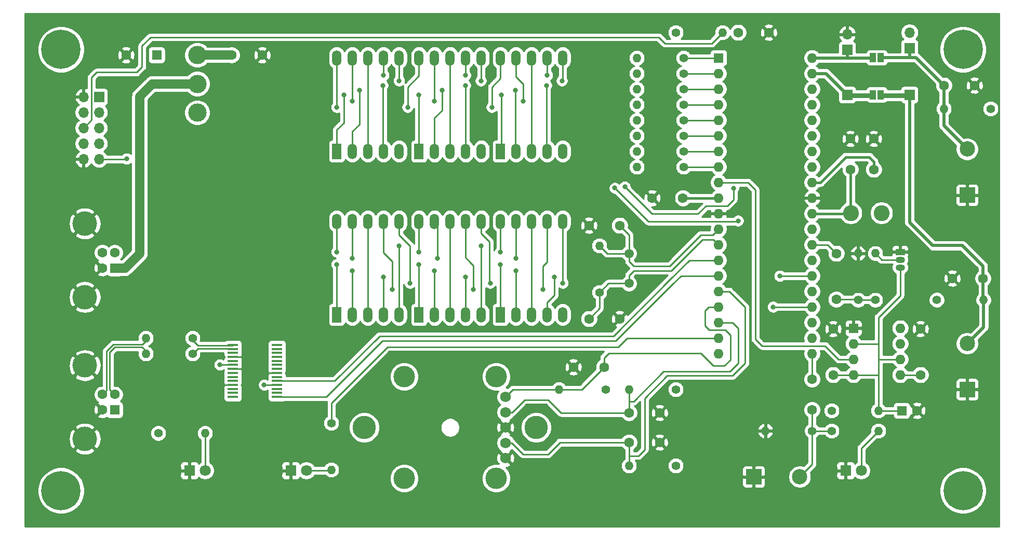
<source format=gbr>
%TF.GenerationSoftware,KiCad,Pcbnew,(5.1.6)-1*%
%TF.CreationDate,2020-10-11T17:06:20+02:00*%
%TF.ProjectId,Solaranlage,536f6c61-7261-46e6-9c61-67652e6b6963,rev?*%
%TF.SameCoordinates,Original*%
%TF.FileFunction,Copper,L1,Top*%
%TF.FilePolarity,Positive*%
%FSLAX46Y46*%
G04 Gerber Fmt 4.6, Leading zero omitted, Abs format (unit mm)*
G04 Created by KiCad (PCBNEW (5.1.6)-1) date 2020-10-11 17:06:20*
%MOMM*%
%LPD*%
G01*
G04 APERTURE LIST*
%TA.AperFunction,ComponentPad*%
%ADD10O,1.400000X1.400000*%
%TD*%
%TA.AperFunction,ComponentPad*%
%ADD11C,1.400000*%
%TD*%
%TA.AperFunction,ComponentPad*%
%ADD12R,1.500000X1.050000*%
%TD*%
%TA.AperFunction,ComponentPad*%
%ADD13O,1.500000X1.050000*%
%TD*%
%TA.AperFunction,ComponentPad*%
%ADD14C,1.600000*%
%TD*%
%TA.AperFunction,ComponentPad*%
%ADD15R,1.600000X1.600000*%
%TD*%
%TA.AperFunction,ComponentPad*%
%ADD16O,1.600000X1.600000*%
%TD*%
%TA.AperFunction,ComponentPad*%
%ADD17C,1.500000*%
%TD*%
%TA.AperFunction,ComponentPad*%
%ADD18C,3.000000*%
%TD*%
%TA.AperFunction,ComponentPad*%
%ADD19C,2.600000*%
%TD*%
%TA.AperFunction,ComponentPad*%
%ADD20O,1.700000X1.700000*%
%TD*%
%TA.AperFunction,ComponentPad*%
%ADD21R,1.700000X1.700000*%
%TD*%
%TA.AperFunction,ComponentPad*%
%ADD22C,1.800000*%
%TD*%
%TA.AperFunction,ComponentPad*%
%ADD23R,1.800000X1.800000*%
%TD*%
%TA.AperFunction,SMDPad,CuDef*%
%ADD24R,1.000000X1.500000*%
%TD*%
%TA.AperFunction,ComponentPad*%
%ADD25C,3.800000*%
%TD*%
%TA.AperFunction,ComponentPad*%
%ADD26C,4.000000*%
%TD*%
%TA.AperFunction,SMDPad,CuDef*%
%ADD27R,1.750000X0.450000*%
%TD*%
%TA.AperFunction,ComponentPad*%
%ADD28C,2.500000*%
%TD*%
%TA.AperFunction,ComponentPad*%
%ADD29R,2.500000X2.500000*%
%TD*%
%TA.AperFunction,ComponentPad*%
%ADD30C,3.500000*%
%TD*%
%TA.AperFunction,ComponentPad*%
%ADD31C,1.750000*%
%TD*%
%TA.AperFunction,ComponentPad*%
%ADD32C,0.800000*%
%TD*%
%TA.AperFunction,ComponentPad*%
%ADD33C,6.400000*%
%TD*%
%TA.AperFunction,ComponentPad*%
%ADD34R,1.524000X2.524000*%
%TD*%
%TA.AperFunction,ComponentPad*%
%ADD35O,1.524000X2.524000*%
%TD*%
%TA.AperFunction,ViaPad*%
%ADD36C,0.800000*%
%TD*%
%TA.AperFunction,Conductor*%
%ADD37C,0.250000*%
%TD*%
%TA.AperFunction,Conductor*%
%ADD38C,1.500000*%
%TD*%
%TA.AperFunction,Conductor*%
%ADD39C,0.400000*%
%TD*%
%TA.AperFunction,Conductor*%
%ADD40C,0.500000*%
%TD*%
%TA.AperFunction,Conductor*%
%ADD41C,0.254000*%
%TD*%
G04 APERTURE END LIST*
D10*
%TO.P,R24,2*%
%TO.N,Net-(C16-Pad1)*%
X208788000Y-120650000D03*
D11*
%TO.P,R24,1*%
%TO.N,+5V*%
X201168000Y-120650000D03*
%TD*%
D12*
%TO.P,Q1,1*%
%TO.N,GND*%
X212344000Y-94742000D03*
D13*
%TO.P,Q1,3*%
%TO.N,Net-(C16-Pad1)*%
X212344000Y-97282000D03*
%TO.P,Q1,2*%
%TO.N,Net-(Q1-Pad2)*%
X212344000Y-96012000D03*
%TD*%
D14*
%TO.P,C17,2*%
%TO.N,GND*%
X201422000Y-107308000D03*
%TO.P,C17,1*%
%TO.N,Net-(C16-Pad1)*%
X201422000Y-114808000D03*
%TD*%
%TO.P,C16,2*%
%TO.N,GND*%
X215098000Y-120650000D03*
D15*
%TO.P,C16,1*%
%TO.N,Net-(C16-Pad1)*%
X212598000Y-120650000D03*
%TD*%
D14*
%TO.P,C1,2*%
%TO.N,GND*%
X215646000Y-107308000D03*
%TO.P,C1,1*%
%TO.N,Net-(C1-Pad1)*%
X215646000Y-114808000D03*
%TD*%
%TO.P,C15,2*%
%TO.N,Net-(C15-Pad2)*%
X201930000Y-102496000D03*
%TO.P,C15,1*%
%TO.N,WDI*%
X201930000Y-94996000D03*
%TD*%
D16*
%TO.P,U10,8*%
%TO.N,+5V*%
X212344000Y-107188000D03*
%TO.P,U10,4*%
%TO.N,Net-(C16-Pad1)*%
X204724000Y-114808000D03*
%TO.P,U10,7*%
%TO.N,Net-(U10-Pad7)*%
X212344000Y-109728000D03*
%TO.P,U10,3*%
%TO.N,\u005CRST*%
X204724000Y-112268000D03*
%TO.P,U10,6*%
%TO.N,Net-(C16-Pad1)*%
X212344000Y-112268000D03*
%TO.P,U10,2*%
X204724000Y-109728000D03*
%TO.P,U10,5*%
%TO.N,Net-(C1-Pad1)*%
X212344000Y-114808000D03*
D15*
%TO.P,U10,1*%
%TO.N,GND*%
X204724000Y-107188000D03*
%TD*%
D10*
%TO.P,R23,2*%
%TO.N,Net-(Q1-Pad2)*%
X208280000Y-94976000D03*
D11*
%TO.P,R23,1*%
%TO.N,Net-(C15-Pad2)*%
X208280000Y-102596000D03*
%TD*%
D10*
%TO.P,R22,2*%
%TO.N,GND*%
X205486000Y-94976000D03*
D11*
%TO.P,R22,1*%
%TO.N,Net-(C15-Pad2)*%
X205486000Y-102596000D03*
%TD*%
D17*
%TO.P,Y1,2*%
%TO.N,/XTAL1*%
X168148000Y-99896000D03*
%TO.P,Y1,1*%
%TO.N,/XTAL2*%
X168148000Y-94996000D03*
%TD*%
D18*
%TO.P,SW2,3*%
%TO.N,Net-(SW2-Pad3)*%
X97795000Y-72010000D03*
%TO.P,SW2,2*%
%TO.N,Net-(J5-Pad1)*%
X97795000Y-67310000D03*
%TO.P,SW2,1*%
%TO.N,+5V*%
X97795000Y-62610000D03*
%TD*%
D14*
%TO.P,C14,2*%
%TO.N,GND*%
X171938000Y-85948000D03*
%TO.P,C14,1*%
%TO.N,+5V*%
X176938000Y-85948000D03*
%TD*%
D10*
%TO.P,R21,2*%
%TO.N,/XTAL2*%
X163322000Y-93726000D03*
D11*
%TO.P,R21,1*%
%TO.N,/XTAL1*%
X163322000Y-101346000D03*
%TD*%
D14*
%TO.P,C13,2*%
%TO.N,GND*%
X166624000Y-105664000D03*
%TO.P,C13,1*%
%TO.N,/XTAL1*%
X161624000Y-105664000D03*
%TD*%
%TO.P,C12,2*%
%TO.N,GND*%
X161624000Y-90424000D03*
%TO.P,C12,1*%
%TO.N,/XTAL2*%
X166624000Y-90424000D03*
%TD*%
D19*
%TO.P,L1,2*%
%TO.N,/AVCC*%
X204296000Y-88392000D03*
%TO.P,L1,1*%
%TO.N,+5V*%
X209296000Y-88392000D03*
%TD*%
D14*
%TO.P,C11,2*%
%TO.N,GND*%
X208026000Y-76280000D03*
%TO.P,C11,1*%
%TO.N,/AREF*%
X208026000Y-81280000D03*
%TD*%
%TO.P,C2,2*%
%TO.N,GND*%
X204216000Y-76280000D03*
%TO.P,C2,1*%
%TO.N,/AVCC*%
X204216000Y-81280000D03*
%TD*%
D20*
%TO.P,J7,2*%
%TO.N,+5V*%
X213868000Y-58928000D03*
D21*
%TO.P,J7,1*%
%TO.N,Net-(C3-Pad1)*%
X213868000Y-61468000D03*
%TD*%
D10*
%TO.P,R20,2*%
%TO.N,Net-(D3-Pad2)*%
X208788000Y-123952000D03*
D11*
%TO.P,R20,1*%
%TO.N,/PWM_2*%
X201168000Y-123952000D03*
%TD*%
D22*
%TO.P,D3,2*%
%TO.N,Net-(D3-Pad2)*%
X205994000Y-130429000D03*
D23*
%TO.P,D3,1*%
%TO.N,GND*%
X203454000Y-130429000D03*
%TD*%
D20*
%TO.P,J9,2*%
%TO.N,GND*%
X203708000Y-59227000D03*
D21*
%TO.P,J9,1*%
%TO.N,/DACH_ADC*%
X203708000Y-61767000D03*
%TD*%
D24*
%TO.P,JP2,1*%
%TO.N,Net-(C4-Pad1)*%
X209184000Y-69088000D03*
%TO.P,JP2,2*%
%TO.N,/KELLER_ADC*%
X207884000Y-69088000D03*
%TD*%
%TO.P,JP1,1*%
%TO.N,Net-(C3-Pad1)*%
X209184000Y-63037000D03*
%TO.P,JP1,2*%
%TO.N,/DACH_ADC*%
X207884000Y-63037000D03*
%TD*%
D21*
%TO.P,J10,1*%
%TO.N,/KELLER_ADC*%
X203708000Y-69088000D03*
%TD*%
%TO.P,J8,1*%
%TO.N,Net-(C4-Pad1)*%
X213868000Y-69088000D03*
%TD*%
D25*
%TO.P,H6,1*%
%TO.N,N/C*%
X125008000Y-123413000D03*
%TD*%
%TO.P,H5,1*%
%TO.N,N/C*%
X153008000Y-123413000D03*
%TD*%
D26*
%TO.P,J4,5*%
%TO.N,GND*%
X79468000Y-125273000D03*
X79468000Y-113273000D03*
D14*
%TO.P,J4,4*%
X82328000Y-120523000D03*
%TO.P,J4,3*%
%TO.N,Net-(J4-Pad3)*%
X82328000Y-118023000D03*
%TO.P,J4,2*%
%TO.N,Net-(J4-Pad2)*%
X84328000Y-118023000D03*
D15*
%TO.P,J4,1*%
%TO.N,Net-(J4-Pad1)*%
X84328000Y-120523000D03*
%TD*%
D26*
%TO.P,J5,5*%
%TO.N,GND*%
X79468000Y-102128000D03*
X79468000Y-90128000D03*
D14*
%TO.P,J5,4*%
X82328000Y-97378000D03*
%TO.P,J5,3*%
%TO.N,Net-(J5-Pad3)*%
X82328000Y-94878000D03*
%TO.P,J5,2*%
%TO.N,Net-(J5-Pad2)*%
X84328000Y-94878000D03*
D15*
%TO.P,J5,1*%
%TO.N,Net-(J5-Pad1)*%
X84328000Y-97378000D03*
%TD*%
D27*
%TO.P,U8,28*%
%TO.N,Net-(U8-Pad28)*%
X103588000Y-118398000D03*
%TO.P,U8,27*%
%TO.N,Net-(U8-Pad27)*%
X103588000Y-117748000D03*
%TO.P,U8,26*%
%TO.N,Net-(U8-Pad26)*%
X103588000Y-117098000D03*
%TO.P,U8,25*%
%TO.N,GND*%
X103588000Y-116448000D03*
%TO.P,U8,24*%
%TO.N,N/C*%
X103588000Y-115798000D03*
%TO.P,U8,23*%
%TO.N,Net-(U8-Pad23)*%
X103588000Y-115148000D03*
%TO.P,U8,22*%
%TO.N,Net-(U8-Pad22)*%
X103588000Y-114498000D03*
%TO.P,U8,21*%
%TO.N,GND*%
X103588000Y-113848000D03*
%TO.P,U8,20*%
%TO.N,+5V*%
X103588000Y-113198000D03*
%TO.P,U8,19*%
%TO.N,Net-(U8-Pad19)*%
X103588000Y-112548000D03*
%TO.P,U8,18*%
%TO.N,GND*%
X103588000Y-111898000D03*
%TO.P,U8,17*%
%TO.N,Net-(U8-Pad17)*%
X103588000Y-111248000D03*
%TO.P,U8,16*%
%TO.N,Net-(R13-Pad1)*%
X103588000Y-110598000D03*
%TO.P,U8,15*%
%TO.N,Net-(R12-Pad1)*%
X103588000Y-109948000D03*
%TO.P,U8,14*%
%TO.N,Net-(U8-Pad14)*%
X110788000Y-109948000D03*
%TO.P,U8,13*%
%TO.N,Net-(U8-Pad13)*%
X110788000Y-110598000D03*
%TO.P,U8,12*%
%TO.N,Net-(U8-Pad12)*%
X110788000Y-111248000D03*
%TO.P,U8,11*%
%TO.N,Net-(U8-Pad11)*%
X110788000Y-111898000D03*
%TO.P,U8,10*%
%TO.N,Net-(U8-Pad10)*%
X110788000Y-112548000D03*
%TO.P,U8,9*%
%TO.N,Net-(U8-Pad9)*%
X110788000Y-113198000D03*
%TO.P,U8,8*%
%TO.N,N/C*%
X110788000Y-113848000D03*
%TO.P,U8,7*%
%TO.N,GND*%
X110788000Y-114498000D03*
%TO.P,U8,6*%
%TO.N,Net-(U8-Pad6)*%
X110788000Y-115148000D03*
%TO.P,U8,5*%
%TO.N,RxD*%
X110788000Y-115798000D03*
%TO.P,U8,4*%
%TO.N,+5V*%
X110788000Y-116448000D03*
%TO.P,U8,3*%
%TO.N,Net-(U8-Pad3)*%
X110788000Y-117098000D03*
%TO.P,U8,2*%
%TO.N,Net-(U8-Pad2)*%
X110788000Y-117748000D03*
%TO.P,U8,1*%
%TO.N,TxD*%
X110788000Y-118398000D03*
%TD*%
D10*
%TO.P,R17,2*%
%TO.N,Net-(D1-Pad2)*%
X99060000Y-124333000D03*
D11*
%TO.P,R17,1*%
%TO.N,+5V*%
X91440000Y-124333000D03*
%TD*%
D22*
%TO.P,D1,2*%
%TO.N,Net-(D1-Pad2)*%
X99060000Y-130429000D03*
D23*
%TO.P,D1,1*%
%TO.N,GND*%
X96520000Y-130429000D03*
%TD*%
D10*
%TO.P,R19,2*%
%TO.N,GND*%
X190373000Y-123952000D03*
D11*
%TO.P,R19,1*%
%TO.N,/PWM_2*%
X197993000Y-123952000D03*
%TD*%
D14*
%TO.P,C10,2*%
%TO.N,/PWM*%
X197993000Y-115523000D03*
%TO.P,C10,1*%
%TO.N,/PWM_2*%
X197993000Y-120523000D03*
%TD*%
D10*
%TO.P,R18,2*%
%TO.N,Net-(D2-Pad2)*%
X119634000Y-130302000D03*
D11*
%TO.P,R18,1*%
%TO.N,/Heart_LED*%
X119634000Y-122682000D03*
%TD*%
D22*
%TO.P,D2,2*%
%TO.N,Net-(D2-Pad2)*%
X115570000Y-130429000D03*
D23*
%TO.P,D2,1*%
%TO.N,GND*%
X113030000Y-130429000D03*
%TD*%
D28*
%TO.P,J6,2*%
%TO.N,/PWM_2*%
X195968000Y-131445000D03*
D29*
%TO.P,J6,1*%
%TO.N,GND*%
X188468000Y-131445000D03*
%TD*%
D14*
%TO.P,C9,2*%
%TO.N,GND*%
X159084000Y-113538000D03*
%TO.P,C9,1*%
%TO.N,SW1*%
X164084000Y-113538000D03*
%TD*%
D30*
%TO.P,SW1,*%
%TO.N,*%
X146508000Y-115113000D03*
X146508000Y-131713000D03*
X131508000Y-115113000D03*
X131508000Y-131713000D03*
D31*
%TO.P,SW1,A*%
%TO.N,ENC_A*%
X148008000Y-125913000D03*
%TO.P,SW1,D*%
%TO.N,GND*%
X148008000Y-128413000D03*
%TO.P,SW1,COM*%
X148008000Y-123413000D03*
%TO.P,SW1,B*%
%TO.N,ENC_B*%
X148008000Y-120913000D03*
%TO.P,SW1,E*%
%TO.N,SW1*%
X148008000Y-118413000D03*
%TD*%
D10*
%TO.P,R16,2*%
%TO.N,SW1*%
X156718000Y-117190000D03*
D11*
%TO.P,R16,1*%
%TO.N,+5V*%
X164338000Y-117190000D03*
%TD*%
D32*
%TO.P,H4,1*%
%TO.N,N/C*%
X224285056Y-132010944D03*
X222588000Y-131308000D03*
X220890944Y-132010944D03*
X220188000Y-133708000D03*
X220890944Y-135405056D03*
X222588000Y-136108000D03*
X224285056Y-135405056D03*
X224988000Y-133708000D03*
D33*
X222588000Y-133708000D03*
%TD*%
D32*
%TO.P,H3,1*%
%TO.N,N/C*%
X77285056Y-60010944D03*
X75588000Y-59308000D03*
X73890944Y-60010944D03*
X73188000Y-61708000D03*
X73890944Y-63405056D03*
X75588000Y-64108000D03*
X77285056Y-63405056D03*
X77988000Y-61708000D03*
D33*
X75588000Y-61708000D03*
%TD*%
D32*
%TO.P,H2,1*%
%TO.N,N/C*%
X224285056Y-60010944D03*
X222588000Y-59308000D03*
X220890944Y-60010944D03*
X220188000Y-61708000D03*
X220890944Y-63405056D03*
X222588000Y-64108000D03*
X224285056Y-63405056D03*
X224988000Y-61708000D03*
D33*
X222588000Y-61708000D03*
%TD*%
D32*
%TO.P,H1,1*%
%TO.N,N/C*%
X77285056Y-132010944D03*
X75588000Y-131308000D03*
X73890944Y-132010944D03*
X73188000Y-133708000D03*
X73890944Y-135405056D03*
X75588000Y-136108000D03*
X77285056Y-135405056D03*
X77988000Y-133708000D03*
D33*
X75588000Y-133708000D03*
%TD*%
D16*
%TO.P,U7,40*%
%TO.N,/DACH_ADC*%
X197993000Y-63088000D03*
%TO.P,U7,20*%
%TO.N,Net-(U7-Pad20)*%
X182753000Y-111348000D03*
%TO.P,U7,39*%
%TO.N,/KELLER_ADC*%
X197993000Y-65628000D03*
%TO.P,U7,19*%
%TO.N,/Heart_LED*%
X182753000Y-108808000D03*
%TO.P,U7,38*%
%TO.N,/KE*%
X197993000Y-68168000D03*
%TO.P,U7,18*%
%TO.N,ENC_B*%
X182753000Y-106268000D03*
%TO.P,U7,37*%
%TO.N,/KZ*%
X197993000Y-70708000D03*
%TO.P,U7,17*%
%TO.N,SW1*%
X182753000Y-103728000D03*
%TO.P,U7,36*%
%TO.N,/KH*%
X197993000Y-73248000D03*
%TO.P,U7,16*%
%TO.N,ENC_A*%
X182753000Y-101188000D03*
%TO.P,U7,35*%
%TO.N,/DE*%
X197993000Y-75788000D03*
%TO.P,U7,15*%
%TO.N,TxD*%
X182753000Y-98648000D03*
%TO.P,U7,34*%
%TO.N,/DZ*%
X197993000Y-78328000D03*
%TO.P,U7,14*%
%TO.N,RxD*%
X182753000Y-96108000D03*
%TO.P,U7,33*%
%TO.N,/DH*%
X197993000Y-80868000D03*
%TO.P,U7,13*%
%TO.N,/XTAL1*%
X182753000Y-93568000D03*
%TO.P,U7,32*%
%TO.N,/AREF*%
X197993000Y-83408000D03*
%TO.P,U7,12*%
%TO.N,/XTAL2*%
X182753000Y-91028000D03*
%TO.P,U7,31*%
%TO.N,GND*%
X197993000Y-85948000D03*
%TO.P,U7,11*%
X182753000Y-88488000D03*
%TO.P,U7,30*%
%TO.N,/AVCC*%
X197993000Y-88488000D03*
%TO.P,U7,10*%
%TO.N,+5V*%
X182753000Y-85948000D03*
%TO.P,U7,29*%
%TO.N,Net-(U7-Pad29)*%
X197993000Y-91028000D03*
%TO.P,U7,9*%
%TO.N,\u005CRST*%
X182753000Y-83408000D03*
%TO.P,U7,28*%
%TO.N,WDI*%
X197993000Y-93568000D03*
%TO.P,U7,8*%
%TO.N,/DP*%
X182753000Y-80868000D03*
%TO.P,U7,27*%
%TO.N,TDI*%
X197993000Y-96108000D03*
%TO.P,U7,7*%
%TO.N,/G*%
X182753000Y-78328000D03*
%TO.P,U7,26*%
%TO.N,TDO*%
X197993000Y-98648000D03*
%TO.P,U7,6*%
%TO.N,/F*%
X182753000Y-75788000D03*
%TO.P,U7,25*%
%TO.N,TMS*%
X197993000Y-101188000D03*
%TO.P,U7,5*%
%TO.N,/E*%
X182753000Y-73248000D03*
%TO.P,U7,24*%
%TO.N,TCK*%
X197993000Y-103728000D03*
%TO.P,U7,4*%
%TO.N,/D*%
X182753000Y-70708000D03*
%TO.P,U7,23*%
%TO.N,Net-(U7-Pad23)*%
X197993000Y-106268000D03*
%TO.P,U7,3*%
%TO.N,/C*%
X182753000Y-68168000D03*
%TO.P,U7,22*%
%TO.N,Net-(U7-Pad22)*%
X197993000Y-108808000D03*
%TO.P,U7,2*%
%TO.N,/B*%
X182753000Y-65628000D03*
%TO.P,U7,21*%
%TO.N,/PWM*%
X197993000Y-111348000D03*
D15*
%TO.P,U7,1*%
%TO.N,/A*%
X182753000Y-63088000D03*
%TD*%
D34*
%TO.P,U6,1*%
%TO.N,/E_2*%
X147193000Y-104998000D03*
D35*
%TO.P,U6,2*%
%TO.N,/D_2*%
X149733000Y-104998000D03*
%TO.P,U6,3*%
%TO.N,/KE*%
X152273000Y-104998000D03*
%TO.P,U6,4*%
%TO.N,/C_2*%
X154813000Y-104998000D03*
%TO.P,U6,5*%
%TO.N,/DP_2*%
X157353000Y-104998000D03*
%TO.P,U6,6*%
%TO.N,/B_2*%
X157353000Y-89758000D03*
%TO.P,U6,7*%
%TO.N,/A_2*%
X154813000Y-89758000D03*
%TO.P,U6,8*%
%TO.N,/KE*%
X152273000Y-89758000D03*
%TO.P,U6,9*%
%TO.N,/F_2*%
X149733000Y-89758000D03*
%TO.P,U6,10*%
%TO.N,/G_2*%
X147193000Y-89758000D03*
%TD*%
D34*
%TO.P,U5,1*%
%TO.N,/E_2*%
X147193000Y-78328000D03*
D35*
%TO.P,U5,2*%
%TO.N,/D_2*%
X149733000Y-78328000D03*
%TO.P,U5,3*%
%TO.N,/KZ*%
X152273000Y-78328000D03*
%TO.P,U5,4*%
%TO.N,/C_2*%
X154813000Y-78328000D03*
%TO.P,U5,5*%
%TO.N,/DP_2*%
X157353000Y-78328000D03*
%TO.P,U5,6*%
%TO.N,/B_2*%
X157353000Y-63088000D03*
%TO.P,U5,7*%
%TO.N,/A_2*%
X154813000Y-63088000D03*
%TO.P,U5,8*%
%TO.N,/KZ*%
X152273000Y-63088000D03*
%TO.P,U5,9*%
%TO.N,/F_2*%
X149733000Y-63088000D03*
%TO.P,U5,10*%
%TO.N,/G_2*%
X147193000Y-63088000D03*
%TD*%
D34*
%TO.P,U4,1*%
%TO.N,/E_2*%
X133928000Y-104998000D03*
D35*
%TO.P,U4,2*%
%TO.N,/D_2*%
X136468000Y-104998000D03*
%TO.P,U4,3*%
%TO.N,/KH*%
X139008000Y-104998000D03*
%TO.P,U4,4*%
%TO.N,/C_2*%
X141548000Y-104998000D03*
%TO.P,U4,5*%
%TO.N,/DP_2*%
X144088000Y-104998000D03*
%TO.P,U4,6*%
%TO.N,/B_2*%
X144088000Y-89758000D03*
%TO.P,U4,7*%
%TO.N,/A_2*%
X141548000Y-89758000D03*
%TO.P,U4,8*%
%TO.N,/KH*%
X139008000Y-89758000D03*
%TO.P,U4,9*%
%TO.N,/F_2*%
X136468000Y-89758000D03*
%TO.P,U4,10*%
%TO.N,/G_2*%
X133928000Y-89758000D03*
%TD*%
D34*
%TO.P,U3,1*%
%TO.N,/E_2*%
X133928000Y-78328000D03*
D35*
%TO.P,U3,2*%
%TO.N,/D_2*%
X136468000Y-78328000D03*
%TO.P,U3,3*%
%TO.N,/DE*%
X139008000Y-78328000D03*
%TO.P,U3,4*%
%TO.N,/C_2*%
X141548000Y-78328000D03*
%TO.P,U3,5*%
%TO.N,/DP_2*%
X144088000Y-78328000D03*
%TO.P,U3,6*%
%TO.N,/B_2*%
X144088000Y-63088000D03*
%TO.P,U3,7*%
%TO.N,/A_2*%
X141548000Y-63088000D03*
%TO.P,U3,8*%
%TO.N,/DE*%
X139008000Y-63088000D03*
%TO.P,U3,9*%
%TO.N,/F_2*%
X136468000Y-63088000D03*
%TO.P,U3,10*%
%TO.N,/G_2*%
X133928000Y-63088000D03*
%TD*%
D34*
%TO.P,U2,1*%
%TO.N,/E_2*%
X120523000Y-104998000D03*
D35*
%TO.P,U2,2*%
%TO.N,/D_2*%
X123063000Y-104998000D03*
%TO.P,U2,3*%
%TO.N,/DZ*%
X125603000Y-104998000D03*
%TO.P,U2,4*%
%TO.N,/C_2*%
X128143000Y-104998000D03*
%TO.P,U2,5*%
%TO.N,/DP_2*%
X130683000Y-104998000D03*
%TO.P,U2,6*%
%TO.N,/B_2*%
X130683000Y-89758000D03*
%TO.P,U2,7*%
%TO.N,/A_2*%
X128143000Y-89758000D03*
%TO.P,U2,8*%
%TO.N,/DZ*%
X125603000Y-89758000D03*
%TO.P,U2,9*%
%TO.N,/F_2*%
X123063000Y-89758000D03*
%TO.P,U2,10*%
%TO.N,/G_2*%
X120523000Y-89758000D03*
%TD*%
D34*
%TO.P,U1,1*%
%TO.N,/E_2*%
X120523000Y-78328000D03*
D35*
%TO.P,U1,2*%
%TO.N,/D_2*%
X123063000Y-78328000D03*
%TO.P,U1,3*%
%TO.N,/DH*%
X125603000Y-78328000D03*
%TO.P,U1,4*%
%TO.N,/C_2*%
X128143000Y-78328000D03*
%TO.P,U1,5*%
%TO.N,/DP_2*%
X130683000Y-78328000D03*
%TO.P,U1,6*%
%TO.N,/B_2*%
X130683000Y-63088000D03*
%TO.P,U1,7*%
%TO.N,/A_2*%
X128143000Y-63088000D03*
%TO.P,U1,8*%
%TO.N,/DH*%
X125603000Y-63088000D03*
%TO.P,U1,9*%
%TO.N,/F_2*%
X123063000Y-63088000D03*
%TO.P,U1,10*%
%TO.N,/G_2*%
X120523000Y-63088000D03*
%TD*%
D10*
%TO.P,R15,2*%
%TO.N,ENC_B*%
X168148000Y-117190000D03*
D11*
%TO.P,R15,1*%
%TO.N,+5V*%
X175768000Y-117190000D03*
%TD*%
D10*
%TO.P,R14,2*%
%TO.N,ENC_A*%
X168148000Y-129636000D03*
D11*
%TO.P,R14,1*%
%TO.N,+5V*%
X175768000Y-129636000D03*
%TD*%
D10*
%TO.P,R13,2*%
%TO.N,Net-(J4-Pad2)*%
X89408000Y-111348000D03*
D11*
%TO.P,R13,1*%
%TO.N,Net-(R13-Pad1)*%
X97028000Y-111348000D03*
%TD*%
D10*
%TO.P,R12,2*%
%TO.N,Net-(J4-Pad3)*%
X89408000Y-108808000D03*
D11*
%TO.P,R12,1*%
%TO.N,Net-(R12-Pad1)*%
X97028000Y-108808000D03*
%TD*%
D10*
%TO.P,R11,2*%
%TO.N,\u005CRST*%
X183388000Y-58928000D03*
D11*
%TO.P,R11,1*%
%TO.N,+5V*%
X175768000Y-58928000D03*
%TD*%
D10*
%TO.P,R10,2*%
%TO.N,/DP_2*%
X169418000Y-80868000D03*
D11*
%TO.P,R10,1*%
%TO.N,/DP*%
X177038000Y-80868000D03*
%TD*%
D10*
%TO.P,R9,2*%
%TO.N,/F_2*%
X169418000Y-75788000D03*
D11*
%TO.P,R9,1*%
%TO.N,/F*%
X177038000Y-75788000D03*
%TD*%
D10*
%TO.P,R8,2*%
%TO.N,/D_2*%
X169418000Y-70708000D03*
D11*
%TO.P,R8,1*%
%TO.N,/D*%
X177038000Y-70708000D03*
%TD*%
D10*
%TO.P,R7,2*%
%TO.N,/B_2*%
X169418000Y-65628000D03*
D11*
%TO.P,R7,1*%
%TO.N,/B*%
X177038000Y-65628000D03*
%TD*%
D10*
%TO.P,R6,2*%
%TO.N,/G_2*%
X169418000Y-78328000D03*
D11*
%TO.P,R6,1*%
%TO.N,/G*%
X177038000Y-78328000D03*
%TD*%
D10*
%TO.P,R5,2*%
%TO.N,/E_2*%
X169418000Y-73248000D03*
D11*
%TO.P,R5,1*%
%TO.N,/E*%
X177038000Y-73248000D03*
%TD*%
D10*
%TO.P,R4,2*%
%TO.N,/C_2*%
X169418000Y-68168000D03*
D11*
%TO.P,R4,1*%
%TO.N,/C*%
X177038000Y-68168000D03*
%TD*%
D10*
%TO.P,R3,2*%
%TO.N,/A_2*%
X169418000Y-63088000D03*
D11*
%TO.P,R3,1*%
%TO.N,/A*%
X177038000Y-63088000D03*
%TD*%
D10*
%TO.P,R2,2*%
%TO.N,Net-(C4-Pad1)*%
X225933000Y-102585000D03*
D11*
%TO.P,R2,1*%
%TO.N,+5V*%
X218313000Y-102585000D03*
%TD*%
D10*
%TO.P,R1,2*%
%TO.N,Net-(C3-Pad1)*%
X219456000Y-71374000D03*
D11*
%TO.P,R1,1*%
%TO.N,+5V*%
X227076000Y-71374000D03*
%TD*%
D20*
%TO.P,J3,10*%
%TO.N,GND*%
X79248000Y-79598000D03*
%TO.P,J3,9*%
%TO.N,TDI*%
X81788000Y-79598000D03*
%TO.P,J3,8*%
%TO.N,Net-(J3-Pad8)*%
X79248000Y-77058000D03*
%TO.P,J3,7*%
%TO.N,+5V*%
X81788000Y-77058000D03*
%TO.P,J3,6*%
%TO.N,\u005CRST*%
X79248000Y-74518000D03*
%TO.P,J3,5*%
%TO.N,TMS*%
X81788000Y-74518000D03*
%TO.P,J3,4*%
%TO.N,+5V*%
X79248000Y-71978000D03*
%TO.P,J3,3*%
%TO.N,TDO*%
X81788000Y-71978000D03*
%TO.P,J3,2*%
%TO.N,GND*%
X79248000Y-69438000D03*
D21*
%TO.P,J3,1*%
%TO.N,TCK*%
X81788000Y-69438000D03*
%TD*%
D28*
%TO.P,J2,2*%
%TO.N,Net-(C4-Pad1)*%
X223266000Y-109690000D03*
D29*
%TO.P,J2,1*%
%TO.N,GND*%
X223266000Y-117190000D03*
%TD*%
D28*
%TO.P,J1,2*%
%TO.N,Net-(C3-Pad1)*%
X223266000Y-77971000D03*
D29*
%TO.P,J1,1*%
%TO.N,GND*%
X223266000Y-85471000D03*
%TD*%
D14*
%TO.P,C8,2*%
%TO.N,GND*%
X173148000Y-121000000D03*
%TO.P,C8,1*%
%TO.N,ENC_B*%
X168148000Y-121000000D03*
%TD*%
%TO.P,C7,2*%
%TO.N,GND*%
X108378000Y-62610000D03*
%TO.P,C7,1*%
%TO.N,+5V*%
X103378000Y-62610000D03*
%TD*%
%TO.P,C6,2*%
%TO.N,GND*%
X173148000Y-125826000D03*
%TO.P,C6,1*%
%TO.N,ENC_A*%
X168148000Y-125826000D03*
%TD*%
%TO.P,C5,2*%
%TO.N,GND*%
X190928000Y-58928000D03*
%TO.P,C5,1*%
%TO.N,\u005CRST*%
X185928000Y-58928000D03*
%TD*%
%TO.P,C4,2*%
%TO.N,GND*%
X220833000Y-99060000D03*
%TO.P,C4,1*%
%TO.N,Net-(C4-Pad1)*%
X225833000Y-99060000D03*
%TD*%
%TO.P,C3,2*%
%TO.N,GND*%
X224456000Y-67564000D03*
%TO.P,C3,1*%
%TO.N,Net-(C3-Pad1)*%
X219456000Y-67564000D03*
%TD*%
%TO.P,10u1,2*%
%TO.N,GND*%
X86186000Y-62610000D03*
D15*
%TO.P,10u1,1*%
%TO.N,+5V*%
X91186000Y-62610000D03*
%TD*%
D36*
%TO.N,+5V*%
X101473000Y-113157000D03*
X108687783Y-116448000D03*
%TO.N,TDI*%
X86301568Y-79536536D03*
%TO.N,TDO*%
X192720267Y-98676412D03*
%TO.N,TCK*%
X191652330Y-103717932D03*
%TO.N,/A_2*%
X154813000Y-65913000D03*
X141478000Y-65913000D03*
X128143000Y-65913000D03*
X129540000Y-100838000D03*
X142748000Y-100838000D03*
X154139160Y-100849238D03*
%TO.N,/C_2*%
X154686000Y-67564000D03*
X141478000Y-67564000D03*
X128016000Y-67564000D03*
X128143000Y-98806000D03*
X141548000Y-98806000D03*
X155956000Y-98806000D03*
%TO.N,/E_2*%
X147193000Y-104998000D03*
X147320000Y-69088000D03*
X133858000Y-69088000D03*
X121666000Y-69088000D03*
X147193000Y-96774000D03*
X120523000Y-96774000D03*
X133928000Y-96774000D03*
%TO.N,/G_2*%
X145796000Y-71120000D03*
X132080000Y-71120000D03*
X120523000Y-71120000D03*
X147193000Y-94742000D03*
X133928000Y-94742000D03*
X120523000Y-94742000D03*
%TO.N,/B_2*%
X157226000Y-66802000D03*
X144018000Y-66802000D03*
X130683000Y-66802000D03*
X157353000Y-99822000D03*
X132461000Y-99822000D03*
X145542000Y-99822000D03*
%TO.N,/D_2*%
X149606000Y-68326000D03*
X124206000Y-68326000D03*
X137668000Y-68326000D03*
X149733000Y-97790000D03*
X123063000Y-97790000D03*
X136468000Y-97790000D03*
%TO.N,/F_2*%
X150876000Y-70104000D03*
X136398000Y-70104000D03*
X123063000Y-70104000D03*
X149733000Y-95758000D03*
X136906000Y-95758000D03*
X123063000Y-95758000D03*
%TO.N,/DP_2*%
X130683000Y-93726000D03*
X144088000Y-93726000D03*
%TO.N,/DE*%
X165835583Y-84318024D03*
X185928000Y-89662000D03*
%TO.N,/KZ*%
X167474127Y-84132371D03*
X185166000Y-84328000D03*
%TD*%
D37*
%TO.N,GND*%
X103588000Y-113848000D02*
X105466000Y-113848000D01*
X105466000Y-113848000D02*
X105537000Y-113919000D01*
X103588000Y-111898000D02*
X105526000Y-111898000D01*
X105526000Y-111898000D02*
X105537000Y-111887000D01*
X110788000Y-114498000D02*
X109022000Y-114498000D01*
X103588000Y-116448000D02*
X101732098Y-116448000D01*
%TO.N,+5V*%
X97790000Y-62605000D02*
X97795000Y-62610000D01*
X103588000Y-113198000D02*
X101514000Y-113198000D01*
X101514000Y-113198000D02*
X101473000Y-113157000D01*
D38*
X97795000Y-62610000D02*
X103378000Y-62610000D01*
D37*
X91312000Y-62610000D02*
X91186000Y-62484000D01*
X110788000Y-116448000D02*
X108687783Y-116448000D01*
D39*
X176938000Y-85948000D02*
X179228000Y-85948000D01*
X178054000Y-85948000D02*
X179228000Y-85948000D01*
X179228000Y-85948000D02*
X182753000Y-85948000D01*
D37*
%TO.N,\u005CRST*%
X87887339Y-65434156D02*
X88792492Y-64529003D01*
X88792492Y-64529003D02*
X88792492Y-61106492D01*
X165354000Y-59690000D02*
X92710000Y-59690000D01*
X92710000Y-59690000D02*
X90208984Y-59690000D01*
X90208984Y-59690000D02*
X88792492Y-61106492D01*
X181610000Y-60706000D02*
X183388000Y-58928000D01*
X173337001Y-60053001D02*
X173990000Y-60706000D01*
X173337001Y-60053001D02*
X172974000Y-59690000D01*
X172974000Y-59690000D02*
X165354000Y-59690000D01*
X173990000Y-60706000D02*
X181610000Y-60706000D01*
X80539001Y-73226999D02*
X80539001Y-66293108D01*
X79248000Y-74518000D02*
X80539001Y-73226999D01*
X80539001Y-66293108D02*
X81397953Y-65434156D01*
X81397953Y-65434156D02*
X87887339Y-65434156D01*
X202329000Y-112268000D02*
X200138999Y-110077999D01*
X200138999Y-110077999D02*
X197008001Y-110077999D01*
X204724000Y-112268000D02*
X202438000Y-112268000D01*
X202438000Y-112268000D02*
X202329000Y-112268000D01*
X197008001Y-110077999D02*
X196328999Y-110077999D01*
X188722000Y-108966000D02*
X189833999Y-110077999D01*
X187548000Y-83408000D02*
X188722000Y-84582000D01*
X182753000Y-83408000D02*
X187548000Y-83408000D01*
X189833999Y-110077999D02*
X197008001Y-110077999D01*
X188722000Y-84582000D02*
X188722000Y-108966000D01*
%TO.N,TDI*%
X86240104Y-79598000D02*
X86301568Y-79536536D01*
X81788000Y-79598000D02*
X86240104Y-79598000D01*
%TO.N,TDO*%
X197964588Y-98676412D02*
X197993000Y-98648000D01*
X192720267Y-98676412D02*
X197964588Y-98676412D01*
%TO.N,Net-(J4-Pad3)*%
X89408000Y-109284570D02*
X89408000Y-108808000D01*
X83003194Y-117347806D02*
X83003194Y-110964095D01*
X82328000Y-118023000D02*
X83003194Y-117347806D01*
X83003194Y-110964095D02*
X84146245Y-109821044D01*
X84146245Y-109821044D02*
X88871526Y-109821044D01*
X88871526Y-109821044D02*
X89408000Y-109284570D01*
%TO.N,Net-(J4-Pad2)*%
X88799539Y-110271054D02*
X89408000Y-110879515D01*
X84328000Y-118023000D02*
X84286755Y-118023000D01*
X83507224Y-117243469D02*
X83507224Y-111111104D01*
X89408000Y-110879515D02*
X89408000Y-111348000D01*
X84286755Y-118023000D02*
X83507224Y-117243469D01*
X83507224Y-111111104D02*
X84347274Y-110271054D01*
X84347274Y-110271054D02*
X88799539Y-110271054D01*
%TO.N,Net-(R12-Pad1)*%
X97911713Y-110040541D02*
X97028000Y-109156828D01*
X102631949Y-110040541D02*
X97911713Y-110040541D01*
X103588000Y-109948000D02*
X103488009Y-110047991D01*
X102639399Y-110047991D02*
X102631949Y-110040541D01*
X103488009Y-110047991D02*
X102639399Y-110047991D01*
X97028000Y-109156828D02*
X97028000Y-108808000D01*
%TO.N,Net-(R13-Pad1)*%
X103488001Y-110498001D02*
X102452999Y-110498001D01*
X102445549Y-110490551D02*
X97885449Y-110490551D01*
X103588000Y-110598000D02*
X103488001Y-110498001D01*
X102452999Y-110498001D02*
X102445549Y-110490551D01*
X97885449Y-110490551D02*
X97028000Y-111348000D01*
%TO.N,RxD*%
X120168000Y-115798000D02*
X110788000Y-115798000D01*
X127508000Y-108458000D02*
X120168000Y-115798000D01*
X165608000Y-108458000D02*
X127508000Y-108458000D01*
X177958000Y-96108000D02*
X174879000Y-99187000D01*
X182753000Y-96108000D02*
X177958000Y-96108000D01*
X174879000Y-99187000D02*
X165608000Y-108458000D01*
%TO.N,ENC_A*%
X168148000Y-127508000D02*
X168148000Y-125826000D01*
X168148000Y-129636000D02*
X168148000Y-128016000D01*
X168148000Y-128016000D02*
X168148000Y-127508000D01*
X148008000Y-125913000D02*
X149027000Y-125913000D01*
X149027000Y-125913000D02*
X150876000Y-127762000D01*
X150876000Y-127762000D02*
X154940000Y-127762000D01*
X154940000Y-127762000D02*
X156876000Y-125826000D01*
X156876000Y-125826000D02*
X168148000Y-125826000D01*
X187071000Y-112903000D02*
X187071000Y-103759000D01*
X184500000Y-101188000D02*
X182753000Y-101188000D01*
X185039000Y-114935000D02*
X187071000Y-112903000D01*
X187071000Y-103759000D02*
X184500000Y-101188000D01*
X169672000Y-128016000D02*
X170688000Y-127000000D01*
X168148000Y-128016000D02*
X169672000Y-128016000D01*
X170688000Y-127000000D02*
X170688000Y-118618000D01*
X174371000Y-114935000D02*
X185039000Y-114935000D01*
X170688000Y-118618000D02*
X174371000Y-114935000D01*
%TO.N,ENC_B*%
X166878000Y-121000000D02*
X161640000Y-121000000D01*
X168148000Y-117190000D02*
X168148000Y-118618000D01*
X168148000Y-119126000D02*
X168148000Y-121000000D01*
X168148000Y-118618000D02*
X168148000Y-119126000D01*
X168148000Y-121000000D02*
X162910000Y-121000000D01*
X162910000Y-121000000D02*
X161640000Y-121000000D01*
X148008000Y-120913000D02*
X149089000Y-120913000D01*
X149089000Y-120913000D02*
X151130000Y-118872000D01*
X154940000Y-118872000D02*
X157068000Y-121000000D01*
X151130000Y-118872000D02*
X154940000Y-118872000D01*
X157068000Y-121000000D02*
X162910000Y-121000000D01*
X185008000Y-106268000D02*
X182753000Y-106268000D01*
X185928000Y-107188000D02*
X185008000Y-106268000D01*
X168910000Y-119126000D02*
X173799500Y-114236500D01*
X168148000Y-119126000D02*
X168910000Y-119126000D01*
X173799500Y-114236500D02*
X184594500Y-114236500D01*
X184594500Y-114236500D02*
X185928000Y-112903000D01*
X185928000Y-112903000D02*
X185928000Y-107188000D01*
%TO.N,TCK*%
X197982932Y-103717932D02*
X197993000Y-103728000D01*
X191652330Y-103717932D02*
X197982932Y-103717932D01*
%TO.N,SW1*%
X181099517Y-103728000D02*
X182753000Y-103728000D01*
X180513758Y-104313759D02*
X181099517Y-103728000D01*
X181905615Y-113325615D02*
X183683615Y-113325615D01*
X181192348Y-107512823D02*
X180513758Y-106834233D01*
X180513758Y-106834233D02*
X180513758Y-104313759D01*
X179832000Y-111252000D02*
X181905615Y-113325615D01*
X183683615Y-113325615D02*
X184649921Y-112359310D01*
X184649921Y-112359310D02*
X184649921Y-108288353D01*
X184649921Y-108288353D02*
X183874391Y-107512823D01*
X183874391Y-107512823D02*
X181192348Y-107512823D01*
X160432000Y-117190000D02*
X164084000Y-113538000D01*
X156718000Y-117190000D02*
X160432000Y-117190000D01*
X166370000Y-111252000D02*
X167386000Y-111252000D01*
X167386000Y-111252000D02*
X179832000Y-111252000D01*
X149231000Y-117190000D02*
X148008000Y-118413000D01*
X156718000Y-117190000D02*
X149231000Y-117190000D01*
X164084000Y-112014000D02*
X164084000Y-113538000D01*
X164846000Y-111252000D02*
X164084000Y-112014000D01*
X167386000Y-111252000D02*
X164846000Y-111252000D01*
%TO.N,Net-(D1-Pad2)*%
X99060000Y-124333000D02*
X99060000Y-130429000D01*
%TO.N,Net-(D2-Pad2)*%
X119507000Y-130429000D02*
X119634000Y-130302000D01*
X115570000Y-130429000D02*
X119507000Y-130429000D01*
D38*
%TO.N,Net-(J5-Pad1)*%
X84328000Y-97378000D02*
X86010000Y-97378000D01*
X88392000Y-69342000D02*
X90424000Y-67310000D01*
X90424000Y-67310000D02*
X97795000Y-67310000D01*
X88392000Y-94996000D02*
X88392000Y-69342000D01*
X86010000Y-97378000D02*
X88392000Y-94996000D01*
D40*
%TO.N,Net-(C3-Pad1)*%
X219456000Y-67564000D02*
X219456000Y-71374000D01*
X214929000Y-63037000D02*
X219456000Y-67564000D01*
X213868000Y-62992000D02*
X213913000Y-63037000D01*
X209184000Y-63037000D02*
X213913000Y-63037000D01*
X213868000Y-61468000D02*
X213868000Y-62992000D01*
X213913000Y-63037000D02*
X214929000Y-63037000D01*
X219456000Y-74161000D02*
X223266000Y-77971000D01*
X219456000Y-71374000D02*
X219456000Y-74161000D01*
%TO.N,Net-(C4-Pad1)*%
X209184000Y-69342000D02*
X213614000Y-69342000D01*
X209184000Y-69088000D02*
X213868000Y-69088000D01*
X225833000Y-102485000D02*
X225933000Y-102585000D01*
X225833000Y-99060000D02*
X225833000Y-102485000D01*
X225933000Y-107023000D02*
X223266000Y-109690000D01*
X225933000Y-102585000D02*
X225933000Y-107023000D01*
X222490500Y-93712500D02*
X225833000Y-97055000D01*
X225833000Y-97055000D02*
X225833000Y-99060000D01*
X217664500Y-93712500D02*
X222490500Y-93712500D01*
X213868000Y-69342000D02*
X213868000Y-89916000D01*
X213868000Y-89916000D02*
X217664500Y-93712500D01*
D37*
%TO.N,Net-(D3-Pad2)*%
X205994000Y-126746000D02*
X208788000Y-123952000D01*
X205994000Y-130429000D02*
X205994000Y-126746000D01*
%TO.N,/PWM_2*%
X197993000Y-120523000D02*
X197993000Y-123952000D01*
X195968000Y-131445000D02*
X197993000Y-129420000D01*
X197993000Y-123952000D02*
X197993000Y-128651000D01*
X197993000Y-129420000D02*
X197993000Y-128651000D01*
X197993000Y-123952000D02*
X201168000Y-123952000D01*
D40*
%TO.N,/DACH_ADC*%
X207833000Y-63088000D02*
X207884000Y-63037000D01*
X203708000Y-62930000D02*
X203550000Y-63088000D01*
X203708000Y-61767000D02*
X203708000Y-62930000D01*
X197993000Y-63088000D02*
X203550000Y-63088000D01*
X203550000Y-63088000D02*
X207833000Y-63088000D01*
%TO.N,/KELLER_ADC*%
X198470000Y-65628000D02*
X197993000Y-65628000D01*
X203454000Y-69342000D02*
X207884000Y-69342000D01*
X200248000Y-65628000D02*
X203708000Y-69088000D01*
X197993000Y-65628000D02*
X200248000Y-65628000D01*
X203708000Y-69088000D02*
X207884000Y-69088000D01*
D37*
%TO.N,/A_2*%
X154813000Y-63088000D02*
X154813000Y-65913000D01*
X141605000Y-63145000D02*
X141548000Y-63088000D01*
X141478000Y-63158000D02*
X141548000Y-63088000D01*
X141478000Y-65913000D02*
X141478000Y-63158000D01*
X128143000Y-63088000D02*
X128143000Y-65913000D01*
X128143000Y-89758000D02*
X128143000Y-94869000D01*
X129540000Y-96266000D02*
X129540000Y-100838000D01*
X128143000Y-94869000D02*
X129540000Y-96266000D01*
X142113000Y-96253000D02*
X141548000Y-95688000D01*
X141548000Y-89758000D02*
X141548000Y-95688000D01*
X142113000Y-96266000D02*
X142113000Y-96253000D01*
X142811500Y-100774500D02*
X142748000Y-100838000D01*
X142811500Y-96964500D02*
X142811500Y-100774500D01*
X142113000Y-96266000D02*
X142811500Y-96964500D01*
X154813000Y-95123000D02*
X154813000Y-93980000D01*
X154813000Y-95123000D02*
X154813000Y-93853000D01*
X154813000Y-93853000D02*
X154813000Y-89758000D01*
X154813000Y-96393000D02*
X154813000Y-95123000D01*
X154139160Y-100849238D02*
X154139160Y-97066840D01*
X154139160Y-97066840D02*
X154813000Y-96393000D01*
%TO.N,/A*%
X182753000Y-63088000D02*
X177038000Y-63088000D01*
%TO.N,/C_2*%
X154686000Y-78201000D02*
X154813000Y-78328000D01*
X154686000Y-67564000D02*
X154686000Y-78201000D01*
X141478000Y-78258000D02*
X141548000Y-78328000D01*
X141478000Y-67564000D02*
X141478000Y-78258000D01*
X128016000Y-78201000D02*
X128143000Y-78328000D01*
X128016000Y-67564000D02*
X128016000Y-78201000D01*
X128016000Y-104871000D02*
X128143000Y-104998000D01*
X128143000Y-98806000D02*
X128143000Y-104871000D01*
X141986000Y-104871000D02*
X142113000Y-104998000D01*
X141548000Y-98806000D02*
X141548000Y-104871000D01*
X154813000Y-104998000D02*
X154813000Y-102982941D01*
X155956000Y-101839941D02*
X154813000Y-102982941D01*
X155956000Y-98806000D02*
X155956000Y-101839941D01*
%TO.N,/C*%
X182753000Y-68168000D02*
X177038000Y-68168000D01*
%TO.N,/E_2*%
X147320000Y-78201000D02*
X147193000Y-78328000D01*
X147320000Y-69088000D02*
X147320000Y-78201000D01*
X133858000Y-78258000D02*
X133928000Y-78328000D01*
X133858000Y-69088000D02*
X133858000Y-78258000D01*
X120523000Y-78328000D02*
X120523000Y-74803000D01*
X121666000Y-73660000D02*
X121666000Y-69088000D01*
X120523000Y-74803000D02*
X121666000Y-73660000D01*
X147193000Y-104998000D02*
X147193000Y-96901000D01*
X120396000Y-104871000D02*
X120523000Y-104998000D01*
X120523000Y-96774000D02*
X120523000Y-104871000D01*
X134366000Y-104871000D02*
X134493000Y-104998000D01*
X133928000Y-96774000D02*
X133928000Y-104871000D01*
%TO.N,/E*%
X177038000Y-73248000D02*
X182753000Y-73248000D01*
%TO.N,/G_2*%
X147193000Y-63088000D02*
X147193000Y-66421000D01*
X145796000Y-67818000D02*
X145796000Y-71120000D01*
X147193000Y-66421000D02*
X145796000Y-67818000D01*
X133928000Y-63088000D02*
X133928000Y-65970000D01*
X133928000Y-65970000D02*
X132080000Y-67818000D01*
X132080000Y-67818000D02*
X132080000Y-71120000D01*
X120396000Y-63215000D02*
X120523000Y-63088000D01*
X120523000Y-71120000D02*
X120523000Y-63215000D01*
X147193000Y-89758000D02*
X147193000Y-94615000D01*
X134366000Y-89885000D02*
X134493000Y-89758000D01*
X133928000Y-94742000D02*
X133928000Y-89885000D01*
X120396000Y-89885000D02*
X120523000Y-89758000D01*
X120523000Y-94742000D02*
X120523000Y-89885000D01*
%TO.N,/G*%
X182753000Y-78328000D02*
X177038000Y-78328000D01*
%TO.N,/B_2*%
X144018000Y-63158000D02*
X144088000Y-63088000D01*
X144018000Y-66802000D02*
X144018000Y-63158000D01*
X130556000Y-63215000D02*
X130683000Y-63088000D01*
X130683000Y-66802000D02*
X130683000Y-63215000D01*
X157353000Y-66675000D02*
X157226000Y-66802000D01*
X157353000Y-63088000D02*
X157353000Y-66675000D01*
X132461000Y-93756795D02*
X132461000Y-99822000D01*
X130683000Y-89758000D02*
X130683000Y-91978795D01*
X130683000Y-91978795D02*
X132461000Y-93756795D01*
X144088000Y-89758000D02*
X144088000Y-91764000D01*
X145415000Y-93091000D02*
X145415000Y-96901000D01*
X144088000Y-91764000D02*
X145415000Y-93091000D01*
X145415000Y-99695000D02*
X145542000Y-99822000D01*
X145415000Y-96901000D02*
X145415000Y-99695000D01*
X157480000Y-89885000D02*
X157353000Y-89758000D01*
X157353000Y-99822000D02*
X157353000Y-89885000D01*
%TO.N,/B*%
X182753000Y-65628000D02*
X177038000Y-65628000D01*
%TO.N,/D_2*%
X149606000Y-78201000D02*
X149733000Y-78328000D01*
X149606000Y-68326000D02*
X149606000Y-78201000D01*
X123063000Y-75057000D02*
X124206000Y-73914000D01*
X123063000Y-78328000D02*
X123063000Y-75057000D01*
X124206000Y-73914000D02*
X124206000Y-68326000D01*
X136468000Y-78328000D02*
X136468000Y-72828000D01*
X137668000Y-71628000D02*
X137668000Y-68326000D01*
X136468000Y-72828000D02*
X137668000Y-71628000D01*
X149733000Y-97790000D02*
X149733000Y-104871000D01*
X122936000Y-104871000D02*
X123063000Y-104998000D01*
X123063000Y-97790000D02*
X123063000Y-104871000D01*
X136906000Y-104871000D02*
X137033000Y-104998000D01*
X136468000Y-97790000D02*
X136468000Y-104871000D01*
%TO.N,/D*%
X182753000Y-70708000D02*
X177038000Y-70708000D01*
%TO.N,/F_2*%
X149733000Y-63088000D02*
X149733000Y-66167000D01*
X149733000Y-66167000D02*
X150876000Y-67310000D01*
X150876000Y-67310000D02*
X150876000Y-70104000D01*
X122936000Y-63215000D02*
X123063000Y-63088000D01*
X123063000Y-70104000D02*
X123063000Y-63215000D01*
X149733000Y-89758000D02*
X149733000Y-95631000D01*
X136906000Y-89885000D02*
X137033000Y-89758000D01*
X136906000Y-95758000D02*
X136906000Y-89885000D01*
X122936000Y-89885000D02*
X123063000Y-89758000D01*
X123063000Y-95758000D02*
X123063000Y-89885000D01*
X136468000Y-70034000D02*
X136398000Y-70104000D01*
X136468000Y-63088000D02*
X136468000Y-70034000D01*
%TO.N,/F*%
X177038000Y-75788000D02*
X182753000Y-75788000D01*
%TO.N,/DP_2*%
X130556000Y-104871000D02*
X130683000Y-104998000D01*
X130683000Y-93726000D02*
X130683000Y-104871000D01*
X144526000Y-104871000D02*
X144653000Y-104998000D01*
X144088000Y-93726000D02*
X144088000Y-104871000D01*
%TO.N,/DP*%
X177038000Y-80868000D02*
X182753000Y-80868000D01*
%TO.N,/Heart_LED*%
X167798000Y-108808000D02*
X182753000Y-108808000D01*
X166370000Y-110236000D02*
X167798000Y-108808000D01*
X128778000Y-110236000D02*
X166370000Y-110236000D01*
X119634000Y-122682000D02*
X119634000Y-119380000D01*
X119634000Y-119380000D02*
X128778000Y-110236000D01*
%TO.N,/DH*%
X125603000Y-63088000D02*
X125603000Y-78328000D01*
%TO.N,/DZ*%
X125603000Y-89758000D02*
X125603000Y-104998000D01*
%TO.N,/DE*%
X139008000Y-63088000D02*
X139008000Y-78328000D01*
X185836489Y-89753511D02*
X185928000Y-89662000D01*
X165835583Y-84318024D02*
X171271070Y-89753511D01*
X171271070Y-89753511D02*
X185836489Y-89753511D01*
%TO.N,/KH*%
X139008000Y-89758000D02*
X139008000Y-104998000D01*
%TO.N,/KZ*%
X152273000Y-63088000D02*
X152273000Y-78328000D01*
X167474127Y-84132371D02*
X171898849Y-88557093D01*
X171898849Y-88557093D02*
X179386838Y-88557093D01*
X179386838Y-88557093D02*
X180717349Y-87226582D01*
X180717349Y-87226582D02*
X184151923Y-87226582D01*
X185166000Y-84328000D02*
X185166000Y-86212506D01*
X185166000Y-86212506D02*
X184330253Y-87048253D01*
X184151923Y-87226582D02*
X184330253Y-87048253D01*
%TO.N,/KE*%
X152273000Y-89758000D02*
X152273000Y-104998000D01*
%TO.N,TxD*%
X118838000Y-118398000D02*
X127946972Y-109289028D01*
X110788000Y-118398000D02*
X118838000Y-118398000D01*
X127946972Y-109289028D02*
X166007559Y-109289028D01*
X176648588Y-98648000D02*
X175240294Y-100056294D01*
X182753000Y-98648000D02*
X176648588Y-98648000D01*
X166007559Y-109289028D02*
X175240294Y-100056294D01*
%TO.N,/AVCC*%
X204120000Y-88488000D02*
X204216000Y-88392000D01*
D39*
X197993000Y-88488000D02*
X204120000Y-88488000D01*
X204216000Y-81280000D02*
X204216000Y-88392000D01*
%TO.N,/AREF*%
X208026000Y-80010000D02*
X208026000Y-81280000D01*
X199294000Y-83408000D02*
X203454000Y-79248000D01*
X197993000Y-83408000D02*
X199294000Y-83408000D01*
X203454000Y-79248000D02*
X207264000Y-79248000D01*
X207264000Y-79248000D02*
X208026000Y-80010000D01*
D37*
%TO.N,/XTAL2*%
X168148000Y-94996000D02*
X168148000Y-96266000D01*
X168148000Y-96266000D02*
X168910000Y-97028000D01*
X168910000Y-97028000D02*
X174752000Y-97028000D01*
X174752000Y-97028000D02*
X179832000Y-91948000D01*
X181833000Y-91948000D02*
X182753000Y-91028000D01*
X179832000Y-91948000D02*
X181833000Y-91948000D01*
X164592000Y-94996000D02*
X163322000Y-93726000D01*
X168148000Y-94996000D02*
X164592000Y-94996000D01*
X168148000Y-91948000D02*
X166624000Y-90424000D01*
X168148000Y-94996000D02*
X168148000Y-91948000D01*
%TO.N,/XTAL1*%
X181895000Y-92710000D02*
X182753000Y-93568000D01*
X168148000Y-98552000D02*
X168910000Y-97790000D01*
X180086000Y-92710000D02*
X181895000Y-92710000D01*
X168148000Y-99896000D02*
X168148000Y-98552000D01*
X168910000Y-97790000D02*
X175006000Y-97790000D01*
X175006000Y-97790000D02*
X180086000Y-92710000D01*
X164772000Y-99896000D02*
X163322000Y-101346000D01*
X168148000Y-99896000D02*
X164772000Y-99896000D01*
X163322000Y-103966000D02*
X161624000Y-105664000D01*
X163322000Y-101346000D02*
X163322000Y-103966000D01*
%TO.N,/PWM*%
X197993000Y-111348000D02*
X197993000Y-116031000D01*
%TO.N,WDI*%
X200502000Y-93568000D02*
X201930000Y-94996000D01*
X197993000Y-93568000D02*
X200502000Y-93568000D01*
%TO.N,Net-(C15-Pad2)*%
X205386000Y-102496000D02*
X205486000Y-102596000D01*
X201930000Y-102496000D02*
X205386000Y-102496000D01*
X205486000Y-102596000D02*
X208280000Y-102596000D01*
%TO.N,Net-(C16-Pad1)*%
X201422000Y-114808000D02*
X204724000Y-114808000D01*
X212344000Y-97282000D02*
X212344000Y-101854000D01*
X212344000Y-101854000D02*
X208788000Y-105410000D01*
X208788000Y-112776000D02*
X208788000Y-111252000D01*
X208788000Y-105410000D02*
X208788000Y-109728000D01*
X204724000Y-109728000D02*
X207010000Y-109728000D01*
X207010000Y-109728000D02*
X208788000Y-109728000D01*
X207010000Y-109728000D02*
X207264000Y-109728000D01*
X208788000Y-112522000D02*
X208788000Y-112776000D01*
X210566000Y-112268000D02*
X208788000Y-112268000D01*
X208788000Y-109728000D02*
X208788000Y-112268000D01*
X208788000Y-112268000D02*
X208788000Y-112522000D01*
X210058000Y-112268000D02*
X210566000Y-112268000D01*
X210566000Y-112268000D02*
X212344000Y-112268000D01*
X204724000Y-114808000D02*
X208788000Y-114808000D01*
X208788000Y-120650000D02*
X208788000Y-114808000D01*
X208788000Y-114808000D02*
X208788000Y-112776000D01*
X212598000Y-120650000D02*
X208788000Y-120650000D01*
%TO.N,Net-(Q1-Pad2)*%
X209316000Y-96012000D02*
X208280000Y-94976000D01*
X212344000Y-96012000D02*
X209316000Y-96012000D01*
%TO.N,Net-(C1-Pad1)*%
X212344000Y-114808000D02*
X215646000Y-114808000D01*
%TD*%
D41*
%TO.N,GND*%
G36*
X228428001Y-139548000D02*
G01*
X69748000Y-139548000D01*
X69748000Y-133330285D01*
X71753000Y-133330285D01*
X71753000Y-134085715D01*
X71900377Y-134826628D01*
X72189467Y-135524554D01*
X72609161Y-136152670D01*
X73143330Y-136686839D01*
X73771446Y-137106533D01*
X74469372Y-137395623D01*
X75210285Y-137543000D01*
X75965715Y-137543000D01*
X76706628Y-137395623D01*
X77404554Y-137106533D01*
X78032670Y-136686839D01*
X78566839Y-136152670D01*
X78986533Y-135524554D01*
X79275623Y-134826628D01*
X79423000Y-134085715D01*
X79423000Y-133330285D01*
X79275623Y-132589372D01*
X78986533Y-131891446D01*
X78610719Y-131329000D01*
X94981928Y-131329000D01*
X94994188Y-131453482D01*
X95030498Y-131573180D01*
X95089463Y-131683494D01*
X95168815Y-131780185D01*
X95265506Y-131859537D01*
X95375820Y-131918502D01*
X95495518Y-131954812D01*
X95620000Y-131967072D01*
X96234250Y-131964000D01*
X96393000Y-131805250D01*
X96393000Y-130556000D01*
X95143750Y-130556000D01*
X94985000Y-130714750D01*
X94981928Y-131329000D01*
X78610719Y-131329000D01*
X78566839Y-131263330D01*
X78032670Y-130729161D01*
X77404554Y-130309467D01*
X76706628Y-130020377D01*
X75965715Y-129873000D01*
X75210285Y-129873000D01*
X74469372Y-130020377D01*
X73771446Y-130309467D01*
X73143330Y-130729161D01*
X72609161Y-131263330D01*
X72189467Y-131891446D01*
X71900377Y-132589372D01*
X71753000Y-133330285D01*
X69748000Y-133330285D01*
X69748000Y-129529000D01*
X94981928Y-129529000D01*
X94985000Y-130143250D01*
X95143750Y-130302000D01*
X96393000Y-130302000D01*
X96393000Y-129052750D01*
X96647000Y-129052750D01*
X96647000Y-130302000D01*
X96667000Y-130302000D01*
X96667000Y-130556000D01*
X96647000Y-130556000D01*
X96647000Y-131805250D01*
X96805750Y-131964000D01*
X97420000Y-131967072D01*
X97544482Y-131954812D01*
X97664180Y-131918502D01*
X97774494Y-131859537D01*
X97871185Y-131780185D01*
X97950537Y-131683494D01*
X98009502Y-131573180D01*
X98015056Y-131554873D01*
X98081495Y-131621312D01*
X98332905Y-131789299D01*
X98612257Y-131905011D01*
X98908816Y-131964000D01*
X99211184Y-131964000D01*
X99507743Y-131905011D01*
X99787095Y-131789299D01*
X100038505Y-131621312D01*
X100252312Y-131407505D01*
X100304767Y-131329000D01*
X111491928Y-131329000D01*
X111504188Y-131453482D01*
X111540498Y-131573180D01*
X111599463Y-131683494D01*
X111678815Y-131780185D01*
X111775506Y-131859537D01*
X111885820Y-131918502D01*
X112005518Y-131954812D01*
X112130000Y-131967072D01*
X112744250Y-131964000D01*
X112903000Y-131805250D01*
X112903000Y-130556000D01*
X111653750Y-130556000D01*
X111495000Y-130714750D01*
X111491928Y-131329000D01*
X100304767Y-131329000D01*
X100420299Y-131156095D01*
X100536011Y-130876743D01*
X100595000Y-130580184D01*
X100595000Y-130277816D01*
X100536011Y-129981257D01*
X100420299Y-129701905D01*
X100304768Y-129529000D01*
X111491928Y-129529000D01*
X111495000Y-130143250D01*
X111653750Y-130302000D01*
X112903000Y-130302000D01*
X112903000Y-129052750D01*
X113157000Y-129052750D01*
X113157000Y-130302000D01*
X113177000Y-130302000D01*
X113177000Y-130556000D01*
X113157000Y-130556000D01*
X113157000Y-131805250D01*
X113315750Y-131964000D01*
X113930000Y-131967072D01*
X114054482Y-131954812D01*
X114174180Y-131918502D01*
X114284494Y-131859537D01*
X114381185Y-131780185D01*
X114460537Y-131683494D01*
X114519502Y-131573180D01*
X114525056Y-131554873D01*
X114591495Y-131621312D01*
X114842905Y-131789299D01*
X115122257Y-131905011D01*
X115418816Y-131964000D01*
X115721184Y-131964000D01*
X116017743Y-131905011D01*
X116297095Y-131789299D01*
X116548505Y-131621312D01*
X116762312Y-131407505D01*
X116908313Y-131189000D01*
X118633025Y-131189000D01*
X118782987Y-131338962D01*
X119001641Y-131485061D01*
X119244595Y-131585696D01*
X119502514Y-131637000D01*
X119765486Y-131637000D01*
X120023405Y-131585696D01*
X120266359Y-131485061D01*
X120276779Y-131478098D01*
X129123000Y-131478098D01*
X129123000Y-131947902D01*
X129214654Y-132408679D01*
X129394440Y-132842721D01*
X129655450Y-133233349D01*
X129987651Y-133565550D01*
X130378279Y-133826560D01*
X130812321Y-134006346D01*
X131273098Y-134098000D01*
X131742902Y-134098000D01*
X132203679Y-134006346D01*
X132637721Y-133826560D01*
X133028349Y-133565550D01*
X133360550Y-133233349D01*
X133621560Y-132842721D01*
X133801346Y-132408679D01*
X133893000Y-131947902D01*
X133893000Y-131478098D01*
X144123000Y-131478098D01*
X144123000Y-131947902D01*
X144214654Y-132408679D01*
X144394440Y-132842721D01*
X144655450Y-133233349D01*
X144987651Y-133565550D01*
X145378279Y-133826560D01*
X145812321Y-134006346D01*
X146273098Y-134098000D01*
X146742902Y-134098000D01*
X147203679Y-134006346D01*
X147637721Y-133826560D01*
X148028349Y-133565550D01*
X148360550Y-133233349D01*
X148621560Y-132842721D01*
X148682748Y-132695000D01*
X186579928Y-132695000D01*
X186592188Y-132819482D01*
X186628498Y-132939180D01*
X186687463Y-133049494D01*
X186766815Y-133146185D01*
X186863506Y-133225537D01*
X186973820Y-133284502D01*
X187093518Y-133320812D01*
X187218000Y-133333072D01*
X188182250Y-133330000D01*
X188341000Y-133171250D01*
X188341000Y-131572000D01*
X188595000Y-131572000D01*
X188595000Y-133171250D01*
X188753750Y-133330000D01*
X189718000Y-133333072D01*
X189746297Y-133330285D01*
X218753000Y-133330285D01*
X218753000Y-134085715D01*
X218900377Y-134826628D01*
X219189467Y-135524554D01*
X219609161Y-136152670D01*
X220143330Y-136686839D01*
X220771446Y-137106533D01*
X221469372Y-137395623D01*
X222210285Y-137543000D01*
X222965715Y-137543000D01*
X223706628Y-137395623D01*
X224404554Y-137106533D01*
X225032670Y-136686839D01*
X225566839Y-136152670D01*
X225986533Y-135524554D01*
X226275623Y-134826628D01*
X226423000Y-134085715D01*
X226423000Y-133330285D01*
X226275623Y-132589372D01*
X225986533Y-131891446D01*
X225566839Y-131263330D01*
X225032670Y-130729161D01*
X224404554Y-130309467D01*
X223706628Y-130020377D01*
X222965715Y-129873000D01*
X222210285Y-129873000D01*
X221469372Y-130020377D01*
X220771446Y-130309467D01*
X220143330Y-130729161D01*
X219609161Y-131263330D01*
X219189467Y-131891446D01*
X218900377Y-132589372D01*
X218753000Y-133330285D01*
X189746297Y-133330285D01*
X189842482Y-133320812D01*
X189962180Y-133284502D01*
X190072494Y-133225537D01*
X190169185Y-133146185D01*
X190248537Y-133049494D01*
X190307502Y-132939180D01*
X190343812Y-132819482D01*
X190356072Y-132695000D01*
X190353000Y-131730750D01*
X190194250Y-131572000D01*
X188595000Y-131572000D01*
X188341000Y-131572000D01*
X186741750Y-131572000D01*
X186583000Y-131730750D01*
X186579928Y-132695000D01*
X148682748Y-132695000D01*
X148801346Y-132408679D01*
X148893000Y-131947902D01*
X148893000Y-131478098D01*
X148801346Y-131017321D01*
X148621560Y-130583279D01*
X148360550Y-130192651D01*
X148094045Y-129926146D01*
X148369963Y-129886501D01*
X148650474Y-129787572D01*
X148793975Y-129710868D01*
X148874635Y-129459240D01*
X148008000Y-128592605D01*
X147993858Y-128606748D01*
X147814253Y-128427143D01*
X147828395Y-128413000D01*
X148187605Y-128413000D01*
X149054240Y-129279635D01*
X149305868Y-129198975D01*
X149434267Y-128930671D01*
X149507855Y-128642474D01*
X149523804Y-128345457D01*
X149481501Y-128051037D01*
X149382572Y-127770526D01*
X149305868Y-127627025D01*
X149054240Y-127546365D01*
X148187605Y-128413000D01*
X147828395Y-128413000D01*
X146961760Y-127546365D01*
X146710132Y-127627025D01*
X146581733Y-127895329D01*
X146508145Y-128183526D01*
X146492196Y-128480543D01*
X146534499Y-128774963D01*
X146633428Y-129055474D01*
X146710132Y-129198975D01*
X146961758Y-129279634D01*
X146885106Y-129356286D01*
X146742902Y-129328000D01*
X146273098Y-129328000D01*
X145812321Y-129419654D01*
X145378279Y-129599440D01*
X144987651Y-129860450D01*
X144655450Y-130192651D01*
X144394440Y-130583279D01*
X144214654Y-131017321D01*
X144123000Y-131478098D01*
X133893000Y-131478098D01*
X133801346Y-131017321D01*
X133621560Y-130583279D01*
X133360550Y-130192651D01*
X133028349Y-129860450D01*
X132637721Y-129599440D01*
X132203679Y-129419654D01*
X131742902Y-129328000D01*
X131273098Y-129328000D01*
X130812321Y-129419654D01*
X130378279Y-129599440D01*
X129987651Y-129860450D01*
X129655450Y-130192651D01*
X129394440Y-130583279D01*
X129214654Y-131017321D01*
X129123000Y-131478098D01*
X120276779Y-131478098D01*
X120485013Y-131338962D01*
X120670962Y-131153013D01*
X120817061Y-130934359D01*
X120917696Y-130691405D01*
X120969000Y-130433486D01*
X120969000Y-130170514D01*
X120917696Y-129912595D01*
X120817061Y-129669641D01*
X120670962Y-129450987D01*
X120485013Y-129265038D01*
X120266359Y-129118939D01*
X120023405Y-129018304D01*
X119765486Y-128967000D01*
X119502514Y-128967000D01*
X119244595Y-129018304D01*
X119001641Y-129118939D01*
X118782987Y-129265038D01*
X118597038Y-129450987D01*
X118451367Y-129669000D01*
X116908313Y-129669000D01*
X116762312Y-129450495D01*
X116548505Y-129236688D01*
X116297095Y-129068701D01*
X116017743Y-128952989D01*
X115721184Y-128894000D01*
X115418816Y-128894000D01*
X115122257Y-128952989D01*
X114842905Y-129068701D01*
X114591495Y-129236688D01*
X114525056Y-129303127D01*
X114519502Y-129284820D01*
X114460537Y-129174506D01*
X114381185Y-129077815D01*
X114284494Y-128998463D01*
X114174180Y-128939498D01*
X114054482Y-128903188D01*
X113930000Y-128890928D01*
X113315750Y-128894000D01*
X113157000Y-129052750D01*
X112903000Y-129052750D01*
X112744250Y-128894000D01*
X112130000Y-128890928D01*
X112005518Y-128903188D01*
X111885820Y-128939498D01*
X111775506Y-128998463D01*
X111678815Y-129077815D01*
X111599463Y-129174506D01*
X111540498Y-129284820D01*
X111504188Y-129404518D01*
X111491928Y-129529000D01*
X100304768Y-129529000D01*
X100252312Y-129450495D01*
X100038505Y-129236688D01*
X99820000Y-129090687D01*
X99820000Y-125430775D01*
X99911013Y-125369962D01*
X100096962Y-125184013D01*
X100243061Y-124965359D01*
X100343696Y-124722405D01*
X100395000Y-124464486D01*
X100395000Y-124201514D01*
X100343696Y-123943595D01*
X100243061Y-123700641D01*
X100096962Y-123481987D01*
X99911013Y-123296038D01*
X99692359Y-123149939D01*
X99449405Y-123049304D01*
X99191486Y-122998000D01*
X98928514Y-122998000D01*
X98670595Y-123049304D01*
X98427641Y-123149939D01*
X98208987Y-123296038D01*
X98023038Y-123481987D01*
X97876939Y-123700641D01*
X97776304Y-123943595D01*
X97725000Y-124201514D01*
X97725000Y-124464486D01*
X97776304Y-124722405D01*
X97876939Y-124965359D01*
X98023038Y-125184013D01*
X98208987Y-125369962D01*
X98300000Y-125430775D01*
X98300001Y-129090687D01*
X98081495Y-129236688D01*
X98015056Y-129303127D01*
X98009502Y-129284820D01*
X97950537Y-129174506D01*
X97871185Y-129077815D01*
X97774494Y-128998463D01*
X97664180Y-128939498D01*
X97544482Y-128903188D01*
X97420000Y-128890928D01*
X96805750Y-128894000D01*
X96647000Y-129052750D01*
X96393000Y-129052750D01*
X96234250Y-128894000D01*
X95620000Y-128890928D01*
X95495518Y-128903188D01*
X95375820Y-128939498D01*
X95265506Y-128998463D01*
X95168815Y-129077815D01*
X95089463Y-129174506D01*
X95030498Y-129284820D01*
X94994188Y-129404518D01*
X94981928Y-129529000D01*
X69748000Y-129529000D01*
X69748000Y-127120499D01*
X77800106Y-127120499D01*
X78016228Y-127487258D01*
X78476105Y-127727938D01*
X78974098Y-127874275D01*
X79491071Y-127920648D01*
X80007159Y-127865273D01*
X80502526Y-127710279D01*
X80919772Y-127487258D01*
X81135894Y-127120499D01*
X79468000Y-125452605D01*
X77800106Y-127120499D01*
X69748000Y-127120499D01*
X69748000Y-125296071D01*
X76820352Y-125296071D01*
X76875727Y-125812159D01*
X77030721Y-126307526D01*
X77253742Y-126724772D01*
X77620501Y-126940894D01*
X79288395Y-125273000D01*
X79647605Y-125273000D01*
X81315499Y-126940894D01*
X81682258Y-126724772D01*
X81922938Y-126264895D01*
X82069275Y-125766902D01*
X82115648Y-125249929D01*
X82060273Y-124733841D01*
X81905279Y-124238474D01*
X81885524Y-124201514D01*
X90105000Y-124201514D01*
X90105000Y-124464486D01*
X90156304Y-124722405D01*
X90256939Y-124965359D01*
X90403038Y-125184013D01*
X90588987Y-125369962D01*
X90807641Y-125516061D01*
X91050595Y-125616696D01*
X91308514Y-125668000D01*
X91571486Y-125668000D01*
X91829405Y-125616696D01*
X92072359Y-125516061D01*
X92291013Y-125369962D01*
X92476962Y-125184013D01*
X92623061Y-124965359D01*
X92723696Y-124722405D01*
X92775000Y-124464486D01*
X92775000Y-124201514D01*
X92723696Y-123943595D01*
X92623061Y-123700641D01*
X92476962Y-123481987D01*
X92291013Y-123296038D01*
X92072359Y-123149939D01*
X91829405Y-123049304D01*
X91571486Y-122998000D01*
X91308514Y-122998000D01*
X91050595Y-123049304D01*
X90807641Y-123149939D01*
X90588987Y-123296038D01*
X90403038Y-123481987D01*
X90256939Y-123700641D01*
X90156304Y-123943595D01*
X90105000Y-124201514D01*
X81885524Y-124201514D01*
X81682258Y-123821228D01*
X81315499Y-123605106D01*
X79647605Y-125273000D01*
X79288395Y-125273000D01*
X77620501Y-123605106D01*
X77253742Y-123821228D01*
X77013062Y-124281105D01*
X76866725Y-124779098D01*
X76820352Y-125296071D01*
X69748000Y-125296071D01*
X69748000Y-123425501D01*
X77800106Y-123425501D01*
X79468000Y-125093395D01*
X81135894Y-123425501D01*
X80919772Y-123058742D01*
X80459895Y-122818062D01*
X79961902Y-122671725D01*
X79444929Y-122625352D01*
X78928841Y-122680727D01*
X78433474Y-122835721D01*
X78016228Y-123058742D01*
X77800106Y-123425501D01*
X69748000Y-123425501D01*
X69748000Y-120593512D01*
X80887783Y-120593512D01*
X80929213Y-120873130D01*
X81024397Y-121139292D01*
X81091329Y-121264514D01*
X81335298Y-121336097D01*
X82148395Y-120523000D01*
X81335298Y-119709903D01*
X81091329Y-119781486D01*
X80970429Y-120036996D01*
X80901700Y-120311184D01*
X80887783Y-120593512D01*
X69748000Y-120593512D01*
X69748000Y-117881665D01*
X80893000Y-117881665D01*
X80893000Y-118164335D01*
X80948147Y-118441574D01*
X81056320Y-118702727D01*
X81213363Y-118937759D01*
X81413241Y-119137637D01*
X81613869Y-119271692D01*
X81586486Y-119286329D01*
X81514903Y-119530298D01*
X82328000Y-120343395D01*
X82342143Y-120329253D01*
X82521748Y-120508858D01*
X82507605Y-120523000D01*
X82521748Y-120537143D01*
X82342143Y-120716748D01*
X82328000Y-120702605D01*
X81514903Y-121515702D01*
X81586486Y-121759671D01*
X81841996Y-121880571D01*
X82116184Y-121949300D01*
X82398512Y-121963217D01*
X82678130Y-121921787D01*
X82944292Y-121826603D01*
X83066309Y-121761384D01*
X83076815Y-121774185D01*
X83173506Y-121853537D01*
X83283820Y-121912502D01*
X83403518Y-121948812D01*
X83528000Y-121961072D01*
X85128000Y-121961072D01*
X85252482Y-121948812D01*
X85372180Y-121912502D01*
X85482494Y-121853537D01*
X85579185Y-121774185D01*
X85658537Y-121677494D01*
X85717502Y-121567180D01*
X85753812Y-121447482D01*
X85766072Y-121323000D01*
X85766072Y-119723000D01*
X85753812Y-119598518D01*
X85717502Y-119478820D01*
X85658537Y-119368506D01*
X85579185Y-119271815D01*
X85482494Y-119192463D01*
X85372180Y-119133498D01*
X85276057Y-119104339D01*
X85442637Y-118937759D01*
X85599680Y-118702727D01*
X85707853Y-118441574D01*
X85763000Y-118164335D01*
X85763000Y-117881665D01*
X85707853Y-117604426D01*
X85599680Y-117343273D01*
X85442637Y-117108241D01*
X85242759Y-116908363D01*
X85007727Y-116751320D01*
X84746574Y-116643147D01*
X84469335Y-116588000D01*
X84267224Y-116588000D01*
X84267224Y-111425905D01*
X84662076Y-111031054D01*
X88109891Y-111031054D01*
X88073000Y-111216514D01*
X88073000Y-111479486D01*
X88124304Y-111737405D01*
X88224939Y-111980359D01*
X88371038Y-112199013D01*
X88556987Y-112384962D01*
X88775641Y-112531061D01*
X89018595Y-112631696D01*
X89276514Y-112683000D01*
X89539486Y-112683000D01*
X89797405Y-112631696D01*
X90040359Y-112531061D01*
X90259013Y-112384962D01*
X90444962Y-112199013D01*
X90591061Y-111980359D01*
X90691696Y-111737405D01*
X90743000Y-111479486D01*
X90743000Y-111216514D01*
X90691696Y-110958595D01*
X90591061Y-110715641D01*
X90444962Y-110496987D01*
X90259013Y-110311038D01*
X90040359Y-110164939D01*
X89830470Y-110078000D01*
X90040359Y-109991061D01*
X90259013Y-109844962D01*
X90444962Y-109659013D01*
X90591061Y-109440359D01*
X90691696Y-109197405D01*
X90743000Y-108939486D01*
X90743000Y-108676514D01*
X95693000Y-108676514D01*
X95693000Y-108939486D01*
X95744304Y-109197405D01*
X95844939Y-109440359D01*
X95991038Y-109659013D01*
X96176987Y-109844962D01*
X96395641Y-109991061D01*
X96605530Y-110078000D01*
X96395641Y-110164939D01*
X96176987Y-110311038D01*
X95991038Y-110496987D01*
X95844939Y-110715641D01*
X95744304Y-110958595D01*
X95693000Y-111216514D01*
X95693000Y-111479486D01*
X95744304Y-111737405D01*
X95844939Y-111980359D01*
X95991038Y-112199013D01*
X96176987Y-112384962D01*
X96395641Y-112531061D01*
X96638595Y-112631696D01*
X96896514Y-112683000D01*
X97159486Y-112683000D01*
X97417405Y-112631696D01*
X97660359Y-112531061D01*
X97879013Y-112384962D01*
X98064962Y-112199013D01*
X98211061Y-111980359D01*
X98311696Y-111737405D01*
X98363000Y-111479486D01*
X98363000Y-111250551D01*
X102074928Y-111250551D01*
X102074928Y-111473000D01*
X102085056Y-111575838D01*
X102078000Y-111641250D01*
X102110247Y-111673497D01*
X102123498Y-111717180D01*
X102182463Y-111827494D01*
X102240326Y-111898000D01*
X102182463Y-111968506D01*
X102123498Y-112078820D01*
X102110247Y-112122503D01*
X102078000Y-112154750D01*
X102085056Y-112220162D01*
X102075722Y-112314942D01*
X101963256Y-112239795D01*
X101774898Y-112161774D01*
X101574939Y-112122000D01*
X101371061Y-112122000D01*
X101171102Y-112161774D01*
X100982744Y-112239795D01*
X100813226Y-112353063D01*
X100669063Y-112497226D01*
X100555795Y-112666744D01*
X100477774Y-112855102D01*
X100438000Y-113055061D01*
X100438000Y-113258939D01*
X100477774Y-113458898D01*
X100555795Y-113647256D01*
X100669063Y-113816774D01*
X100813226Y-113960937D01*
X100982744Y-114074205D01*
X101171102Y-114152226D01*
X101371061Y-114192000D01*
X101574939Y-114192000D01*
X101774898Y-114152226D01*
X101963256Y-114074205D01*
X102111724Y-113975002D01*
X102152265Y-113975002D01*
X102123498Y-114028820D01*
X102110247Y-114072503D01*
X102078000Y-114104750D01*
X102085056Y-114170162D01*
X102074928Y-114273000D01*
X102074928Y-114723000D01*
X102084777Y-114823000D01*
X102074928Y-114923000D01*
X102074928Y-115373000D01*
X102084777Y-115473000D01*
X102074928Y-115573000D01*
X102074928Y-116023000D01*
X102085056Y-116125838D01*
X102078000Y-116191250D01*
X102110247Y-116223497D01*
X102123498Y-116267180D01*
X102182463Y-116377494D01*
X102240326Y-116448000D01*
X102182463Y-116518506D01*
X102123498Y-116628820D01*
X102110247Y-116672503D01*
X102078000Y-116704750D01*
X102085056Y-116770162D01*
X102074928Y-116873000D01*
X102074928Y-117323000D01*
X102084777Y-117423000D01*
X102074928Y-117523000D01*
X102074928Y-117973000D01*
X102084777Y-118073000D01*
X102074928Y-118173000D01*
X102074928Y-118623000D01*
X102087188Y-118747482D01*
X102123498Y-118867180D01*
X102182463Y-118977494D01*
X102261815Y-119074185D01*
X102358506Y-119153537D01*
X102468820Y-119212502D01*
X102588518Y-119248812D01*
X102713000Y-119261072D01*
X104463000Y-119261072D01*
X104587482Y-119248812D01*
X104707180Y-119212502D01*
X104817494Y-119153537D01*
X104914185Y-119074185D01*
X104993537Y-118977494D01*
X105052502Y-118867180D01*
X105088812Y-118747482D01*
X105101072Y-118623000D01*
X105101072Y-118173000D01*
X105091223Y-118073000D01*
X105101072Y-117973000D01*
X105101072Y-117523000D01*
X105091223Y-117423000D01*
X105101072Y-117323000D01*
X105101072Y-116873000D01*
X105090944Y-116770162D01*
X105098000Y-116704750D01*
X105065753Y-116672503D01*
X105052502Y-116628820D01*
X104993537Y-116518506D01*
X104935674Y-116448000D01*
X104993537Y-116377494D01*
X105010338Y-116346061D01*
X107652783Y-116346061D01*
X107652783Y-116549939D01*
X107692557Y-116749898D01*
X107770578Y-116938256D01*
X107883846Y-117107774D01*
X108028009Y-117251937D01*
X108197527Y-117365205D01*
X108385885Y-117443226D01*
X108585844Y-117483000D01*
X108789722Y-117483000D01*
X108989681Y-117443226D01*
X109178039Y-117365205D01*
X109274928Y-117300466D01*
X109274928Y-117323000D01*
X109284777Y-117423000D01*
X109274928Y-117523000D01*
X109274928Y-117973000D01*
X109284777Y-118073000D01*
X109274928Y-118173000D01*
X109274928Y-118623000D01*
X109287188Y-118747482D01*
X109323498Y-118867180D01*
X109382463Y-118977494D01*
X109461815Y-119074185D01*
X109558506Y-119153537D01*
X109668820Y-119212502D01*
X109788518Y-119248812D01*
X109913000Y-119261072D01*
X111663000Y-119261072D01*
X111787482Y-119248812D01*
X111907180Y-119212502D01*
X112009144Y-119158000D01*
X118800678Y-119158000D01*
X118838000Y-119161676D01*
X118875322Y-119158000D01*
X118875333Y-119158000D01*
X118908126Y-119154770D01*
X118901481Y-119176676D01*
X118890614Y-119212502D01*
X118884998Y-119231015D01*
X118870324Y-119380000D01*
X118874001Y-119417332D01*
X118874000Y-121584225D01*
X118782987Y-121645038D01*
X118597038Y-121830987D01*
X118450939Y-122049641D01*
X118350304Y-122292595D01*
X118299000Y-122550514D01*
X118299000Y-122813486D01*
X118350304Y-123071405D01*
X118450939Y-123314359D01*
X118597038Y-123533013D01*
X118782987Y-123718962D01*
X119001641Y-123865061D01*
X119244595Y-123965696D01*
X119502514Y-124017000D01*
X119765486Y-124017000D01*
X120023405Y-123965696D01*
X120266359Y-123865061D01*
X120485013Y-123718962D01*
X120670962Y-123533013D01*
X120817061Y-123314359D01*
X120879621Y-123163324D01*
X122473000Y-123163324D01*
X122473000Y-123662676D01*
X122570418Y-124152432D01*
X122761512Y-124613773D01*
X123038937Y-125028968D01*
X123392032Y-125382063D01*
X123807227Y-125659488D01*
X124268568Y-125850582D01*
X124758324Y-125948000D01*
X125257676Y-125948000D01*
X125747432Y-125850582D01*
X126208773Y-125659488D01*
X126623968Y-125382063D01*
X126977063Y-125028968D01*
X127254488Y-124613773D01*
X127445582Y-124152432D01*
X127543000Y-123662676D01*
X127543000Y-123256891D01*
X137423000Y-123256891D01*
X137423000Y-123569109D01*
X137483911Y-123875327D01*
X137603391Y-124163779D01*
X137776850Y-124423379D01*
X137997621Y-124644150D01*
X138257221Y-124817609D01*
X138545673Y-124937089D01*
X138851891Y-124998000D01*
X139164109Y-124998000D01*
X139470327Y-124937089D01*
X139758779Y-124817609D01*
X140018379Y-124644150D01*
X140239150Y-124423379D01*
X140412609Y-124163779D01*
X140532089Y-123875327D01*
X140593000Y-123569109D01*
X140593000Y-123480543D01*
X146492196Y-123480543D01*
X146534499Y-123774963D01*
X146633428Y-124055474D01*
X146710132Y-124198975D01*
X146961760Y-124279635D01*
X147828395Y-123413000D01*
X148187605Y-123413000D01*
X149054240Y-124279635D01*
X149305868Y-124198975D01*
X149434267Y-123930671D01*
X149507855Y-123642474D01*
X149523804Y-123345457D01*
X149497635Y-123163324D01*
X150473000Y-123163324D01*
X150473000Y-123662676D01*
X150570418Y-124152432D01*
X150761512Y-124613773D01*
X151038937Y-125028968D01*
X151392032Y-125382063D01*
X151807227Y-125659488D01*
X152268568Y-125850582D01*
X152758324Y-125948000D01*
X153257676Y-125948000D01*
X153747432Y-125850582D01*
X154208773Y-125659488D01*
X154623968Y-125382063D01*
X154977063Y-125028968D01*
X155254488Y-124613773D01*
X155445582Y-124152432D01*
X155543000Y-123662676D01*
X155543000Y-123163324D01*
X155445582Y-122673568D01*
X155254488Y-122212227D01*
X154977063Y-121797032D01*
X154623968Y-121443937D01*
X154208773Y-121166512D01*
X153747432Y-120975418D01*
X153257676Y-120878000D01*
X152758324Y-120878000D01*
X152268568Y-120975418D01*
X151807227Y-121166512D01*
X151392032Y-121443937D01*
X151038937Y-121797032D01*
X150761512Y-122212227D01*
X150570418Y-122673568D01*
X150473000Y-123163324D01*
X149497635Y-123163324D01*
X149481501Y-123051037D01*
X149382572Y-122770526D01*
X149305868Y-122627025D01*
X149054240Y-122546365D01*
X148187605Y-123413000D01*
X147828395Y-123413000D01*
X146961760Y-122546365D01*
X146710132Y-122627025D01*
X146581733Y-122895329D01*
X146508145Y-123183526D01*
X146492196Y-123480543D01*
X140593000Y-123480543D01*
X140593000Y-123256891D01*
X140532089Y-122950673D01*
X140412609Y-122662221D01*
X140239150Y-122402621D01*
X140018379Y-122181850D01*
X139758779Y-122008391D01*
X139470327Y-121888911D01*
X139164109Y-121828000D01*
X138851891Y-121828000D01*
X138545673Y-121888911D01*
X138257221Y-122008391D01*
X137997621Y-122181850D01*
X137776850Y-122402621D01*
X137603391Y-122662221D01*
X137483911Y-122950673D01*
X137423000Y-123256891D01*
X127543000Y-123256891D01*
X127543000Y-123163324D01*
X127445582Y-122673568D01*
X127254488Y-122212227D01*
X126977063Y-121797032D01*
X126623968Y-121443937D01*
X126208773Y-121166512D01*
X125747432Y-120975418D01*
X125257676Y-120878000D01*
X124758324Y-120878000D01*
X124268568Y-120975418D01*
X123807227Y-121166512D01*
X123392032Y-121443937D01*
X123038937Y-121797032D01*
X122761512Y-122212227D01*
X122570418Y-122673568D01*
X122473000Y-123163324D01*
X120879621Y-123163324D01*
X120917696Y-123071405D01*
X120969000Y-122813486D01*
X120969000Y-122550514D01*
X120917696Y-122292595D01*
X120817061Y-122049641D01*
X120670962Y-121830987D01*
X120485013Y-121645038D01*
X120394000Y-121584225D01*
X120394000Y-119694801D01*
X125210703Y-114878098D01*
X129123000Y-114878098D01*
X129123000Y-115347902D01*
X129214654Y-115808679D01*
X129394440Y-116242721D01*
X129655450Y-116633349D01*
X129987651Y-116965550D01*
X130378279Y-117226560D01*
X130812321Y-117406346D01*
X131273098Y-117498000D01*
X131742902Y-117498000D01*
X132203679Y-117406346D01*
X132637721Y-117226560D01*
X133028349Y-116965550D01*
X133360550Y-116633349D01*
X133621560Y-116242721D01*
X133801346Y-115808679D01*
X133893000Y-115347902D01*
X133893000Y-114878098D01*
X133801346Y-114417321D01*
X133621560Y-113983279D01*
X133360550Y-113592651D01*
X133028349Y-113260450D01*
X132637721Y-112999440D01*
X132203679Y-112819654D01*
X131742902Y-112728000D01*
X131273098Y-112728000D01*
X130812321Y-112819654D01*
X130378279Y-112999440D01*
X129987651Y-113260450D01*
X129655450Y-113592651D01*
X129394440Y-113983279D01*
X129214654Y-114417321D01*
X129123000Y-114878098D01*
X125210703Y-114878098D01*
X127543503Y-112545298D01*
X158270903Y-112545298D01*
X159084000Y-113358395D01*
X159897097Y-112545298D01*
X159825514Y-112301329D01*
X159570004Y-112180429D01*
X159295816Y-112111700D01*
X159013488Y-112097783D01*
X158733870Y-112139213D01*
X158467708Y-112234397D01*
X158342486Y-112301329D01*
X158270903Y-112545298D01*
X127543503Y-112545298D01*
X129092802Y-110996000D01*
X164027198Y-110996000D01*
X163573002Y-111450197D01*
X163543999Y-111473999D01*
X163499769Y-111527894D01*
X163449026Y-111589724D01*
X163422021Y-111640247D01*
X163378454Y-111721754D01*
X163334997Y-111865015D01*
X163324000Y-111976668D01*
X163324000Y-111976678D01*
X163320324Y-112014000D01*
X163324000Y-112051323D01*
X163324000Y-112319956D01*
X163169241Y-112423363D01*
X162969363Y-112623241D01*
X162812320Y-112858273D01*
X162704147Y-113119426D01*
X162649000Y-113396665D01*
X162649000Y-113679335D01*
X162685312Y-113861886D01*
X160117199Y-116430000D01*
X157815775Y-116430000D01*
X157754962Y-116338987D01*
X157569013Y-116153038D01*
X157350359Y-116006939D01*
X157107405Y-115906304D01*
X156849486Y-115855000D01*
X156586514Y-115855000D01*
X156328595Y-115906304D01*
X156085641Y-116006939D01*
X155866987Y-116153038D01*
X155681038Y-116338987D01*
X155620225Y-116430000D01*
X149268322Y-116430000D01*
X149230999Y-116426324D01*
X149193676Y-116430000D01*
X149193667Y-116430000D01*
X149082014Y-116440997D01*
X148938753Y-116484454D01*
X148806724Y-116555026D01*
X148690999Y-116649999D01*
X148667201Y-116678997D01*
X148395668Y-116950530D01*
X148156722Y-116903000D01*
X148090899Y-116903000D01*
X148360550Y-116633349D01*
X148621560Y-116242721D01*
X148801346Y-115808679D01*
X148893000Y-115347902D01*
X148893000Y-114878098D01*
X148823899Y-114530702D01*
X158270903Y-114530702D01*
X158342486Y-114774671D01*
X158597996Y-114895571D01*
X158872184Y-114964300D01*
X159154512Y-114978217D01*
X159434130Y-114936787D01*
X159700292Y-114841603D01*
X159825514Y-114774671D01*
X159897097Y-114530702D01*
X159084000Y-113717605D01*
X158270903Y-114530702D01*
X148823899Y-114530702D01*
X148801346Y-114417321D01*
X148621560Y-113983279D01*
X148371149Y-113608512D01*
X157643783Y-113608512D01*
X157685213Y-113888130D01*
X157780397Y-114154292D01*
X157847329Y-114279514D01*
X158091298Y-114351097D01*
X158904395Y-113538000D01*
X159263605Y-113538000D01*
X160076702Y-114351097D01*
X160320671Y-114279514D01*
X160441571Y-114024004D01*
X160510300Y-113749816D01*
X160524217Y-113467488D01*
X160482787Y-113187870D01*
X160387603Y-112921708D01*
X160320671Y-112796486D01*
X160076702Y-112724903D01*
X159263605Y-113538000D01*
X158904395Y-113538000D01*
X158091298Y-112724903D01*
X157847329Y-112796486D01*
X157726429Y-113051996D01*
X157657700Y-113326184D01*
X157643783Y-113608512D01*
X148371149Y-113608512D01*
X148360550Y-113592651D01*
X148028349Y-113260450D01*
X147637721Y-112999440D01*
X147203679Y-112819654D01*
X146742902Y-112728000D01*
X146273098Y-112728000D01*
X145812321Y-112819654D01*
X145378279Y-112999440D01*
X144987651Y-113260450D01*
X144655450Y-113592651D01*
X144394440Y-113983279D01*
X144214654Y-114417321D01*
X144123000Y-114878098D01*
X144123000Y-115347902D01*
X144214654Y-115808679D01*
X144394440Y-116242721D01*
X144655450Y-116633349D01*
X144987651Y-116965550D01*
X145378279Y-117226560D01*
X145812321Y-117406346D01*
X146273098Y-117498000D01*
X146742902Y-117498000D01*
X146812584Y-117484139D01*
X146669856Y-117697747D01*
X146556029Y-117972549D01*
X146498000Y-118264278D01*
X146498000Y-118561722D01*
X146556029Y-118853451D01*
X146669856Y-119128253D01*
X146835107Y-119375569D01*
X147045431Y-119585893D01*
X147160830Y-119663000D01*
X147045431Y-119740107D01*
X146835107Y-119950431D01*
X146669856Y-120197747D01*
X146556029Y-120472549D01*
X146498000Y-120764278D01*
X146498000Y-121061722D01*
X146556029Y-121353451D01*
X146669856Y-121628253D01*
X146835107Y-121875569D01*
X147045431Y-122085893D01*
X147198593Y-122188232D01*
X147141365Y-122366760D01*
X148008000Y-123233395D01*
X148874635Y-122366760D01*
X148817407Y-122188232D01*
X148970569Y-122085893D01*
X149180893Y-121875569D01*
X149345355Y-121629433D01*
X149381247Y-121618546D01*
X149513276Y-121547974D01*
X149629001Y-121453001D01*
X149652804Y-121423997D01*
X151444802Y-119632000D01*
X154625199Y-119632000D01*
X156504205Y-121511008D01*
X156527999Y-121540001D01*
X156556992Y-121563795D01*
X156556996Y-121563799D01*
X156620960Y-121616292D01*
X156643724Y-121634974D01*
X156775753Y-121705546D01*
X156919014Y-121749003D01*
X157030667Y-121760000D01*
X157030676Y-121760000D01*
X157067999Y-121763676D01*
X157105322Y-121760000D01*
X166929957Y-121760000D01*
X167033363Y-121914759D01*
X167233241Y-122114637D01*
X167468273Y-122271680D01*
X167729426Y-122379853D01*
X168006665Y-122435000D01*
X168289335Y-122435000D01*
X168566574Y-122379853D01*
X168827727Y-122271680D01*
X169062759Y-122114637D01*
X169262637Y-121914759D01*
X169419680Y-121679727D01*
X169527853Y-121418574D01*
X169583000Y-121141335D01*
X169583000Y-120858665D01*
X169527853Y-120581426D01*
X169419680Y-120320273D01*
X169262637Y-120085241D01*
X169062759Y-119885363D01*
X169048761Y-119876010D01*
X169058986Y-119875003D01*
X169202247Y-119831546D01*
X169334276Y-119760974D01*
X169450001Y-119666001D01*
X169473804Y-119636997D01*
X169928001Y-119182800D01*
X169928000Y-126685198D01*
X169357199Y-127256000D01*
X168908000Y-127256000D01*
X168908000Y-127044043D01*
X169062759Y-126940637D01*
X169262637Y-126740759D01*
X169419680Y-126505727D01*
X169527853Y-126244574D01*
X169583000Y-125967335D01*
X169583000Y-125684665D01*
X169527853Y-125407426D01*
X169419680Y-125146273D01*
X169262637Y-124911241D01*
X169062759Y-124711363D01*
X168827727Y-124554320D01*
X168566574Y-124446147D01*
X168289335Y-124391000D01*
X168006665Y-124391000D01*
X167729426Y-124446147D01*
X167468273Y-124554320D01*
X167233241Y-124711363D01*
X167033363Y-124911241D01*
X166929957Y-125066000D01*
X156913322Y-125066000D01*
X156875999Y-125062324D01*
X156838676Y-125066000D01*
X156838667Y-125066000D01*
X156727014Y-125076997D01*
X156583753Y-125120454D01*
X156451724Y-125191026D01*
X156435685Y-125204189D01*
X156364996Y-125262201D01*
X156364992Y-125262205D01*
X156335999Y-125285999D01*
X156312205Y-125314992D01*
X154625199Y-127002000D01*
X151190802Y-127002000D01*
X149590804Y-125402003D01*
X149567001Y-125372999D01*
X149451276Y-125278026D01*
X149358957Y-125228680D01*
X149346144Y-125197747D01*
X149180893Y-124950431D01*
X148970569Y-124740107D01*
X148817407Y-124637768D01*
X148874635Y-124459240D01*
X148008000Y-123592605D01*
X147141365Y-124459240D01*
X147198593Y-124637768D01*
X147045431Y-124740107D01*
X146835107Y-124950431D01*
X146669856Y-125197747D01*
X146556029Y-125472549D01*
X146498000Y-125764278D01*
X146498000Y-126061722D01*
X146556029Y-126353451D01*
X146669856Y-126628253D01*
X146835107Y-126875569D01*
X147045431Y-127085893D01*
X147198593Y-127188232D01*
X147141365Y-127366760D01*
X148008000Y-128233395D01*
X148874635Y-127366760D01*
X148817407Y-127188232D01*
X148970569Y-127085893D01*
X149047830Y-127008632D01*
X150312201Y-128273003D01*
X150335999Y-128302001D01*
X150364997Y-128325799D01*
X150451723Y-128396974D01*
X150583753Y-128467546D01*
X150727014Y-128511003D01*
X150838667Y-128522000D01*
X150838677Y-128522000D01*
X150876000Y-128525676D01*
X150913323Y-128522000D01*
X154902678Y-128522000D01*
X154940000Y-128525676D01*
X154977322Y-128522000D01*
X154977333Y-128522000D01*
X155088986Y-128511003D01*
X155232247Y-128467546D01*
X155364276Y-128396974D01*
X155480001Y-128302001D01*
X155503804Y-128272998D01*
X157190803Y-126586000D01*
X166929957Y-126586000D01*
X167033363Y-126740759D01*
X167233241Y-126940637D01*
X167388000Y-127044044D01*
X167388000Y-127978667D01*
X167384323Y-128016000D01*
X167388001Y-128053343D01*
X167388001Y-128538225D01*
X167296987Y-128599038D01*
X167111038Y-128784987D01*
X166964939Y-129003641D01*
X166864304Y-129246595D01*
X166813000Y-129504514D01*
X166813000Y-129767486D01*
X166864304Y-130025405D01*
X166964939Y-130268359D01*
X167111038Y-130487013D01*
X167296987Y-130672962D01*
X167515641Y-130819061D01*
X167758595Y-130919696D01*
X168016514Y-130971000D01*
X168279486Y-130971000D01*
X168537405Y-130919696D01*
X168780359Y-130819061D01*
X168999013Y-130672962D01*
X169184962Y-130487013D01*
X169331061Y-130268359D01*
X169431696Y-130025405D01*
X169483000Y-129767486D01*
X169483000Y-129504514D01*
X174433000Y-129504514D01*
X174433000Y-129767486D01*
X174484304Y-130025405D01*
X174584939Y-130268359D01*
X174731038Y-130487013D01*
X174916987Y-130672962D01*
X175135641Y-130819061D01*
X175378595Y-130919696D01*
X175636514Y-130971000D01*
X175899486Y-130971000D01*
X176157405Y-130919696D01*
X176400359Y-130819061D01*
X176619013Y-130672962D01*
X176804962Y-130487013D01*
X176951061Y-130268359D01*
X176981447Y-130195000D01*
X186579928Y-130195000D01*
X186583000Y-131159250D01*
X186741750Y-131318000D01*
X188341000Y-131318000D01*
X188341000Y-129718750D01*
X188595000Y-129718750D01*
X188595000Y-131318000D01*
X190194250Y-131318000D01*
X190252906Y-131259344D01*
X194083000Y-131259344D01*
X194083000Y-131630656D01*
X194155439Y-131994834D01*
X194297534Y-132337882D01*
X194503825Y-132646618D01*
X194766382Y-132909175D01*
X195075118Y-133115466D01*
X195418166Y-133257561D01*
X195782344Y-133330000D01*
X196153656Y-133330000D01*
X196517834Y-133257561D01*
X196860882Y-133115466D01*
X197169618Y-132909175D01*
X197432175Y-132646618D01*
X197638466Y-132337882D01*
X197780561Y-131994834D01*
X197853000Y-131630656D01*
X197853000Y-131329000D01*
X201915928Y-131329000D01*
X201928188Y-131453482D01*
X201964498Y-131573180D01*
X202023463Y-131683494D01*
X202102815Y-131780185D01*
X202199506Y-131859537D01*
X202309820Y-131918502D01*
X202429518Y-131954812D01*
X202554000Y-131967072D01*
X203168250Y-131964000D01*
X203327000Y-131805250D01*
X203327000Y-130556000D01*
X202077750Y-130556000D01*
X201919000Y-130714750D01*
X201915928Y-131329000D01*
X197853000Y-131329000D01*
X197853000Y-131259344D01*
X197780561Y-130895166D01*
X197725519Y-130762283D01*
X198504009Y-129983794D01*
X198533001Y-129960001D01*
X198556795Y-129931008D01*
X198556799Y-129931004D01*
X198627973Y-129844277D01*
X198627974Y-129844276D01*
X198698546Y-129712247D01*
X198742003Y-129568986D01*
X198745941Y-129529000D01*
X201915928Y-129529000D01*
X201919000Y-130143250D01*
X202077750Y-130302000D01*
X203327000Y-130302000D01*
X203327000Y-129052750D01*
X203581000Y-129052750D01*
X203581000Y-130302000D01*
X203601000Y-130302000D01*
X203601000Y-130556000D01*
X203581000Y-130556000D01*
X203581000Y-131805250D01*
X203739750Y-131964000D01*
X204354000Y-131967072D01*
X204478482Y-131954812D01*
X204598180Y-131918502D01*
X204708494Y-131859537D01*
X204805185Y-131780185D01*
X204884537Y-131683494D01*
X204943502Y-131573180D01*
X204949056Y-131554873D01*
X205015495Y-131621312D01*
X205266905Y-131789299D01*
X205546257Y-131905011D01*
X205842816Y-131964000D01*
X206145184Y-131964000D01*
X206441743Y-131905011D01*
X206721095Y-131789299D01*
X206972505Y-131621312D01*
X207186312Y-131407505D01*
X207354299Y-131156095D01*
X207470011Y-130876743D01*
X207529000Y-130580184D01*
X207529000Y-130277816D01*
X207470011Y-129981257D01*
X207354299Y-129701905D01*
X207186312Y-129450495D01*
X206972505Y-129236688D01*
X206754000Y-129090687D01*
X206754000Y-127060801D01*
X208549157Y-125265645D01*
X208656514Y-125287000D01*
X208919486Y-125287000D01*
X209177405Y-125235696D01*
X209420359Y-125135061D01*
X209639013Y-124988962D01*
X209824962Y-124803013D01*
X209971061Y-124584359D01*
X210071696Y-124341405D01*
X210123000Y-124083486D01*
X210123000Y-123820514D01*
X210071696Y-123562595D01*
X209971061Y-123319641D01*
X209824962Y-123100987D01*
X209639013Y-122915038D01*
X209420359Y-122768939D01*
X209177405Y-122668304D01*
X208919486Y-122617000D01*
X208656514Y-122617000D01*
X208398595Y-122668304D01*
X208155641Y-122768939D01*
X207936987Y-122915038D01*
X207751038Y-123100987D01*
X207604939Y-123319641D01*
X207504304Y-123562595D01*
X207453000Y-123820514D01*
X207453000Y-124083486D01*
X207474355Y-124190843D01*
X205482998Y-126182201D01*
X205454000Y-126205999D01*
X205430202Y-126234997D01*
X205430201Y-126234998D01*
X205359026Y-126321724D01*
X205288454Y-126453754D01*
X205244998Y-126597015D01*
X205230324Y-126746000D01*
X205234001Y-126783332D01*
X205234000Y-129090687D01*
X205015495Y-129236688D01*
X204949056Y-129303127D01*
X204943502Y-129284820D01*
X204884537Y-129174506D01*
X204805185Y-129077815D01*
X204708494Y-128998463D01*
X204598180Y-128939498D01*
X204478482Y-128903188D01*
X204354000Y-128890928D01*
X203739750Y-128894000D01*
X203581000Y-129052750D01*
X203327000Y-129052750D01*
X203168250Y-128894000D01*
X202554000Y-128890928D01*
X202429518Y-128903188D01*
X202309820Y-128939498D01*
X202199506Y-128998463D01*
X202102815Y-129077815D01*
X202023463Y-129174506D01*
X201964498Y-129284820D01*
X201928188Y-129404518D01*
X201915928Y-129529000D01*
X198745941Y-129529000D01*
X198753000Y-129457333D01*
X198753000Y-129457324D01*
X198756676Y-129420001D01*
X198753000Y-129382678D01*
X198753000Y-125049775D01*
X198844013Y-124988962D01*
X199029962Y-124803013D01*
X199090775Y-124712000D01*
X200070225Y-124712000D01*
X200131038Y-124803013D01*
X200316987Y-124988962D01*
X200535641Y-125135061D01*
X200778595Y-125235696D01*
X201036514Y-125287000D01*
X201299486Y-125287000D01*
X201557405Y-125235696D01*
X201800359Y-125135061D01*
X202019013Y-124988962D01*
X202204962Y-124803013D01*
X202351061Y-124584359D01*
X202451696Y-124341405D01*
X202503000Y-124083486D01*
X202503000Y-123820514D01*
X202451696Y-123562595D01*
X202351061Y-123319641D01*
X202204962Y-123100987D01*
X202019013Y-122915038D01*
X201800359Y-122768939D01*
X201557405Y-122668304D01*
X201299486Y-122617000D01*
X201036514Y-122617000D01*
X200778595Y-122668304D01*
X200535641Y-122768939D01*
X200316987Y-122915038D01*
X200131038Y-123100987D01*
X200070225Y-123192000D01*
X199090775Y-123192000D01*
X199029962Y-123100987D01*
X198844013Y-122915038D01*
X198753000Y-122854225D01*
X198753000Y-121741043D01*
X198907759Y-121637637D01*
X199107637Y-121437759D01*
X199264680Y-121202727D01*
X199372853Y-120941574D01*
X199428000Y-120664335D01*
X199428000Y-120518514D01*
X199833000Y-120518514D01*
X199833000Y-120781486D01*
X199884304Y-121039405D01*
X199984939Y-121282359D01*
X200131038Y-121501013D01*
X200316987Y-121686962D01*
X200535641Y-121833061D01*
X200778595Y-121933696D01*
X201036514Y-121985000D01*
X201299486Y-121985000D01*
X201557405Y-121933696D01*
X201800359Y-121833061D01*
X202019013Y-121686962D01*
X202204962Y-121501013D01*
X202351061Y-121282359D01*
X202451696Y-121039405D01*
X202503000Y-120781486D01*
X202503000Y-120518514D01*
X202451696Y-120260595D01*
X202351061Y-120017641D01*
X202204962Y-119798987D01*
X202019013Y-119613038D01*
X201800359Y-119466939D01*
X201557405Y-119366304D01*
X201299486Y-119315000D01*
X201036514Y-119315000D01*
X200778595Y-119366304D01*
X200535641Y-119466939D01*
X200316987Y-119613038D01*
X200131038Y-119798987D01*
X199984939Y-120017641D01*
X199884304Y-120260595D01*
X199833000Y-120518514D01*
X199428000Y-120518514D01*
X199428000Y-120381665D01*
X199372853Y-120104426D01*
X199264680Y-119843273D01*
X199107637Y-119608241D01*
X198907759Y-119408363D01*
X198672727Y-119251320D01*
X198411574Y-119143147D01*
X198134335Y-119088000D01*
X197851665Y-119088000D01*
X197574426Y-119143147D01*
X197313273Y-119251320D01*
X197078241Y-119408363D01*
X196878363Y-119608241D01*
X196721320Y-119843273D01*
X196613147Y-120104426D01*
X196558000Y-120381665D01*
X196558000Y-120664335D01*
X196613147Y-120941574D01*
X196721320Y-121202727D01*
X196878363Y-121437759D01*
X197078241Y-121637637D01*
X197233000Y-121741044D01*
X197233001Y-122854225D01*
X197141987Y-122915038D01*
X196956038Y-123100987D01*
X196809939Y-123319641D01*
X196709304Y-123562595D01*
X196658000Y-123820514D01*
X196658000Y-124083486D01*
X196709304Y-124341405D01*
X196809939Y-124584359D01*
X196956038Y-124803013D01*
X197141987Y-124988962D01*
X197233000Y-125049775D01*
X197233001Y-128613657D01*
X197233000Y-128613667D01*
X197233000Y-129105197D01*
X196650717Y-129687481D01*
X196517834Y-129632439D01*
X196153656Y-129560000D01*
X195782344Y-129560000D01*
X195418166Y-129632439D01*
X195075118Y-129774534D01*
X194766382Y-129980825D01*
X194503825Y-130243382D01*
X194297534Y-130552118D01*
X194155439Y-130895166D01*
X194083000Y-131259344D01*
X190252906Y-131259344D01*
X190353000Y-131159250D01*
X190356072Y-130195000D01*
X190343812Y-130070518D01*
X190307502Y-129950820D01*
X190248537Y-129840506D01*
X190169185Y-129743815D01*
X190072494Y-129664463D01*
X189962180Y-129605498D01*
X189842482Y-129569188D01*
X189718000Y-129556928D01*
X188753750Y-129560000D01*
X188595000Y-129718750D01*
X188341000Y-129718750D01*
X188182250Y-129560000D01*
X187218000Y-129556928D01*
X187093518Y-129569188D01*
X186973820Y-129605498D01*
X186863506Y-129664463D01*
X186766815Y-129743815D01*
X186687463Y-129840506D01*
X186628498Y-129950820D01*
X186592188Y-130070518D01*
X186579928Y-130195000D01*
X176981447Y-130195000D01*
X177051696Y-130025405D01*
X177103000Y-129767486D01*
X177103000Y-129504514D01*
X177051696Y-129246595D01*
X176951061Y-129003641D01*
X176804962Y-128784987D01*
X176619013Y-128599038D01*
X176400359Y-128452939D01*
X176157405Y-128352304D01*
X175899486Y-128301000D01*
X175636514Y-128301000D01*
X175378595Y-128352304D01*
X175135641Y-128452939D01*
X174916987Y-128599038D01*
X174731038Y-128784987D01*
X174584939Y-129003641D01*
X174484304Y-129246595D01*
X174433000Y-129504514D01*
X169483000Y-129504514D01*
X169431696Y-129246595D01*
X169331061Y-129003641D01*
X169184962Y-128784987D01*
X169175975Y-128776000D01*
X169634678Y-128776000D01*
X169672000Y-128779676D01*
X169709322Y-128776000D01*
X169709333Y-128776000D01*
X169820986Y-128765003D01*
X169964247Y-128721546D01*
X170096276Y-128650974D01*
X170212001Y-128556001D01*
X170235804Y-128526998D01*
X171199004Y-127563798D01*
X171228001Y-127540001D01*
X171284902Y-127470667D01*
X171322974Y-127424277D01*
X171393546Y-127292247D01*
X171401442Y-127266217D01*
X171437003Y-127148986D01*
X171448000Y-127037333D01*
X171448000Y-127037323D01*
X171451676Y-127000000D01*
X171448000Y-126962678D01*
X171448000Y-126818702D01*
X172334903Y-126818702D01*
X172406486Y-127062671D01*
X172661996Y-127183571D01*
X172936184Y-127252300D01*
X173218512Y-127266217D01*
X173498130Y-127224787D01*
X173764292Y-127129603D01*
X173889514Y-127062671D01*
X173961097Y-126818702D01*
X173148000Y-126005605D01*
X172334903Y-126818702D01*
X171448000Y-126818702D01*
X171448000Y-125896512D01*
X171707783Y-125896512D01*
X171749213Y-126176130D01*
X171844397Y-126442292D01*
X171911329Y-126567514D01*
X172155298Y-126639097D01*
X172968395Y-125826000D01*
X173327605Y-125826000D01*
X174140702Y-126639097D01*
X174384671Y-126567514D01*
X174505571Y-126312004D01*
X174574300Y-126037816D01*
X174588217Y-125755488D01*
X174546787Y-125475870D01*
X174451603Y-125209708D01*
X174384671Y-125084486D01*
X174140702Y-125012903D01*
X173327605Y-125826000D01*
X172968395Y-125826000D01*
X172155298Y-125012903D01*
X171911329Y-125084486D01*
X171790429Y-125339996D01*
X171721700Y-125614184D01*
X171707783Y-125896512D01*
X171448000Y-125896512D01*
X171448000Y-124833298D01*
X172334903Y-124833298D01*
X173148000Y-125646395D01*
X173961097Y-124833298D01*
X173889514Y-124589329D01*
X173634004Y-124468429D01*
X173359816Y-124399700D01*
X173077488Y-124385783D01*
X172797870Y-124427213D01*
X172531708Y-124522397D01*
X172406486Y-124589329D01*
X172334903Y-124833298D01*
X171448000Y-124833298D01*
X171448000Y-124285329D01*
X189080284Y-124285329D01*
X189112953Y-124393044D01*
X189223208Y-124630392D01*
X189377649Y-124841670D01*
X189570340Y-125018759D01*
X189793877Y-125154853D01*
X190039670Y-125244722D01*
X190246000Y-125122201D01*
X190246000Y-124079000D01*
X190500000Y-124079000D01*
X190500000Y-125122201D01*
X190706330Y-125244722D01*
X190952123Y-125154853D01*
X191175660Y-125018759D01*
X191368351Y-124841670D01*
X191522792Y-124630392D01*
X191633047Y-124393044D01*
X191665716Y-124285329D01*
X191542374Y-124079000D01*
X190500000Y-124079000D01*
X190246000Y-124079000D01*
X189203626Y-124079000D01*
X189080284Y-124285329D01*
X171448000Y-124285329D01*
X171448000Y-123618671D01*
X189080284Y-123618671D01*
X189203626Y-123825000D01*
X190246000Y-123825000D01*
X190246000Y-122781799D01*
X190500000Y-122781799D01*
X190500000Y-123825000D01*
X191542374Y-123825000D01*
X191665716Y-123618671D01*
X191633047Y-123510956D01*
X191522792Y-123273608D01*
X191368351Y-123062330D01*
X191175660Y-122885241D01*
X190952123Y-122749147D01*
X190706330Y-122659278D01*
X190500000Y-122781799D01*
X190246000Y-122781799D01*
X190039670Y-122659278D01*
X189793877Y-122749147D01*
X189570340Y-122885241D01*
X189377649Y-123062330D01*
X189223208Y-123273608D01*
X189112953Y-123510956D01*
X189080284Y-123618671D01*
X171448000Y-123618671D01*
X171448000Y-121992702D01*
X172334903Y-121992702D01*
X172406486Y-122236671D01*
X172661996Y-122357571D01*
X172936184Y-122426300D01*
X173218512Y-122440217D01*
X173498130Y-122398787D01*
X173764292Y-122303603D01*
X173889514Y-122236671D01*
X173961097Y-121992702D01*
X173148000Y-121179605D01*
X172334903Y-121992702D01*
X171448000Y-121992702D01*
X171448000Y-121070512D01*
X171707783Y-121070512D01*
X171749213Y-121350130D01*
X171844397Y-121616292D01*
X171911329Y-121741514D01*
X172155298Y-121813097D01*
X172968395Y-121000000D01*
X173327605Y-121000000D01*
X174140702Y-121813097D01*
X174384671Y-121741514D01*
X174505571Y-121486004D01*
X174574300Y-121211816D01*
X174588217Y-120929488D01*
X174546787Y-120649870D01*
X174451603Y-120383708D01*
X174384671Y-120258486D01*
X174140702Y-120186903D01*
X173327605Y-121000000D01*
X172968395Y-121000000D01*
X172155298Y-120186903D01*
X171911329Y-120258486D01*
X171790429Y-120513996D01*
X171721700Y-120788184D01*
X171707783Y-121070512D01*
X171448000Y-121070512D01*
X171448000Y-120007298D01*
X172334903Y-120007298D01*
X173148000Y-120820395D01*
X173961097Y-120007298D01*
X173889514Y-119763329D01*
X173634004Y-119642429D01*
X173359816Y-119573700D01*
X173077488Y-119559783D01*
X172797870Y-119601213D01*
X172531708Y-119696397D01*
X172406486Y-119763329D01*
X172334903Y-120007298D01*
X171448000Y-120007298D01*
X171448000Y-118932801D01*
X173322287Y-117058514D01*
X174433000Y-117058514D01*
X174433000Y-117321486D01*
X174484304Y-117579405D01*
X174584939Y-117822359D01*
X174731038Y-118041013D01*
X174916987Y-118226962D01*
X175135641Y-118373061D01*
X175378595Y-118473696D01*
X175636514Y-118525000D01*
X175899486Y-118525000D01*
X176157405Y-118473696D01*
X176400359Y-118373061D01*
X176619013Y-118226962D01*
X176804962Y-118041013D01*
X176951061Y-117822359D01*
X177051696Y-117579405D01*
X177103000Y-117321486D01*
X177103000Y-117058514D01*
X177051696Y-116800595D01*
X176951061Y-116557641D01*
X176804962Y-116338987D01*
X176619013Y-116153038D01*
X176400359Y-116006939D01*
X176157405Y-115906304D01*
X175899486Y-115855000D01*
X175636514Y-115855000D01*
X175378595Y-115906304D01*
X175135641Y-116006939D01*
X174916987Y-116153038D01*
X174731038Y-116338987D01*
X174584939Y-116557641D01*
X174484304Y-116800595D01*
X174433000Y-117058514D01*
X173322287Y-117058514D01*
X174685802Y-115695000D01*
X185001678Y-115695000D01*
X185039000Y-115698676D01*
X185076322Y-115695000D01*
X185076333Y-115695000D01*
X185187986Y-115684003D01*
X185331247Y-115640546D01*
X185463276Y-115569974D01*
X185579001Y-115475001D01*
X185602804Y-115445997D01*
X187582004Y-113466798D01*
X187611001Y-113443001D01*
X187655307Y-113389014D01*
X187705974Y-113327277D01*
X187776546Y-113195247D01*
X187780334Y-113182759D01*
X187820003Y-113051986D01*
X187831000Y-112940333D01*
X187831000Y-112940323D01*
X187834676Y-112903000D01*
X187831000Y-112865677D01*
X187831000Y-103796322D01*
X187834676Y-103758999D01*
X187831000Y-103721676D01*
X187831000Y-103721667D01*
X187820003Y-103610014D01*
X187776546Y-103466753D01*
X187760115Y-103436013D01*
X187705974Y-103334723D01*
X187634799Y-103247997D01*
X187611001Y-103218999D01*
X187582003Y-103195201D01*
X185063804Y-100677003D01*
X185040001Y-100647999D01*
X184924276Y-100553026D01*
X184792247Y-100482454D01*
X184648986Y-100438997D01*
X184537333Y-100428000D01*
X184537322Y-100428000D01*
X184500000Y-100424324D01*
X184462678Y-100428000D01*
X183971043Y-100428000D01*
X183867637Y-100273241D01*
X183667759Y-100073363D01*
X183435241Y-99918000D01*
X183667759Y-99762637D01*
X183867637Y-99562759D01*
X184024680Y-99327727D01*
X184132853Y-99066574D01*
X184188000Y-98789335D01*
X184188000Y-98506665D01*
X184132853Y-98229426D01*
X184024680Y-97968273D01*
X183867637Y-97733241D01*
X183667759Y-97533363D01*
X183435241Y-97378000D01*
X183667759Y-97222637D01*
X183867637Y-97022759D01*
X184024680Y-96787727D01*
X184132853Y-96526574D01*
X184188000Y-96249335D01*
X184188000Y-95966665D01*
X184132853Y-95689426D01*
X184024680Y-95428273D01*
X183867637Y-95193241D01*
X183667759Y-94993363D01*
X183435241Y-94838000D01*
X183667759Y-94682637D01*
X183867637Y-94482759D01*
X184024680Y-94247727D01*
X184132853Y-93986574D01*
X184188000Y-93709335D01*
X184188000Y-93426665D01*
X184132853Y-93149426D01*
X184024680Y-92888273D01*
X183867637Y-92653241D01*
X183667759Y-92453363D01*
X183435241Y-92298000D01*
X183667759Y-92142637D01*
X183867637Y-91942759D01*
X184024680Y-91707727D01*
X184132853Y-91446574D01*
X184188000Y-91169335D01*
X184188000Y-90886665D01*
X184132853Y-90609426D01*
X184093124Y-90513511D01*
X185339426Y-90513511D01*
X185437744Y-90579205D01*
X185626102Y-90657226D01*
X185826061Y-90697000D01*
X186029939Y-90697000D01*
X186229898Y-90657226D01*
X186418256Y-90579205D01*
X186587774Y-90465937D01*
X186731937Y-90321774D01*
X186845205Y-90152256D01*
X186923226Y-89963898D01*
X186963000Y-89763939D01*
X186963000Y-89560061D01*
X186923226Y-89360102D01*
X186845205Y-89171744D01*
X186731937Y-89002226D01*
X186587774Y-88858063D01*
X186418256Y-88744795D01*
X186229898Y-88666774D01*
X186029939Y-88627000D01*
X185826061Y-88627000D01*
X185626102Y-88666774D01*
X185437744Y-88744795D01*
X185268226Y-88858063D01*
X185132778Y-88993511D01*
X184093647Y-88993511D01*
X184104246Y-88971087D01*
X184144904Y-88837039D01*
X184022915Y-88615000D01*
X182880000Y-88615000D01*
X182880000Y-88635000D01*
X182626000Y-88635000D01*
X182626000Y-88615000D01*
X181483085Y-88615000D01*
X181361096Y-88837039D01*
X181401754Y-88971087D01*
X181412353Y-88993511D01*
X180025221Y-88993511D01*
X181032151Y-87986582D01*
X181410418Y-87986582D01*
X181401754Y-88004913D01*
X181361096Y-88138961D01*
X181483085Y-88361000D01*
X182626000Y-88361000D01*
X182626000Y-88341000D01*
X182880000Y-88341000D01*
X182880000Y-88361000D01*
X184022915Y-88361000D01*
X184144904Y-88138961D01*
X184104246Y-88004913D01*
X184095582Y-87986582D01*
X184114598Y-87986582D01*
X184151921Y-87990258D01*
X184189246Y-87986582D01*
X184189256Y-87986582D01*
X184300909Y-87975585D01*
X184444170Y-87932128D01*
X184576199Y-87861556D01*
X184654550Y-87797255D01*
X184662924Y-87790383D01*
X184662926Y-87790381D01*
X184691924Y-87766583D01*
X184715722Y-87737585D01*
X184894051Y-87559257D01*
X184894055Y-87559252D01*
X185677002Y-86776305D01*
X185706001Y-86752507D01*
X185800974Y-86636782D01*
X185871546Y-86504753D01*
X185915003Y-86361492D01*
X185926000Y-86249839D01*
X185926000Y-86249831D01*
X185929676Y-86212506D01*
X185926000Y-86175181D01*
X185926000Y-85031711D01*
X185969937Y-84987774D01*
X186083205Y-84818256D01*
X186161226Y-84629898D01*
X186201000Y-84429939D01*
X186201000Y-84226061D01*
X186189451Y-84168000D01*
X187233199Y-84168000D01*
X187962000Y-84896802D01*
X187962001Y-108928667D01*
X187958324Y-108966000D01*
X187962001Y-109003333D01*
X187972998Y-109114986D01*
X187979246Y-109135584D01*
X188016454Y-109258246D01*
X188087026Y-109390276D01*
X188135281Y-109449074D01*
X188182000Y-109506001D01*
X188210998Y-109529799D01*
X189270199Y-110589001D01*
X189293998Y-110618000D01*
X189322996Y-110641798D01*
X189409722Y-110712973D01*
X189502384Y-110762502D01*
X189541752Y-110783545D01*
X189685013Y-110827002D01*
X189796666Y-110837999D01*
X189796675Y-110837999D01*
X189833998Y-110841675D01*
X189871321Y-110837999D01*
X196651017Y-110837999D01*
X196613147Y-110929426D01*
X196558000Y-111206665D01*
X196558000Y-111489335D01*
X196613147Y-111766574D01*
X196721320Y-112027727D01*
X196878363Y-112262759D01*
X197078241Y-112462637D01*
X197233000Y-112566044D01*
X197233001Y-114304956D01*
X197078241Y-114408363D01*
X196878363Y-114608241D01*
X196721320Y-114843273D01*
X196613147Y-115104426D01*
X196558000Y-115381665D01*
X196558000Y-115664335D01*
X196613147Y-115941574D01*
X196721320Y-116202727D01*
X196878363Y-116437759D01*
X197078241Y-116637637D01*
X197313273Y-116794680D01*
X197574426Y-116902853D01*
X197851665Y-116958000D01*
X198134335Y-116958000D01*
X198411574Y-116902853D01*
X198672727Y-116794680D01*
X198907759Y-116637637D01*
X199107637Y-116437759D01*
X199264680Y-116202727D01*
X199372853Y-115941574D01*
X199428000Y-115664335D01*
X199428000Y-115381665D01*
X199372853Y-115104426D01*
X199264680Y-114843273D01*
X199107637Y-114608241D01*
X198907759Y-114408363D01*
X198753000Y-114304957D01*
X198753000Y-112566043D01*
X198907759Y-112462637D01*
X199107637Y-112262759D01*
X199264680Y-112027727D01*
X199372853Y-111766574D01*
X199428000Y-111489335D01*
X199428000Y-111206665D01*
X199372853Y-110929426D01*
X199334983Y-110837999D01*
X199824198Y-110837999D01*
X201765201Y-112779003D01*
X201788999Y-112808001D01*
X201817997Y-112831799D01*
X201904723Y-112902974D01*
X202035732Y-112973000D01*
X202036753Y-112973546D01*
X202180014Y-113017003D01*
X202291667Y-113028000D01*
X202291676Y-113028000D01*
X202328999Y-113031676D01*
X202366322Y-113028000D01*
X203505957Y-113028000D01*
X203609363Y-113182759D01*
X203809241Y-113382637D01*
X204041759Y-113538000D01*
X203809241Y-113693363D01*
X203609363Y-113893241D01*
X203505957Y-114048000D01*
X202640043Y-114048000D01*
X202536637Y-113893241D01*
X202336759Y-113693363D01*
X202101727Y-113536320D01*
X201840574Y-113428147D01*
X201563335Y-113373000D01*
X201280665Y-113373000D01*
X201003426Y-113428147D01*
X200742273Y-113536320D01*
X200507241Y-113693363D01*
X200307363Y-113893241D01*
X200150320Y-114128273D01*
X200042147Y-114389426D01*
X199987000Y-114666665D01*
X199987000Y-114949335D01*
X200042147Y-115226574D01*
X200150320Y-115487727D01*
X200307363Y-115722759D01*
X200507241Y-115922637D01*
X200742273Y-116079680D01*
X201003426Y-116187853D01*
X201280665Y-116243000D01*
X201563335Y-116243000D01*
X201840574Y-116187853D01*
X202101727Y-116079680D01*
X202336759Y-115922637D01*
X202536637Y-115722759D01*
X202640043Y-115568000D01*
X203505957Y-115568000D01*
X203609363Y-115722759D01*
X203809241Y-115922637D01*
X204044273Y-116079680D01*
X204305426Y-116187853D01*
X204582665Y-116243000D01*
X204865335Y-116243000D01*
X205142574Y-116187853D01*
X205403727Y-116079680D01*
X205638759Y-115922637D01*
X205838637Y-115722759D01*
X205942043Y-115568000D01*
X208028001Y-115568000D01*
X208028000Y-119552225D01*
X207936987Y-119613038D01*
X207751038Y-119798987D01*
X207604939Y-120017641D01*
X207504304Y-120260595D01*
X207453000Y-120518514D01*
X207453000Y-120781486D01*
X207504304Y-121039405D01*
X207604939Y-121282359D01*
X207751038Y-121501013D01*
X207936987Y-121686962D01*
X208155641Y-121833061D01*
X208398595Y-121933696D01*
X208656514Y-121985000D01*
X208919486Y-121985000D01*
X209177405Y-121933696D01*
X209420359Y-121833061D01*
X209639013Y-121686962D01*
X209824962Y-121501013D01*
X209885775Y-121410000D01*
X211159928Y-121410000D01*
X211159928Y-121450000D01*
X211172188Y-121574482D01*
X211208498Y-121694180D01*
X211267463Y-121804494D01*
X211346815Y-121901185D01*
X211443506Y-121980537D01*
X211553820Y-122039502D01*
X211673518Y-122075812D01*
X211798000Y-122088072D01*
X213398000Y-122088072D01*
X213522482Y-122075812D01*
X213642180Y-122039502D01*
X213752494Y-121980537D01*
X213849185Y-121901185D01*
X213928537Y-121804494D01*
X213987502Y-121694180D01*
X214003117Y-121642702D01*
X214284903Y-121642702D01*
X214356486Y-121886671D01*
X214611996Y-122007571D01*
X214886184Y-122076300D01*
X215168512Y-122090217D01*
X215448130Y-122048787D01*
X215714292Y-121953603D01*
X215839514Y-121886671D01*
X215911097Y-121642702D01*
X215098000Y-120829605D01*
X214284903Y-121642702D01*
X214003117Y-121642702D01*
X214023812Y-121574482D01*
X214036072Y-121450000D01*
X214036072Y-121442785D01*
X214105298Y-121463097D01*
X214918395Y-120650000D01*
X215277605Y-120650000D01*
X216090702Y-121463097D01*
X216334671Y-121391514D01*
X216455571Y-121136004D01*
X216524300Y-120861816D01*
X216538217Y-120579488D01*
X216496787Y-120299870D01*
X216401603Y-120033708D01*
X216334671Y-119908486D01*
X216090702Y-119836903D01*
X215277605Y-120650000D01*
X214918395Y-120650000D01*
X214105298Y-119836903D01*
X214036072Y-119857215D01*
X214036072Y-119850000D01*
X214023812Y-119725518D01*
X214003118Y-119657298D01*
X214284903Y-119657298D01*
X215098000Y-120470395D01*
X215911097Y-119657298D01*
X215839514Y-119413329D01*
X215584004Y-119292429D01*
X215309816Y-119223700D01*
X215027488Y-119209783D01*
X214747870Y-119251213D01*
X214481708Y-119346397D01*
X214356486Y-119413329D01*
X214284903Y-119657298D01*
X214003118Y-119657298D01*
X213987502Y-119605820D01*
X213928537Y-119495506D01*
X213849185Y-119398815D01*
X213752494Y-119319463D01*
X213642180Y-119260498D01*
X213522482Y-119224188D01*
X213398000Y-119211928D01*
X211798000Y-119211928D01*
X211673518Y-119224188D01*
X211553820Y-119260498D01*
X211443506Y-119319463D01*
X211346815Y-119398815D01*
X211267463Y-119495506D01*
X211208498Y-119605820D01*
X211172188Y-119725518D01*
X211159928Y-119850000D01*
X211159928Y-119890000D01*
X209885775Y-119890000D01*
X209824962Y-119798987D01*
X209639013Y-119613038D01*
X209548000Y-119552225D01*
X209548000Y-118440000D01*
X221377928Y-118440000D01*
X221390188Y-118564482D01*
X221426498Y-118684180D01*
X221485463Y-118794494D01*
X221564815Y-118891185D01*
X221661506Y-118970537D01*
X221771820Y-119029502D01*
X221891518Y-119065812D01*
X222016000Y-119078072D01*
X222980250Y-119075000D01*
X223139000Y-118916250D01*
X223139000Y-117317000D01*
X223393000Y-117317000D01*
X223393000Y-118916250D01*
X223551750Y-119075000D01*
X224516000Y-119078072D01*
X224640482Y-119065812D01*
X224760180Y-119029502D01*
X224870494Y-118970537D01*
X224967185Y-118891185D01*
X225046537Y-118794494D01*
X225105502Y-118684180D01*
X225141812Y-118564482D01*
X225154072Y-118440000D01*
X225151000Y-117475750D01*
X224992250Y-117317000D01*
X223393000Y-117317000D01*
X223139000Y-117317000D01*
X221539750Y-117317000D01*
X221381000Y-117475750D01*
X221377928Y-118440000D01*
X209548000Y-118440000D01*
X209548000Y-114845332D01*
X209551677Y-114808000D01*
X209548000Y-114770667D01*
X209548000Y-113028000D01*
X211125957Y-113028000D01*
X211229363Y-113182759D01*
X211429241Y-113382637D01*
X211661759Y-113538000D01*
X211429241Y-113693363D01*
X211229363Y-113893241D01*
X211072320Y-114128273D01*
X210964147Y-114389426D01*
X210909000Y-114666665D01*
X210909000Y-114949335D01*
X210964147Y-115226574D01*
X211072320Y-115487727D01*
X211229363Y-115722759D01*
X211429241Y-115922637D01*
X211664273Y-116079680D01*
X211925426Y-116187853D01*
X212202665Y-116243000D01*
X212485335Y-116243000D01*
X212762574Y-116187853D01*
X213023727Y-116079680D01*
X213258759Y-115922637D01*
X213458637Y-115722759D01*
X213562043Y-115568000D01*
X214427957Y-115568000D01*
X214531363Y-115722759D01*
X214731241Y-115922637D01*
X214966273Y-116079680D01*
X215227426Y-116187853D01*
X215504665Y-116243000D01*
X215787335Y-116243000D01*
X216064574Y-116187853D01*
X216325727Y-116079680D01*
X216534773Y-115940000D01*
X221377928Y-115940000D01*
X221381000Y-116904250D01*
X221539750Y-117063000D01*
X223139000Y-117063000D01*
X223139000Y-115463750D01*
X223393000Y-115463750D01*
X223393000Y-117063000D01*
X224992250Y-117063000D01*
X225151000Y-116904250D01*
X225154072Y-115940000D01*
X225141812Y-115815518D01*
X225105502Y-115695820D01*
X225046537Y-115585506D01*
X224967185Y-115488815D01*
X224870494Y-115409463D01*
X224760180Y-115350498D01*
X224640482Y-115314188D01*
X224516000Y-115301928D01*
X223551750Y-115305000D01*
X223393000Y-115463750D01*
X223139000Y-115463750D01*
X222980250Y-115305000D01*
X222016000Y-115301928D01*
X221891518Y-115314188D01*
X221771820Y-115350498D01*
X221661506Y-115409463D01*
X221564815Y-115488815D01*
X221485463Y-115585506D01*
X221426498Y-115695820D01*
X221390188Y-115815518D01*
X221377928Y-115940000D01*
X216534773Y-115940000D01*
X216560759Y-115922637D01*
X216760637Y-115722759D01*
X216917680Y-115487727D01*
X217025853Y-115226574D01*
X217081000Y-114949335D01*
X217081000Y-114666665D01*
X217025853Y-114389426D01*
X216917680Y-114128273D01*
X216760637Y-113893241D01*
X216560759Y-113693363D01*
X216325727Y-113536320D01*
X216064574Y-113428147D01*
X215787335Y-113373000D01*
X215504665Y-113373000D01*
X215227426Y-113428147D01*
X214966273Y-113536320D01*
X214731241Y-113693363D01*
X214531363Y-113893241D01*
X214427957Y-114048000D01*
X213562043Y-114048000D01*
X213458637Y-113893241D01*
X213258759Y-113693363D01*
X213026241Y-113538000D01*
X213258759Y-113382637D01*
X213458637Y-113182759D01*
X213615680Y-112947727D01*
X213723853Y-112686574D01*
X213779000Y-112409335D01*
X213779000Y-112126665D01*
X213723853Y-111849426D01*
X213615680Y-111588273D01*
X213458637Y-111353241D01*
X213258759Y-111153363D01*
X213026241Y-110998000D01*
X213258759Y-110842637D01*
X213458637Y-110642759D01*
X213615680Y-110407727D01*
X213723853Y-110146574D01*
X213779000Y-109869335D01*
X213779000Y-109586665D01*
X213723853Y-109309426D01*
X213615680Y-109048273D01*
X213458637Y-108813241D01*
X213258759Y-108613363D01*
X213026241Y-108458000D01*
X213258759Y-108302637D01*
X213260694Y-108300702D01*
X214832903Y-108300702D01*
X214904486Y-108544671D01*
X215159996Y-108665571D01*
X215434184Y-108734300D01*
X215716512Y-108748217D01*
X215996130Y-108706787D01*
X216262292Y-108611603D01*
X216387514Y-108544671D01*
X216459097Y-108300702D01*
X215646000Y-107487605D01*
X214832903Y-108300702D01*
X213260694Y-108300702D01*
X213458637Y-108102759D01*
X213615680Y-107867727D01*
X213723853Y-107606574D01*
X213769217Y-107378512D01*
X214205783Y-107378512D01*
X214247213Y-107658130D01*
X214342397Y-107924292D01*
X214409329Y-108049514D01*
X214653298Y-108121097D01*
X215466395Y-107308000D01*
X215825605Y-107308000D01*
X216638702Y-108121097D01*
X216882671Y-108049514D01*
X217003571Y-107794004D01*
X217072300Y-107519816D01*
X217086217Y-107237488D01*
X217044787Y-106957870D01*
X216949603Y-106691708D01*
X216882671Y-106566486D01*
X216638702Y-106494903D01*
X215825605Y-107308000D01*
X215466395Y-107308000D01*
X214653298Y-106494903D01*
X214409329Y-106566486D01*
X214288429Y-106821996D01*
X214219700Y-107096184D01*
X214205783Y-107378512D01*
X213769217Y-107378512D01*
X213779000Y-107329335D01*
X213779000Y-107046665D01*
X213723853Y-106769426D01*
X213615680Y-106508273D01*
X213486739Y-106315298D01*
X214832903Y-106315298D01*
X215646000Y-107128395D01*
X216459097Y-106315298D01*
X216387514Y-106071329D01*
X216132004Y-105950429D01*
X215857816Y-105881700D01*
X215575488Y-105867783D01*
X215295870Y-105909213D01*
X215029708Y-106004397D01*
X214904486Y-106071329D01*
X214832903Y-106315298D01*
X213486739Y-106315298D01*
X213458637Y-106273241D01*
X213258759Y-106073363D01*
X213023727Y-105916320D01*
X212762574Y-105808147D01*
X212485335Y-105753000D01*
X212202665Y-105753000D01*
X211925426Y-105808147D01*
X211664273Y-105916320D01*
X211429241Y-106073363D01*
X211229363Y-106273241D01*
X211072320Y-106508273D01*
X210964147Y-106769426D01*
X210909000Y-107046665D01*
X210909000Y-107329335D01*
X210964147Y-107606574D01*
X211072320Y-107867727D01*
X211229363Y-108102759D01*
X211429241Y-108302637D01*
X211661759Y-108458000D01*
X211429241Y-108613363D01*
X211229363Y-108813241D01*
X211072320Y-109048273D01*
X210964147Y-109309426D01*
X210909000Y-109586665D01*
X210909000Y-109869335D01*
X210964147Y-110146574D01*
X211072320Y-110407727D01*
X211229363Y-110642759D01*
X211429241Y-110842637D01*
X211661759Y-110998000D01*
X211429241Y-111153363D01*
X211229363Y-111353241D01*
X211125957Y-111508000D01*
X209548000Y-111508000D01*
X209548000Y-109765333D01*
X209551677Y-109728000D01*
X209548000Y-109690667D01*
X209548000Y-105724801D01*
X212819288Y-102453514D01*
X216978000Y-102453514D01*
X216978000Y-102716486D01*
X217029304Y-102974405D01*
X217129939Y-103217359D01*
X217276038Y-103436013D01*
X217461987Y-103621962D01*
X217680641Y-103768061D01*
X217923595Y-103868696D01*
X218181514Y-103920000D01*
X218444486Y-103920000D01*
X218702405Y-103868696D01*
X218945359Y-103768061D01*
X219164013Y-103621962D01*
X219349962Y-103436013D01*
X219496061Y-103217359D01*
X219596696Y-102974405D01*
X219648000Y-102716486D01*
X219648000Y-102453514D01*
X219596696Y-102195595D01*
X219496061Y-101952641D01*
X219349962Y-101733987D01*
X219164013Y-101548038D01*
X218945359Y-101401939D01*
X218702405Y-101301304D01*
X218444486Y-101250000D01*
X218181514Y-101250000D01*
X217923595Y-101301304D01*
X217680641Y-101401939D01*
X217461987Y-101548038D01*
X217276038Y-101733987D01*
X217129939Y-101952641D01*
X217029304Y-102195595D01*
X216978000Y-102453514D01*
X212819288Y-102453514D01*
X212855008Y-102417795D01*
X212884001Y-102394001D01*
X212907795Y-102365008D01*
X212907799Y-102365004D01*
X212978973Y-102278277D01*
X212978974Y-102278276D01*
X213049546Y-102146247D01*
X213093003Y-102002986D01*
X213104000Y-101891333D01*
X213104000Y-101891324D01*
X213107676Y-101854001D01*
X213104000Y-101816678D01*
X213104000Y-100052702D01*
X220019903Y-100052702D01*
X220091486Y-100296671D01*
X220346996Y-100417571D01*
X220621184Y-100486300D01*
X220903512Y-100500217D01*
X221183130Y-100458787D01*
X221449292Y-100363603D01*
X221574514Y-100296671D01*
X221646097Y-100052702D01*
X220833000Y-99239605D01*
X220019903Y-100052702D01*
X213104000Y-100052702D01*
X213104000Y-99130512D01*
X219392783Y-99130512D01*
X219434213Y-99410130D01*
X219529397Y-99676292D01*
X219596329Y-99801514D01*
X219840298Y-99873097D01*
X220653395Y-99060000D01*
X221012605Y-99060000D01*
X221825702Y-99873097D01*
X222069671Y-99801514D01*
X222190571Y-99546004D01*
X222259300Y-99271816D01*
X222273217Y-98989488D01*
X222231787Y-98709870D01*
X222136603Y-98443708D01*
X222069671Y-98318486D01*
X221825702Y-98246903D01*
X221012605Y-99060000D01*
X220653395Y-99060000D01*
X219840298Y-98246903D01*
X219596329Y-98318486D01*
X219475429Y-98573996D01*
X219406700Y-98848184D01*
X219392783Y-99130512D01*
X213104000Y-99130512D01*
X213104000Y-98311346D01*
X213216579Y-98251171D01*
X213393212Y-98106212D01*
X213425147Y-98067298D01*
X220019903Y-98067298D01*
X220833000Y-98880395D01*
X221646097Y-98067298D01*
X221574514Y-97823329D01*
X221319004Y-97702429D01*
X221044816Y-97633700D01*
X220762488Y-97619783D01*
X220482870Y-97661213D01*
X220216708Y-97756397D01*
X220091486Y-97823329D01*
X220019903Y-98067298D01*
X213425147Y-98067298D01*
X213538171Y-97929579D01*
X213645885Y-97728060D01*
X213712215Y-97509400D01*
X213734612Y-97282000D01*
X213712215Y-97054600D01*
X213645885Y-96835940D01*
X213544895Y-96647000D01*
X213645885Y-96458060D01*
X213712215Y-96239400D01*
X213734612Y-96012000D01*
X213712215Y-95784600D01*
X213648907Y-95575902D01*
X213683502Y-95511180D01*
X213719812Y-95391482D01*
X213732072Y-95267000D01*
X213729000Y-95027750D01*
X213570250Y-94869000D01*
X212797109Y-94869000D01*
X212796400Y-94868785D01*
X212625979Y-94852000D01*
X212062021Y-94852000D01*
X211891600Y-94868785D01*
X211890891Y-94869000D01*
X211117750Y-94869000D01*
X210959000Y-95027750D01*
X210956121Y-95252000D01*
X209630802Y-95252000D01*
X209593645Y-95214843D01*
X209615000Y-95107486D01*
X209615000Y-94844514D01*
X209563696Y-94586595D01*
X209463061Y-94343641D01*
X209378443Y-94217000D01*
X210955928Y-94217000D01*
X210959000Y-94456250D01*
X211117750Y-94615000D01*
X212217000Y-94615000D01*
X212217000Y-93740750D01*
X212471000Y-93740750D01*
X212471000Y-94615000D01*
X213570250Y-94615000D01*
X213729000Y-94456250D01*
X213732072Y-94217000D01*
X213719812Y-94092518D01*
X213683502Y-93972820D01*
X213624537Y-93862506D01*
X213545185Y-93765815D01*
X213448494Y-93686463D01*
X213338180Y-93627498D01*
X213218482Y-93591188D01*
X213094000Y-93578928D01*
X212629750Y-93582000D01*
X212471000Y-93740750D01*
X212217000Y-93740750D01*
X212058250Y-93582000D01*
X211594000Y-93578928D01*
X211469518Y-93591188D01*
X211349820Y-93627498D01*
X211239506Y-93686463D01*
X211142815Y-93765815D01*
X211063463Y-93862506D01*
X211004498Y-93972820D01*
X210968188Y-94092518D01*
X210955928Y-94217000D01*
X209378443Y-94217000D01*
X209316962Y-94124987D01*
X209131013Y-93939038D01*
X208912359Y-93792939D01*
X208669405Y-93692304D01*
X208411486Y-93641000D01*
X208148514Y-93641000D01*
X207890595Y-93692304D01*
X207647641Y-93792939D01*
X207428987Y-93939038D01*
X207243038Y-94124987D01*
X207096939Y-94343641D01*
X206996304Y-94586595D01*
X206945000Y-94844514D01*
X206945000Y-95107486D01*
X206996304Y-95365405D01*
X207096939Y-95608359D01*
X207243038Y-95827013D01*
X207428987Y-96012962D01*
X207647641Y-96159061D01*
X207890595Y-96259696D01*
X208148514Y-96311000D01*
X208411486Y-96311000D01*
X208518843Y-96289645D01*
X208752201Y-96523003D01*
X208775999Y-96552001D01*
X208891724Y-96646974D01*
X209023753Y-96717546D01*
X209167014Y-96761003D01*
X209278667Y-96772000D01*
X209278676Y-96772000D01*
X209315999Y-96775676D01*
X209353322Y-96772000D01*
X211076292Y-96772000D01*
X211042115Y-96835940D01*
X210975785Y-97054600D01*
X210953388Y-97282000D01*
X210975785Y-97509400D01*
X211042115Y-97728060D01*
X211149829Y-97929579D01*
X211294788Y-98106212D01*
X211471421Y-98251171D01*
X211584000Y-98311346D01*
X211584001Y-101539196D01*
X208277003Y-104846196D01*
X208247999Y-104869999D01*
X208192871Y-104937174D01*
X208153026Y-104985724D01*
X208119895Y-105047708D01*
X208082454Y-105117754D01*
X208038997Y-105261015D01*
X208028000Y-105372668D01*
X208028000Y-105372678D01*
X208024324Y-105410000D01*
X208028000Y-105447323D01*
X208028001Y-108968000D01*
X205942043Y-108968000D01*
X205838637Y-108813241D01*
X205640039Y-108614643D01*
X205648482Y-108613812D01*
X205768180Y-108577502D01*
X205878494Y-108518537D01*
X205975185Y-108439185D01*
X206054537Y-108342494D01*
X206113502Y-108232180D01*
X206149812Y-108112482D01*
X206162072Y-107988000D01*
X206159000Y-107473750D01*
X206000250Y-107315000D01*
X204851000Y-107315000D01*
X204851000Y-107335000D01*
X204597000Y-107335000D01*
X204597000Y-107315000D01*
X203447750Y-107315000D01*
X203289000Y-107473750D01*
X203285928Y-107988000D01*
X203298188Y-108112482D01*
X203334498Y-108232180D01*
X203393463Y-108342494D01*
X203472815Y-108439185D01*
X203569506Y-108518537D01*
X203679820Y-108577502D01*
X203799518Y-108613812D01*
X203807961Y-108614643D01*
X203609363Y-108813241D01*
X203452320Y-109048273D01*
X203344147Y-109309426D01*
X203289000Y-109586665D01*
X203289000Y-109869335D01*
X203344147Y-110146574D01*
X203452320Y-110407727D01*
X203609363Y-110642759D01*
X203809241Y-110842637D01*
X204041759Y-110998000D01*
X203809241Y-111153363D01*
X203609363Y-111353241D01*
X203505957Y-111508000D01*
X202643802Y-111508000D01*
X200702803Y-109567002D01*
X200679000Y-109537998D01*
X200563275Y-109443025D01*
X200431246Y-109372453D01*
X200287985Y-109328996D01*
X200176332Y-109317999D01*
X200176321Y-109317999D01*
X200138999Y-109314323D01*
X200101677Y-109317999D01*
X199334984Y-109317999D01*
X199372853Y-109226574D01*
X199428000Y-108949335D01*
X199428000Y-108666665D01*
X199372853Y-108389426D01*
X199336103Y-108300702D01*
X200608903Y-108300702D01*
X200680486Y-108544671D01*
X200935996Y-108665571D01*
X201210184Y-108734300D01*
X201492512Y-108748217D01*
X201772130Y-108706787D01*
X202038292Y-108611603D01*
X202163514Y-108544671D01*
X202235097Y-108300702D01*
X201422000Y-107487605D01*
X200608903Y-108300702D01*
X199336103Y-108300702D01*
X199264680Y-108128273D01*
X199107637Y-107893241D01*
X198907759Y-107693363D01*
X198675241Y-107538000D01*
X198907759Y-107382637D01*
X198911884Y-107378512D01*
X199981783Y-107378512D01*
X200023213Y-107658130D01*
X200118397Y-107924292D01*
X200185329Y-108049514D01*
X200429298Y-108121097D01*
X201242395Y-107308000D01*
X201601605Y-107308000D01*
X202414702Y-108121097D01*
X202658671Y-108049514D01*
X202779571Y-107794004D01*
X202848300Y-107519816D01*
X202862217Y-107237488D01*
X202820787Y-106957870D01*
X202725603Y-106691708D01*
X202658671Y-106566486D01*
X202414702Y-106494903D01*
X201601605Y-107308000D01*
X201242395Y-107308000D01*
X200429298Y-106494903D01*
X200185329Y-106566486D01*
X200064429Y-106821996D01*
X199995700Y-107096184D01*
X199981783Y-107378512D01*
X198911884Y-107378512D01*
X199107637Y-107182759D01*
X199264680Y-106947727D01*
X199372853Y-106686574D01*
X199428000Y-106409335D01*
X199428000Y-106315298D01*
X200608903Y-106315298D01*
X201422000Y-107128395D01*
X202162395Y-106388000D01*
X203285928Y-106388000D01*
X203289000Y-106902250D01*
X203447750Y-107061000D01*
X204597000Y-107061000D01*
X204597000Y-105911750D01*
X204851000Y-105911750D01*
X204851000Y-107061000D01*
X206000250Y-107061000D01*
X206159000Y-106902250D01*
X206162072Y-106388000D01*
X206149812Y-106263518D01*
X206113502Y-106143820D01*
X206054537Y-106033506D01*
X205975185Y-105936815D01*
X205878494Y-105857463D01*
X205768180Y-105798498D01*
X205648482Y-105762188D01*
X205524000Y-105749928D01*
X205009750Y-105753000D01*
X204851000Y-105911750D01*
X204597000Y-105911750D01*
X204438250Y-105753000D01*
X203924000Y-105749928D01*
X203799518Y-105762188D01*
X203679820Y-105798498D01*
X203569506Y-105857463D01*
X203472815Y-105936815D01*
X203393463Y-106033506D01*
X203334498Y-106143820D01*
X203298188Y-106263518D01*
X203285928Y-106388000D01*
X202162395Y-106388000D01*
X202235097Y-106315298D01*
X202163514Y-106071329D01*
X201908004Y-105950429D01*
X201633816Y-105881700D01*
X201351488Y-105867783D01*
X201071870Y-105909213D01*
X200805708Y-106004397D01*
X200680486Y-106071329D01*
X200608903Y-106315298D01*
X199428000Y-106315298D01*
X199428000Y-106126665D01*
X199372853Y-105849426D01*
X199264680Y-105588273D01*
X199107637Y-105353241D01*
X198907759Y-105153363D01*
X198675241Y-104998000D01*
X198907759Y-104842637D01*
X199107637Y-104642759D01*
X199264680Y-104407727D01*
X199372853Y-104146574D01*
X199428000Y-103869335D01*
X199428000Y-103586665D01*
X199372853Y-103309426D01*
X199264680Y-103048273D01*
X199107637Y-102813241D01*
X198907759Y-102613363D01*
X198675241Y-102458000D01*
X198829893Y-102354665D01*
X200495000Y-102354665D01*
X200495000Y-102637335D01*
X200550147Y-102914574D01*
X200658320Y-103175727D01*
X200815363Y-103410759D01*
X201015241Y-103610637D01*
X201250273Y-103767680D01*
X201511426Y-103875853D01*
X201788665Y-103931000D01*
X202071335Y-103931000D01*
X202348574Y-103875853D01*
X202609727Y-103767680D01*
X202844759Y-103610637D01*
X203044637Y-103410759D01*
X203148043Y-103256000D01*
X204321408Y-103256000D01*
X204449038Y-103447013D01*
X204634987Y-103632962D01*
X204853641Y-103779061D01*
X205096595Y-103879696D01*
X205354514Y-103931000D01*
X205617486Y-103931000D01*
X205875405Y-103879696D01*
X206118359Y-103779061D01*
X206337013Y-103632962D01*
X206522962Y-103447013D01*
X206583775Y-103356000D01*
X207182225Y-103356000D01*
X207243038Y-103447013D01*
X207428987Y-103632962D01*
X207647641Y-103779061D01*
X207890595Y-103879696D01*
X208148514Y-103931000D01*
X208411486Y-103931000D01*
X208669405Y-103879696D01*
X208912359Y-103779061D01*
X209131013Y-103632962D01*
X209316962Y-103447013D01*
X209463061Y-103228359D01*
X209563696Y-102985405D01*
X209615000Y-102727486D01*
X209615000Y-102464514D01*
X209563696Y-102206595D01*
X209463061Y-101963641D01*
X209316962Y-101744987D01*
X209131013Y-101559038D01*
X208912359Y-101412939D01*
X208669405Y-101312304D01*
X208411486Y-101261000D01*
X208148514Y-101261000D01*
X207890595Y-101312304D01*
X207647641Y-101412939D01*
X207428987Y-101559038D01*
X207243038Y-101744987D01*
X207182225Y-101836000D01*
X206583775Y-101836000D01*
X206522962Y-101744987D01*
X206337013Y-101559038D01*
X206118359Y-101412939D01*
X205875405Y-101312304D01*
X205617486Y-101261000D01*
X205354514Y-101261000D01*
X205096595Y-101312304D01*
X204853641Y-101412939D01*
X204634987Y-101559038D01*
X204458025Y-101736000D01*
X203148043Y-101736000D01*
X203044637Y-101581241D01*
X202844759Y-101381363D01*
X202609727Y-101224320D01*
X202348574Y-101116147D01*
X202071335Y-101061000D01*
X201788665Y-101061000D01*
X201511426Y-101116147D01*
X201250273Y-101224320D01*
X201015241Y-101381363D01*
X200815363Y-101581241D01*
X200658320Y-101816273D01*
X200550147Y-102077426D01*
X200495000Y-102354665D01*
X198829893Y-102354665D01*
X198907759Y-102302637D01*
X199107637Y-102102759D01*
X199264680Y-101867727D01*
X199372853Y-101606574D01*
X199428000Y-101329335D01*
X199428000Y-101046665D01*
X199372853Y-100769426D01*
X199264680Y-100508273D01*
X199107637Y-100273241D01*
X198907759Y-100073363D01*
X198675241Y-99918000D01*
X198907759Y-99762637D01*
X199107637Y-99562759D01*
X199264680Y-99327727D01*
X199372853Y-99066574D01*
X199428000Y-98789335D01*
X199428000Y-98506665D01*
X199372853Y-98229426D01*
X199264680Y-97968273D01*
X199107637Y-97733241D01*
X198907759Y-97533363D01*
X198675241Y-97378000D01*
X198907759Y-97222637D01*
X199107637Y-97022759D01*
X199264680Y-96787727D01*
X199372853Y-96526574D01*
X199428000Y-96249335D01*
X199428000Y-95966665D01*
X199372853Y-95689426D01*
X199264680Y-95428273D01*
X199107637Y-95193241D01*
X198907759Y-94993363D01*
X198675241Y-94838000D01*
X198907759Y-94682637D01*
X199107637Y-94482759D01*
X199211043Y-94328000D01*
X200187199Y-94328000D01*
X200531312Y-94672114D01*
X200495000Y-94854665D01*
X200495000Y-95137335D01*
X200550147Y-95414574D01*
X200658320Y-95675727D01*
X200815363Y-95910759D01*
X201015241Y-96110637D01*
X201250273Y-96267680D01*
X201511426Y-96375853D01*
X201788665Y-96431000D01*
X202071335Y-96431000D01*
X202348574Y-96375853D01*
X202609727Y-96267680D01*
X202844759Y-96110637D01*
X203044637Y-95910759D01*
X203201680Y-95675727D01*
X203309853Y-95414574D01*
X203330787Y-95309330D01*
X204193278Y-95309330D01*
X204283147Y-95555123D01*
X204419241Y-95778660D01*
X204596330Y-95971351D01*
X204807608Y-96125792D01*
X205044956Y-96236047D01*
X205152671Y-96268716D01*
X205359000Y-96145374D01*
X205359000Y-95103000D01*
X205613000Y-95103000D01*
X205613000Y-96145374D01*
X205819329Y-96268716D01*
X205927044Y-96236047D01*
X206164392Y-96125792D01*
X206375670Y-95971351D01*
X206552759Y-95778660D01*
X206688853Y-95555123D01*
X206778722Y-95309330D01*
X206656201Y-95103000D01*
X205613000Y-95103000D01*
X205359000Y-95103000D01*
X204315799Y-95103000D01*
X204193278Y-95309330D01*
X203330787Y-95309330D01*
X203365000Y-95137335D01*
X203365000Y-94854665D01*
X203322832Y-94642670D01*
X204193278Y-94642670D01*
X204315799Y-94849000D01*
X205359000Y-94849000D01*
X205359000Y-93806626D01*
X205613000Y-93806626D01*
X205613000Y-94849000D01*
X206656201Y-94849000D01*
X206778722Y-94642670D01*
X206688853Y-94396877D01*
X206552759Y-94173340D01*
X206375670Y-93980649D01*
X206164392Y-93826208D01*
X205927044Y-93715953D01*
X205819329Y-93683284D01*
X205613000Y-93806626D01*
X205359000Y-93806626D01*
X205152671Y-93683284D01*
X205044956Y-93715953D01*
X204807608Y-93826208D01*
X204596330Y-93980649D01*
X204419241Y-94173340D01*
X204283147Y-94396877D01*
X204193278Y-94642670D01*
X203322832Y-94642670D01*
X203309853Y-94577426D01*
X203201680Y-94316273D01*
X203044637Y-94081241D01*
X202844759Y-93881363D01*
X202609727Y-93724320D01*
X202348574Y-93616147D01*
X202071335Y-93561000D01*
X201788665Y-93561000D01*
X201606114Y-93597312D01*
X201065804Y-93057003D01*
X201042001Y-93027999D01*
X200926276Y-92933026D01*
X200794247Y-92862454D01*
X200650986Y-92818997D01*
X200539333Y-92808000D01*
X200539322Y-92808000D01*
X200502000Y-92804324D01*
X200464678Y-92808000D01*
X199211043Y-92808000D01*
X199107637Y-92653241D01*
X198907759Y-92453363D01*
X198675241Y-92298000D01*
X198907759Y-92142637D01*
X199107637Y-91942759D01*
X199264680Y-91707727D01*
X199372853Y-91446574D01*
X199428000Y-91169335D01*
X199428000Y-90886665D01*
X199372853Y-90609426D01*
X199264680Y-90348273D01*
X199107637Y-90113241D01*
X198907759Y-89913363D01*
X198675241Y-89758000D01*
X198907759Y-89602637D01*
X199107637Y-89402759D01*
X199160930Y-89323000D01*
X202590869Y-89323000D01*
X202792987Y-89625491D01*
X203062509Y-89895013D01*
X203379434Y-90106775D01*
X203731581Y-90252639D01*
X204105419Y-90327000D01*
X204486581Y-90327000D01*
X204860419Y-90252639D01*
X205212566Y-90106775D01*
X205529491Y-89895013D01*
X205799013Y-89625491D01*
X206010775Y-89308566D01*
X206156639Y-88956419D01*
X206231000Y-88582581D01*
X206231000Y-88201419D01*
X207361000Y-88201419D01*
X207361000Y-88582581D01*
X207435361Y-88956419D01*
X207581225Y-89308566D01*
X207792987Y-89625491D01*
X208062509Y-89895013D01*
X208379434Y-90106775D01*
X208731581Y-90252639D01*
X209105419Y-90327000D01*
X209486581Y-90327000D01*
X209860419Y-90252639D01*
X210212566Y-90106775D01*
X210529491Y-89895013D01*
X210799013Y-89625491D01*
X211010775Y-89308566D01*
X211156639Y-88956419D01*
X211231000Y-88582581D01*
X211231000Y-88201419D01*
X211156639Y-87827581D01*
X211010775Y-87475434D01*
X210799013Y-87158509D01*
X210529491Y-86888987D01*
X210212566Y-86677225D01*
X209860419Y-86531361D01*
X209486581Y-86457000D01*
X209105419Y-86457000D01*
X208731581Y-86531361D01*
X208379434Y-86677225D01*
X208062509Y-86888987D01*
X207792987Y-87158509D01*
X207581225Y-87475434D01*
X207435361Y-87827581D01*
X207361000Y-88201419D01*
X206231000Y-88201419D01*
X206156639Y-87827581D01*
X206010775Y-87475434D01*
X205799013Y-87158509D01*
X205529491Y-86888987D01*
X205212566Y-86677225D01*
X205051000Y-86610302D01*
X205051000Y-82447930D01*
X205130759Y-82394637D01*
X205330637Y-82194759D01*
X205487680Y-81959727D01*
X205595853Y-81698574D01*
X205651000Y-81421335D01*
X205651000Y-81138665D01*
X205595853Y-80861426D01*
X205487680Y-80600273D01*
X205330637Y-80365241D01*
X205130759Y-80165363D01*
X205007494Y-80083000D01*
X206918132Y-80083000D01*
X207055868Y-80220736D01*
X206911363Y-80365241D01*
X206754320Y-80600273D01*
X206646147Y-80861426D01*
X206591000Y-81138665D01*
X206591000Y-81421335D01*
X206646147Y-81698574D01*
X206754320Y-81959727D01*
X206911363Y-82194759D01*
X207111241Y-82394637D01*
X207346273Y-82551680D01*
X207607426Y-82659853D01*
X207884665Y-82715000D01*
X208167335Y-82715000D01*
X208444574Y-82659853D01*
X208705727Y-82551680D01*
X208940759Y-82394637D01*
X209140637Y-82194759D01*
X209297680Y-81959727D01*
X209405853Y-81698574D01*
X209461000Y-81421335D01*
X209461000Y-81138665D01*
X209405853Y-80861426D01*
X209297680Y-80600273D01*
X209140637Y-80365241D01*
X208940759Y-80165363D01*
X208861000Y-80112070D01*
X208861000Y-80051018D01*
X208865040Y-80010000D01*
X208848918Y-79846312D01*
X208846529Y-79838434D01*
X208801172Y-79688913D01*
X208723636Y-79543854D01*
X208677919Y-79488147D01*
X208645439Y-79448570D01*
X208645437Y-79448568D01*
X208619291Y-79416709D01*
X208587433Y-79390564D01*
X207883445Y-78686578D01*
X207857291Y-78654709D01*
X207730146Y-78550364D01*
X207585087Y-78472828D01*
X207427689Y-78425082D01*
X207305019Y-78413000D01*
X207305018Y-78413000D01*
X207264000Y-78408960D01*
X207222982Y-78413000D01*
X203495007Y-78413000D01*
X203453999Y-78408961D01*
X203412991Y-78413000D01*
X203412981Y-78413000D01*
X203290311Y-78425082D01*
X203132913Y-78472828D01*
X202987854Y-78550364D01*
X202860709Y-78654709D01*
X202834559Y-78686573D01*
X199067764Y-82453368D01*
X198907759Y-82293363D01*
X198675241Y-82138000D01*
X198907759Y-81982637D01*
X199107637Y-81782759D01*
X199264680Y-81547727D01*
X199372853Y-81286574D01*
X199428000Y-81009335D01*
X199428000Y-80726665D01*
X199372853Y-80449426D01*
X199264680Y-80188273D01*
X199107637Y-79953241D01*
X198907759Y-79753363D01*
X198675241Y-79598000D01*
X198907759Y-79442637D01*
X199107637Y-79242759D01*
X199264680Y-79007727D01*
X199372853Y-78746574D01*
X199428000Y-78469335D01*
X199428000Y-78186665D01*
X199372853Y-77909426D01*
X199264680Y-77648273D01*
X199107637Y-77413241D01*
X198967098Y-77272702D01*
X203402903Y-77272702D01*
X203474486Y-77516671D01*
X203729996Y-77637571D01*
X204004184Y-77706300D01*
X204286512Y-77720217D01*
X204566130Y-77678787D01*
X204832292Y-77583603D01*
X204957514Y-77516671D01*
X205029097Y-77272702D01*
X207212903Y-77272702D01*
X207284486Y-77516671D01*
X207539996Y-77637571D01*
X207814184Y-77706300D01*
X208096512Y-77720217D01*
X208376130Y-77678787D01*
X208642292Y-77583603D01*
X208767514Y-77516671D01*
X208839097Y-77272702D01*
X208026000Y-76459605D01*
X207212903Y-77272702D01*
X205029097Y-77272702D01*
X204216000Y-76459605D01*
X203402903Y-77272702D01*
X198967098Y-77272702D01*
X198907759Y-77213363D01*
X198675241Y-77058000D01*
X198907759Y-76902637D01*
X199107637Y-76702759D01*
X199264680Y-76467727D01*
X199313231Y-76350512D01*
X202775783Y-76350512D01*
X202817213Y-76630130D01*
X202912397Y-76896292D01*
X202979329Y-77021514D01*
X203223298Y-77093097D01*
X204036395Y-76280000D01*
X204395605Y-76280000D01*
X205208702Y-77093097D01*
X205452671Y-77021514D01*
X205573571Y-76766004D01*
X205642300Y-76491816D01*
X205649265Y-76350512D01*
X206585783Y-76350512D01*
X206627213Y-76630130D01*
X206722397Y-76896292D01*
X206789329Y-77021514D01*
X207033298Y-77093097D01*
X207846395Y-76280000D01*
X208205605Y-76280000D01*
X209018702Y-77093097D01*
X209262671Y-77021514D01*
X209383571Y-76766004D01*
X209452300Y-76491816D01*
X209466217Y-76209488D01*
X209424787Y-75929870D01*
X209329603Y-75663708D01*
X209262671Y-75538486D01*
X209018702Y-75466903D01*
X208205605Y-76280000D01*
X207846395Y-76280000D01*
X207033298Y-75466903D01*
X206789329Y-75538486D01*
X206668429Y-75793996D01*
X206599700Y-76068184D01*
X206585783Y-76350512D01*
X205649265Y-76350512D01*
X205656217Y-76209488D01*
X205614787Y-75929870D01*
X205519603Y-75663708D01*
X205452671Y-75538486D01*
X205208702Y-75466903D01*
X204395605Y-76280000D01*
X204036395Y-76280000D01*
X203223298Y-75466903D01*
X202979329Y-75538486D01*
X202858429Y-75793996D01*
X202789700Y-76068184D01*
X202775783Y-76350512D01*
X199313231Y-76350512D01*
X199372853Y-76206574D01*
X199428000Y-75929335D01*
X199428000Y-75646665D01*
X199372853Y-75369426D01*
X199338835Y-75287298D01*
X203402903Y-75287298D01*
X204216000Y-76100395D01*
X205029097Y-75287298D01*
X207212903Y-75287298D01*
X208026000Y-76100395D01*
X208839097Y-75287298D01*
X208767514Y-75043329D01*
X208512004Y-74922429D01*
X208237816Y-74853700D01*
X207955488Y-74839783D01*
X207675870Y-74881213D01*
X207409708Y-74976397D01*
X207284486Y-75043329D01*
X207212903Y-75287298D01*
X205029097Y-75287298D01*
X204957514Y-75043329D01*
X204702004Y-74922429D01*
X204427816Y-74853700D01*
X204145488Y-74839783D01*
X203865870Y-74881213D01*
X203599708Y-74976397D01*
X203474486Y-75043329D01*
X203402903Y-75287298D01*
X199338835Y-75287298D01*
X199264680Y-75108273D01*
X199107637Y-74873241D01*
X198907759Y-74673363D01*
X198675241Y-74518000D01*
X198907759Y-74362637D01*
X199107637Y-74162759D01*
X199264680Y-73927727D01*
X199372853Y-73666574D01*
X199428000Y-73389335D01*
X199428000Y-73106665D01*
X199372853Y-72829426D01*
X199264680Y-72568273D01*
X199107637Y-72333241D01*
X198907759Y-72133363D01*
X198675241Y-71978000D01*
X198907759Y-71822637D01*
X199107637Y-71622759D01*
X199264680Y-71387727D01*
X199372853Y-71126574D01*
X199428000Y-70849335D01*
X199428000Y-70566665D01*
X199372853Y-70289426D01*
X199264680Y-70028273D01*
X199107637Y-69793241D01*
X198907759Y-69593363D01*
X198675241Y-69438000D01*
X198907759Y-69282637D01*
X199107637Y-69082759D01*
X199264680Y-68847727D01*
X199372853Y-68586574D01*
X199428000Y-68309335D01*
X199428000Y-68026665D01*
X199372853Y-67749426D01*
X199264680Y-67488273D01*
X199107637Y-67253241D01*
X198907759Y-67053363D01*
X198675241Y-66898000D01*
X198907759Y-66742637D01*
X199107637Y-66542759D01*
X199127521Y-66513000D01*
X199881422Y-66513000D01*
X202219928Y-68851507D01*
X202219928Y-69938000D01*
X202232188Y-70062482D01*
X202268498Y-70182180D01*
X202327463Y-70292494D01*
X202406815Y-70389185D01*
X202503506Y-70468537D01*
X202613820Y-70527502D01*
X202733518Y-70563812D01*
X202858000Y-70576072D01*
X204558000Y-70576072D01*
X204682482Y-70563812D01*
X204802180Y-70527502D01*
X204912494Y-70468537D01*
X205009185Y-70389185D01*
X205088537Y-70292494D01*
X205123545Y-70227000D01*
X206881781Y-70227000D01*
X206932815Y-70289185D01*
X207029506Y-70368537D01*
X207139820Y-70427502D01*
X207259518Y-70463812D01*
X207384000Y-70476072D01*
X208384000Y-70476072D01*
X208508482Y-70463812D01*
X208534000Y-70456071D01*
X208559518Y-70463812D01*
X208684000Y-70476072D01*
X209684000Y-70476072D01*
X209808482Y-70463812D01*
X209928180Y-70427502D01*
X210038494Y-70368537D01*
X210135185Y-70289185D01*
X210186219Y-70227000D01*
X212452455Y-70227000D01*
X212487463Y-70292494D01*
X212566815Y-70389185D01*
X212663506Y-70468537D01*
X212773820Y-70527502D01*
X212893518Y-70563812D01*
X212983000Y-70572625D01*
X212983001Y-89872521D01*
X212978719Y-89916000D01*
X212995805Y-90089490D01*
X213046412Y-90256313D01*
X213128590Y-90410059D01*
X213211468Y-90511046D01*
X213211471Y-90511049D01*
X213239184Y-90544817D01*
X213272951Y-90572530D01*
X217007970Y-94307549D01*
X217035683Y-94341317D01*
X217069451Y-94369030D01*
X217069453Y-94369032D01*
X217128455Y-94417454D01*
X217170441Y-94451911D01*
X217324187Y-94534089D01*
X217491010Y-94584695D01*
X217621023Y-94597500D01*
X217621031Y-94597500D01*
X217664500Y-94601781D01*
X217707969Y-94597500D01*
X222123922Y-94597500D01*
X224948000Y-97421579D01*
X224948000Y-97925478D01*
X224918241Y-97945363D01*
X224718363Y-98145241D01*
X224561320Y-98380273D01*
X224453147Y-98641426D01*
X224398000Y-98918665D01*
X224398000Y-99201335D01*
X224453147Y-99478574D01*
X224561320Y-99739727D01*
X224718363Y-99974759D01*
X224918241Y-100174637D01*
X224948000Y-100194522D01*
X224948001Y-101682024D01*
X224896038Y-101733987D01*
X224749939Y-101952641D01*
X224649304Y-102195595D01*
X224598000Y-102453514D01*
X224598000Y-102716486D01*
X224649304Y-102974405D01*
X224749939Y-103217359D01*
X224896038Y-103436013D01*
X225048000Y-103587975D01*
X225048001Y-106656420D01*
X223823717Y-107880704D01*
X223815834Y-107877439D01*
X223451656Y-107805000D01*
X223080344Y-107805000D01*
X222716166Y-107877439D01*
X222373118Y-108019534D01*
X222064382Y-108225825D01*
X221801825Y-108488382D01*
X221595534Y-108797118D01*
X221453439Y-109140166D01*
X221381000Y-109504344D01*
X221381000Y-109875656D01*
X221453439Y-110239834D01*
X221595534Y-110582882D01*
X221801825Y-110891618D01*
X222064382Y-111154175D01*
X222373118Y-111360466D01*
X222716166Y-111502561D01*
X223080344Y-111575000D01*
X223451656Y-111575000D01*
X223815834Y-111502561D01*
X224158882Y-111360466D01*
X224467618Y-111154175D01*
X224730175Y-110891618D01*
X224936466Y-110582882D01*
X225078561Y-110239834D01*
X225151000Y-109875656D01*
X225151000Y-109504344D01*
X225078561Y-109140166D01*
X225075296Y-109132283D01*
X226528049Y-107679530D01*
X226561817Y-107651817D01*
X226598948Y-107606574D01*
X226672411Y-107517059D01*
X226754589Y-107363314D01*
X226805195Y-107196490D01*
X226809708Y-107150667D01*
X226818000Y-107066477D01*
X226818000Y-107066469D01*
X226822281Y-107023000D01*
X226818000Y-106979531D01*
X226818000Y-103587975D01*
X226969962Y-103436013D01*
X227116061Y-103217359D01*
X227216696Y-102974405D01*
X227268000Y-102716486D01*
X227268000Y-102453514D01*
X227216696Y-102195595D01*
X227116061Y-101952641D01*
X226969962Y-101733987D01*
X226784013Y-101548038D01*
X226718000Y-101503930D01*
X226718000Y-100194521D01*
X226747759Y-100174637D01*
X226947637Y-99974759D01*
X227104680Y-99739727D01*
X227212853Y-99478574D01*
X227268000Y-99201335D01*
X227268000Y-98918665D01*
X227212853Y-98641426D01*
X227104680Y-98380273D01*
X226947637Y-98145241D01*
X226747759Y-97945363D01*
X226718000Y-97925479D01*
X226718000Y-97098469D01*
X226722281Y-97055000D01*
X226718000Y-97011531D01*
X226718000Y-97011523D01*
X226705195Y-96881510D01*
X226654589Y-96714687D01*
X226572411Y-96560941D01*
X226544424Y-96526839D01*
X226489532Y-96459953D01*
X226489530Y-96459951D01*
X226461817Y-96426183D01*
X226428050Y-96398471D01*
X223147034Y-93117456D01*
X223119317Y-93083683D01*
X222984559Y-92973089D01*
X222830813Y-92890911D01*
X222663990Y-92840305D01*
X222533977Y-92827500D01*
X222533969Y-92827500D01*
X222490500Y-92823219D01*
X222447031Y-92827500D01*
X218031079Y-92827500D01*
X214753000Y-89549422D01*
X214753000Y-86721000D01*
X221377928Y-86721000D01*
X221390188Y-86845482D01*
X221426498Y-86965180D01*
X221485463Y-87075494D01*
X221564815Y-87172185D01*
X221661506Y-87251537D01*
X221771820Y-87310502D01*
X221891518Y-87346812D01*
X222016000Y-87359072D01*
X222980250Y-87356000D01*
X223139000Y-87197250D01*
X223139000Y-85598000D01*
X223393000Y-85598000D01*
X223393000Y-87197250D01*
X223551750Y-87356000D01*
X224516000Y-87359072D01*
X224640482Y-87346812D01*
X224760180Y-87310502D01*
X224870494Y-87251537D01*
X224967185Y-87172185D01*
X225046537Y-87075494D01*
X225105502Y-86965180D01*
X225141812Y-86845482D01*
X225154072Y-86721000D01*
X225151000Y-85756750D01*
X224992250Y-85598000D01*
X223393000Y-85598000D01*
X223139000Y-85598000D01*
X221539750Y-85598000D01*
X221381000Y-85756750D01*
X221377928Y-86721000D01*
X214753000Y-86721000D01*
X214753000Y-84221000D01*
X221377928Y-84221000D01*
X221381000Y-85185250D01*
X221539750Y-85344000D01*
X223139000Y-85344000D01*
X223139000Y-83744750D01*
X223393000Y-83744750D01*
X223393000Y-85344000D01*
X224992250Y-85344000D01*
X225151000Y-85185250D01*
X225154072Y-84221000D01*
X225141812Y-84096518D01*
X225105502Y-83976820D01*
X225046537Y-83866506D01*
X224967185Y-83769815D01*
X224870494Y-83690463D01*
X224760180Y-83631498D01*
X224640482Y-83595188D01*
X224516000Y-83582928D01*
X223551750Y-83586000D01*
X223393000Y-83744750D01*
X223139000Y-83744750D01*
X222980250Y-83586000D01*
X222016000Y-83582928D01*
X221891518Y-83595188D01*
X221771820Y-83631498D01*
X221661506Y-83690463D01*
X221564815Y-83769815D01*
X221485463Y-83866506D01*
X221426498Y-83976820D01*
X221390188Y-84096518D01*
X221377928Y-84221000D01*
X214753000Y-84221000D01*
X214753000Y-70572625D01*
X214842482Y-70563812D01*
X214962180Y-70527502D01*
X215072494Y-70468537D01*
X215169185Y-70389185D01*
X215248537Y-70292494D01*
X215307502Y-70182180D01*
X215343812Y-70062482D01*
X215356072Y-69938000D01*
X215356072Y-68238000D01*
X215343812Y-68113518D01*
X215307502Y-67993820D01*
X215248537Y-67883506D01*
X215169185Y-67786815D01*
X215072494Y-67707463D01*
X214962180Y-67648498D01*
X214842482Y-67612188D01*
X214718000Y-67599928D01*
X213018000Y-67599928D01*
X212893518Y-67612188D01*
X212773820Y-67648498D01*
X212663506Y-67707463D01*
X212566815Y-67786815D01*
X212487463Y-67883506D01*
X212428498Y-67993820D01*
X212392188Y-68113518D01*
X212383375Y-68203000D01*
X210306621Y-68203000D01*
X210273502Y-68093820D01*
X210214537Y-67983506D01*
X210135185Y-67886815D01*
X210038494Y-67807463D01*
X209928180Y-67748498D01*
X209808482Y-67712188D01*
X209684000Y-67699928D01*
X208684000Y-67699928D01*
X208559518Y-67712188D01*
X208534000Y-67719929D01*
X208508482Y-67712188D01*
X208384000Y-67699928D01*
X207384000Y-67699928D01*
X207259518Y-67712188D01*
X207139820Y-67748498D01*
X207029506Y-67807463D01*
X206932815Y-67886815D01*
X206853463Y-67983506D01*
X206794498Y-68093820D01*
X206761379Y-68203000D01*
X205192625Y-68203000D01*
X205183812Y-68113518D01*
X205147502Y-67993820D01*
X205088537Y-67883506D01*
X205009185Y-67786815D01*
X204912494Y-67707463D01*
X204802180Y-67648498D01*
X204682482Y-67612188D01*
X204558000Y-67599928D01*
X203471507Y-67599928D01*
X200904534Y-65032956D01*
X200876817Y-64999183D01*
X200742059Y-64888589D01*
X200588313Y-64806411D01*
X200421490Y-64755805D01*
X200291477Y-64743000D01*
X200291469Y-64743000D01*
X200248000Y-64738719D01*
X200204531Y-64743000D01*
X199127521Y-64743000D01*
X199107637Y-64713241D01*
X198907759Y-64513363D01*
X198675241Y-64358000D01*
X198907759Y-64202637D01*
X199107637Y-64002759D01*
X199127521Y-63973000D01*
X203506531Y-63973000D01*
X203550000Y-63977281D01*
X203593469Y-63973000D01*
X206776849Y-63973000D01*
X206794498Y-64031180D01*
X206853463Y-64141494D01*
X206932815Y-64238185D01*
X207029506Y-64317537D01*
X207139820Y-64376502D01*
X207259518Y-64412812D01*
X207384000Y-64425072D01*
X208384000Y-64425072D01*
X208508482Y-64412812D01*
X208534000Y-64405071D01*
X208559518Y-64412812D01*
X208684000Y-64425072D01*
X209684000Y-64425072D01*
X209808482Y-64412812D01*
X209928180Y-64376502D01*
X210038494Y-64317537D01*
X210135185Y-64238185D01*
X210214537Y-64141494D01*
X210273502Y-64031180D01*
X210306621Y-63922000D01*
X213869531Y-63922000D01*
X213913000Y-63926281D01*
X213956469Y-63922000D01*
X214562422Y-63922000D01*
X218027983Y-67387561D01*
X218021000Y-67422665D01*
X218021000Y-67705335D01*
X218076147Y-67982574D01*
X218184320Y-68243727D01*
X218341363Y-68478759D01*
X218541241Y-68678637D01*
X218571000Y-68698521D01*
X218571001Y-70371024D01*
X218419038Y-70522987D01*
X218272939Y-70741641D01*
X218172304Y-70984595D01*
X218121000Y-71242514D01*
X218121000Y-71505486D01*
X218172304Y-71763405D01*
X218272939Y-72006359D01*
X218419038Y-72225013D01*
X218571000Y-72376975D01*
X218571001Y-74117521D01*
X218566719Y-74161000D01*
X218583805Y-74334490D01*
X218634412Y-74501313D01*
X218716590Y-74655059D01*
X218799468Y-74756046D01*
X218799471Y-74756049D01*
X218827184Y-74789817D01*
X218860951Y-74817530D01*
X221456704Y-77413283D01*
X221453439Y-77421166D01*
X221381000Y-77785344D01*
X221381000Y-78156656D01*
X221453439Y-78520834D01*
X221595534Y-78863882D01*
X221801825Y-79172618D01*
X222064382Y-79435175D01*
X222373118Y-79641466D01*
X222716166Y-79783561D01*
X223080344Y-79856000D01*
X223451656Y-79856000D01*
X223815834Y-79783561D01*
X224158882Y-79641466D01*
X224467618Y-79435175D01*
X224730175Y-79172618D01*
X224936466Y-78863882D01*
X225078561Y-78520834D01*
X225151000Y-78156656D01*
X225151000Y-77785344D01*
X225078561Y-77421166D01*
X224936466Y-77078118D01*
X224730175Y-76769382D01*
X224467618Y-76506825D01*
X224158882Y-76300534D01*
X223815834Y-76158439D01*
X223451656Y-76086000D01*
X223080344Y-76086000D01*
X222716166Y-76158439D01*
X222708283Y-76161704D01*
X220341000Y-73794422D01*
X220341000Y-72376975D01*
X220492962Y-72225013D01*
X220639061Y-72006359D01*
X220739696Y-71763405D01*
X220791000Y-71505486D01*
X220791000Y-71242514D01*
X225741000Y-71242514D01*
X225741000Y-71505486D01*
X225792304Y-71763405D01*
X225892939Y-72006359D01*
X226039038Y-72225013D01*
X226224987Y-72410962D01*
X226443641Y-72557061D01*
X226686595Y-72657696D01*
X226944514Y-72709000D01*
X227207486Y-72709000D01*
X227465405Y-72657696D01*
X227708359Y-72557061D01*
X227927013Y-72410962D01*
X228112962Y-72225013D01*
X228259061Y-72006359D01*
X228359696Y-71763405D01*
X228411000Y-71505486D01*
X228411000Y-71242514D01*
X228359696Y-70984595D01*
X228259061Y-70741641D01*
X228112962Y-70522987D01*
X227927013Y-70337038D01*
X227708359Y-70190939D01*
X227465405Y-70090304D01*
X227207486Y-70039000D01*
X226944514Y-70039000D01*
X226686595Y-70090304D01*
X226443641Y-70190939D01*
X226224987Y-70337038D01*
X226039038Y-70522987D01*
X225892939Y-70741641D01*
X225792304Y-70984595D01*
X225741000Y-71242514D01*
X220791000Y-71242514D01*
X220739696Y-70984595D01*
X220639061Y-70741641D01*
X220492962Y-70522987D01*
X220341000Y-70371025D01*
X220341000Y-68698521D01*
X220370759Y-68678637D01*
X220492694Y-68556702D01*
X223642903Y-68556702D01*
X223714486Y-68800671D01*
X223969996Y-68921571D01*
X224244184Y-68990300D01*
X224526512Y-69004217D01*
X224806130Y-68962787D01*
X225072292Y-68867603D01*
X225197514Y-68800671D01*
X225269097Y-68556702D01*
X224456000Y-67743605D01*
X223642903Y-68556702D01*
X220492694Y-68556702D01*
X220570637Y-68478759D01*
X220727680Y-68243727D01*
X220835853Y-67982574D01*
X220891000Y-67705335D01*
X220891000Y-67634512D01*
X223015783Y-67634512D01*
X223057213Y-67914130D01*
X223152397Y-68180292D01*
X223219329Y-68305514D01*
X223463298Y-68377097D01*
X224276395Y-67564000D01*
X224635605Y-67564000D01*
X225448702Y-68377097D01*
X225692671Y-68305514D01*
X225813571Y-68050004D01*
X225882300Y-67775816D01*
X225896217Y-67493488D01*
X225854787Y-67213870D01*
X225759603Y-66947708D01*
X225692671Y-66822486D01*
X225448702Y-66750903D01*
X224635605Y-67564000D01*
X224276395Y-67564000D01*
X223463298Y-66750903D01*
X223219329Y-66822486D01*
X223098429Y-67077996D01*
X223029700Y-67352184D01*
X223015783Y-67634512D01*
X220891000Y-67634512D01*
X220891000Y-67422665D01*
X220835853Y-67145426D01*
X220727680Y-66884273D01*
X220570637Y-66649241D01*
X220492694Y-66571298D01*
X223642903Y-66571298D01*
X224456000Y-67384395D01*
X225269097Y-66571298D01*
X225197514Y-66327329D01*
X224942004Y-66206429D01*
X224667816Y-66137700D01*
X224385488Y-66123783D01*
X224105870Y-66165213D01*
X223839708Y-66260397D01*
X223714486Y-66327329D01*
X223642903Y-66571298D01*
X220492694Y-66571298D01*
X220370759Y-66449363D01*
X220135727Y-66292320D01*
X219874574Y-66184147D01*
X219597335Y-66129000D01*
X219314665Y-66129000D01*
X219279561Y-66135983D01*
X215585532Y-62441954D01*
X215557817Y-62408183D01*
X215423059Y-62297589D01*
X215356072Y-62261784D01*
X215356072Y-61330285D01*
X218753000Y-61330285D01*
X218753000Y-62085715D01*
X218900377Y-62826628D01*
X219189467Y-63524554D01*
X219609161Y-64152670D01*
X220143330Y-64686839D01*
X220771446Y-65106533D01*
X221469372Y-65395623D01*
X222210285Y-65543000D01*
X222965715Y-65543000D01*
X223706628Y-65395623D01*
X224404554Y-65106533D01*
X225032670Y-64686839D01*
X225566839Y-64152670D01*
X225986533Y-63524554D01*
X226275623Y-62826628D01*
X226423000Y-62085715D01*
X226423000Y-61330285D01*
X226275623Y-60589372D01*
X225986533Y-59891446D01*
X225566839Y-59263330D01*
X225032670Y-58729161D01*
X224404554Y-58309467D01*
X223706628Y-58020377D01*
X222965715Y-57873000D01*
X222210285Y-57873000D01*
X221469372Y-58020377D01*
X220771446Y-58309467D01*
X220143330Y-58729161D01*
X219609161Y-59263330D01*
X219189467Y-59891446D01*
X218900377Y-60589372D01*
X218753000Y-61330285D01*
X215356072Y-61330285D01*
X215356072Y-60618000D01*
X215343812Y-60493518D01*
X215307502Y-60373820D01*
X215248537Y-60263506D01*
X215169185Y-60166815D01*
X215072494Y-60087463D01*
X214962180Y-60028498D01*
X214889620Y-60006487D01*
X215021475Y-59874632D01*
X215183990Y-59631411D01*
X215295932Y-59361158D01*
X215353000Y-59074260D01*
X215353000Y-58781740D01*
X215295932Y-58494842D01*
X215183990Y-58224589D01*
X215021475Y-57981368D01*
X214814632Y-57774525D01*
X214571411Y-57612010D01*
X214301158Y-57500068D01*
X214014260Y-57443000D01*
X213721740Y-57443000D01*
X213434842Y-57500068D01*
X213164589Y-57612010D01*
X212921368Y-57774525D01*
X212714525Y-57981368D01*
X212552010Y-58224589D01*
X212440068Y-58494842D01*
X212383000Y-58781740D01*
X212383000Y-59074260D01*
X212440068Y-59361158D01*
X212552010Y-59631411D01*
X212714525Y-59874632D01*
X212846380Y-60006487D01*
X212773820Y-60028498D01*
X212663506Y-60087463D01*
X212566815Y-60166815D01*
X212487463Y-60263506D01*
X212428498Y-60373820D01*
X212392188Y-60493518D01*
X212379928Y-60618000D01*
X212379928Y-62152000D01*
X210306621Y-62152000D01*
X210273502Y-62042820D01*
X210214537Y-61932506D01*
X210135185Y-61835815D01*
X210038494Y-61756463D01*
X209928180Y-61697498D01*
X209808482Y-61661188D01*
X209684000Y-61648928D01*
X208684000Y-61648928D01*
X208559518Y-61661188D01*
X208534000Y-61668929D01*
X208508482Y-61661188D01*
X208384000Y-61648928D01*
X207384000Y-61648928D01*
X207259518Y-61661188D01*
X207139820Y-61697498D01*
X207029506Y-61756463D01*
X206932815Y-61835815D01*
X206853463Y-61932506D01*
X206794498Y-62042820D01*
X206758188Y-62162518D01*
X206754201Y-62203000D01*
X205196072Y-62203000D01*
X205196072Y-60917000D01*
X205183812Y-60792518D01*
X205147502Y-60672820D01*
X205088537Y-60562506D01*
X205009185Y-60465815D01*
X204912494Y-60386463D01*
X204802180Y-60327498D01*
X204721534Y-60303034D01*
X204805588Y-60227269D01*
X204979641Y-59993920D01*
X205104825Y-59731099D01*
X205149476Y-59583890D01*
X205028155Y-59354000D01*
X203835000Y-59354000D01*
X203835000Y-59374000D01*
X203581000Y-59374000D01*
X203581000Y-59354000D01*
X202387845Y-59354000D01*
X202266524Y-59583890D01*
X202311175Y-59731099D01*
X202436359Y-59993920D01*
X202610412Y-60227269D01*
X202694466Y-60303034D01*
X202613820Y-60327498D01*
X202503506Y-60386463D01*
X202406815Y-60465815D01*
X202327463Y-60562506D01*
X202268498Y-60672820D01*
X202232188Y-60792518D01*
X202219928Y-60917000D01*
X202219928Y-62203000D01*
X199127521Y-62203000D01*
X199107637Y-62173241D01*
X198907759Y-61973363D01*
X198672727Y-61816320D01*
X198411574Y-61708147D01*
X198134335Y-61653000D01*
X197851665Y-61653000D01*
X197574426Y-61708147D01*
X197313273Y-61816320D01*
X197078241Y-61973363D01*
X196878363Y-62173241D01*
X196721320Y-62408273D01*
X196613147Y-62669426D01*
X196558000Y-62946665D01*
X196558000Y-63229335D01*
X196613147Y-63506574D01*
X196721320Y-63767727D01*
X196878363Y-64002759D01*
X197078241Y-64202637D01*
X197310759Y-64358000D01*
X197078241Y-64513363D01*
X196878363Y-64713241D01*
X196721320Y-64948273D01*
X196613147Y-65209426D01*
X196558000Y-65486665D01*
X196558000Y-65769335D01*
X196613147Y-66046574D01*
X196721320Y-66307727D01*
X196878363Y-66542759D01*
X197078241Y-66742637D01*
X197310759Y-66898000D01*
X197078241Y-67053363D01*
X196878363Y-67253241D01*
X196721320Y-67488273D01*
X196613147Y-67749426D01*
X196558000Y-68026665D01*
X196558000Y-68309335D01*
X196613147Y-68586574D01*
X196721320Y-68847727D01*
X196878363Y-69082759D01*
X197078241Y-69282637D01*
X197310759Y-69438000D01*
X197078241Y-69593363D01*
X196878363Y-69793241D01*
X196721320Y-70028273D01*
X196613147Y-70289426D01*
X196558000Y-70566665D01*
X196558000Y-70849335D01*
X196613147Y-71126574D01*
X196721320Y-71387727D01*
X196878363Y-71622759D01*
X197078241Y-71822637D01*
X197310759Y-71978000D01*
X197078241Y-72133363D01*
X196878363Y-72333241D01*
X196721320Y-72568273D01*
X196613147Y-72829426D01*
X196558000Y-73106665D01*
X196558000Y-73389335D01*
X196613147Y-73666574D01*
X196721320Y-73927727D01*
X196878363Y-74162759D01*
X197078241Y-74362637D01*
X197310759Y-74518000D01*
X197078241Y-74673363D01*
X196878363Y-74873241D01*
X196721320Y-75108273D01*
X196613147Y-75369426D01*
X196558000Y-75646665D01*
X196558000Y-75929335D01*
X196613147Y-76206574D01*
X196721320Y-76467727D01*
X196878363Y-76702759D01*
X197078241Y-76902637D01*
X197310759Y-77058000D01*
X197078241Y-77213363D01*
X196878363Y-77413241D01*
X196721320Y-77648273D01*
X196613147Y-77909426D01*
X196558000Y-78186665D01*
X196558000Y-78469335D01*
X196613147Y-78746574D01*
X196721320Y-79007727D01*
X196878363Y-79242759D01*
X197078241Y-79442637D01*
X197310759Y-79598000D01*
X197078241Y-79753363D01*
X196878363Y-79953241D01*
X196721320Y-80188273D01*
X196613147Y-80449426D01*
X196558000Y-80726665D01*
X196558000Y-81009335D01*
X196613147Y-81286574D01*
X196721320Y-81547727D01*
X196878363Y-81782759D01*
X197078241Y-81982637D01*
X197310759Y-82138000D01*
X197078241Y-82293363D01*
X196878363Y-82493241D01*
X196721320Y-82728273D01*
X196613147Y-82989426D01*
X196558000Y-83266665D01*
X196558000Y-83549335D01*
X196613147Y-83826574D01*
X196721320Y-84087727D01*
X196878363Y-84322759D01*
X197078241Y-84522637D01*
X197313273Y-84679680D01*
X197323865Y-84684067D01*
X197137869Y-84795615D01*
X196929481Y-84984586D01*
X196761963Y-85210580D01*
X196641754Y-85464913D01*
X196601096Y-85598961D01*
X196723085Y-85821000D01*
X197866000Y-85821000D01*
X197866000Y-85801000D01*
X198120000Y-85801000D01*
X198120000Y-85821000D01*
X199262915Y-85821000D01*
X199384904Y-85598961D01*
X199344246Y-85464913D01*
X199224037Y-85210580D01*
X199056519Y-84984586D01*
X198848131Y-84795615D01*
X198662135Y-84684067D01*
X198672727Y-84679680D01*
X198907759Y-84522637D01*
X199107637Y-84322759D01*
X199160930Y-84243000D01*
X199252982Y-84243000D01*
X199294000Y-84247040D01*
X199335018Y-84243000D01*
X199335019Y-84243000D01*
X199457689Y-84230918D01*
X199615087Y-84183172D01*
X199760146Y-84105636D01*
X199887291Y-84001291D01*
X199913446Y-83969421D01*
X202790137Y-81092731D01*
X202781000Y-81138665D01*
X202781000Y-81421335D01*
X202836147Y-81698574D01*
X202944320Y-81959727D01*
X203101363Y-82194759D01*
X203301241Y-82394637D01*
X203381000Y-82447930D01*
X203381001Y-86676576D01*
X203379434Y-86677225D01*
X203062509Y-86888987D01*
X202792987Y-87158509D01*
X202581225Y-87475434D01*
X202507675Y-87653000D01*
X199160930Y-87653000D01*
X199107637Y-87573241D01*
X198907759Y-87373363D01*
X198672727Y-87216320D01*
X198662135Y-87211933D01*
X198848131Y-87100385D01*
X199056519Y-86911414D01*
X199224037Y-86685420D01*
X199344246Y-86431087D01*
X199384904Y-86297039D01*
X199262915Y-86075000D01*
X198120000Y-86075000D01*
X198120000Y-86095000D01*
X197866000Y-86095000D01*
X197866000Y-86075000D01*
X196723085Y-86075000D01*
X196601096Y-86297039D01*
X196641754Y-86431087D01*
X196761963Y-86685420D01*
X196929481Y-86911414D01*
X197137869Y-87100385D01*
X197323865Y-87211933D01*
X197313273Y-87216320D01*
X197078241Y-87373363D01*
X196878363Y-87573241D01*
X196721320Y-87808273D01*
X196613147Y-88069426D01*
X196558000Y-88346665D01*
X196558000Y-88629335D01*
X196613147Y-88906574D01*
X196721320Y-89167727D01*
X196878363Y-89402759D01*
X197078241Y-89602637D01*
X197310759Y-89758000D01*
X197078241Y-89913363D01*
X196878363Y-90113241D01*
X196721320Y-90348273D01*
X196613147Y-90609426D01*
X196558000Y-90886665D01*
X196558000Y-91169335D01*
X196613147Y-91446574D01*
X196721320Y-91707727D01*
X196878363Y-91942759D01*
X197078241Y-92142637D01*
X197310759Y-92298000D01*
X197078241Y-92453363D01*
X196878363Y-92653241D01*
X196721320Y-92888273D01*
X196613147Y-93149426D01*
X196558000Y-93426665D01*
X196558000Y-93709335D01*
X196613147Y-93986574D01*
X196721320Y-94247727D01*
X196878363Y-94482759D01*
X197078241Y-94682637D01*
X197310759Y-94838000D01*
X197078241Y-94993363D01*
X196878363Y-95193241D01*
X196721320Y-95428273D01*
X196613147Y-95689426D01*
X196558000Y-95966665D01*
X196558000Y-96249335D01*
X196613147Y-96526574D01*
X196721320Y-96787727D01*
X196878363Y-97022759D01*
X197078241Y-97222637D01*
X197310759Y-97378000D01*
X197078241Y-97533363D01*
X196878363Y-97733241D01*
X196755972Y-97916412D01*
X193423978Y-97916412D01*
X193380041Y-97872475D01*
X193210523Y-97759207D01*
X193022165Y-97681186D01*
X192822206Y-97641412D01*
X192618328Y-97641412D01*
X192418369Y-97681186D01*
X192230011Y-97759207D01*
X192060493Y-97872475D01*
X191916330Y-98016638D01*
X191803062Y-98186156D01*
X191725041Y-98374514D01*
X191685267Y-98574473D01*
X191685267Y-98778351D01*
X191725041Y-98978310D01*
X191803062Y-99166668D01*
X191916330Y-99336186D01*
X192060493Y-99480349D01*
X192230011Y-99593617D01*
X192418369Y-99671638D01*
X192618328Y-99711412D01*
X192822206Y-99711412D01*
X193022165Y-99671638D01*
X193210523Y-99593617D01*
X193380041Y-99480349D01*
X193423978Y-99436412D01*
X196793941Y-99436412D01*
X196878363Y-99562759D01*
X197078241Y-99762637D01*
X197310759Y-99918000D01*
X197078241Y-100073363D01*
X196878363Y-100273241D01*
X196721320Y-100508273D01*
X196613147Y-100769426D01*
X196558000Y-101046665D01*
X196558000Y-101329335D01*
X196613147Y-101606574D01*
X196721320Y-101867727D01*
X196878363Y-102102759D01*
X197078241Y-102302637D01*
X197310759Y-102458000D01*
X197078241Y-102613363D01*
X196878363Y-102813241D01*
X196781684Y-102957932D01*
X192356041Y-102957932D01*
X192312104Y-102913995D01*
X192142586Y-102800727D01*
X191954228Y-102722706D01*
X191754269Y-102682932D01*
X191550391Y-102682932D01*
X191350432Y-102722706D01*
X191162074Y-102800727D01*
X190992556Y-102913995D01*
X190848393Y-103058158D01*
X190735125Y-103227676D01*
X190657104Y-103416034D01*
X190617330Y-103615993D01*
X190617330Y-103819871D01*
X190657104Y-104019830D01*
X190735125Y-104208188D01*
X190848393Y-104377706D01*
X190992556Y-104521869D01*
X191162074Y-104635137D01*
X191350432Y-104713158D01*
X191550391Y-104752932D01*
X191754269Y-104752932D01*
X191954228Y-104713158D01*
X192142586Y-104635137D01*
X192312104Y-104521869D01*
X192356041Y-104477932D01*
X196768229Y-104477932D01*
X196878363Y-104642759D01*
X197078241Y-104842637D01*
X197310759Y-104998000D01*
X197078241Y-105153363D01*
X196878363Y-105353241D01*
X196721320Y-105588273D01*
X196613147Y-105849426D01*
X196558000Y-106126665D01*
X196558000Y-106409335D01*
X196613147Y-106686574D01*
X196721320Y-106947727D01*
X196878363Y-107182759D01*
X197078241Y-107382637D01*
X197310759Y-107538000D01*
X197078241Y-107693363D01*
X196878363Y-107893241D01*
X196721320Y-108128273D01*
X196613147Y-108389426D01*
X196558000Y-108666665D01*
X196558000Y-108949335D01*
X196613147Y-109226574D01*
X196651016Y-109317999D01*
X190148801Y-109317999D01*
X189482000Y-108651199D01*
X189482000Y-84619325D01*
X189485676Y-84582000D01*
X189482000Y-84544675D01*
X189482000Y-84544667D01*
X189471003Y-84433014D01*
X189427546Y-84289753D01*
X189356974Y-84157724D01*
X189262001Y-84041999D01*
X189233004Y-84018202D01*
X188111804Y-82897003D01*
X188088001Y-82867999D01*
X187972276Y-82773026D01*
X187840247Y-82702454D01*
X187696986Y-82658997D01*
X187585333Y-82648000D01*
X187585322Y-82648000D01*
X187548000Y-82644324D01*
X187510678Y-82648000D01*
X183971043Y-82648000D01*
X183867637Y-82493241D01*
X183667759Y-82293363D01*
X183435241Y-82138000D01*
X183667759Y-81982637D01*
X183867637Y-81782759D01*
X184024680Y-81547727D01*
X184132853Y-81286574D01*
X184188000Y-81009335D01*
X184188000Y-80726665D01*
X184132853Y-80449426D01*
X184024680Y-80188273D01*
X183867637Y-79953241D01*
X183667759Y-79753363D01*
X183435241Y-79598000D01*
X183667759Y-79442637D01*
X183867637Y-79242759D01*
X184024680Y-79007727D01*
X184132853Y-78746574D01*
X184188000Y-78469335D01*
X184188000Y-78186665D01*
X184132853Y-77909426D01*
X184024680Y-77648273D01*
X183867637Y-77413241D01*
X183667759Y-77213363D01*
X183435241Y-77058000D01*
X183667759Y-76902637D01*
X183867637Y-76702759D01*
X184024680Y-76467727D01*
X184132853Y-76206574D01*
X184188000Y-75929335D01*
X184188000Y-75646665D01*
X184132853Y-75369426D01*
X184024680Y-75108273D01*
X183867637Y-74873241D01*
X183667759Y-74673363D01*
X183435241Y-74518000D01*
X183667759Y-74362637D01*
X183867637Y-74162759D01*
X184024680Y-73927727D01*
X184132853Y-73666574D01*
X184188000Y-73389335D01*
X184188000Y-73106665D01*
X184132853Y-72829426D01*
X184024680Y-72568273D01*
X183867637Y-72333241D01*
X183667759Y-72133363D01*
X183435241Y-71978000D01*
X183667759Y-71822637D01*
X183867637Y-71622759D01*
X184024680Y-71387727D01*
X184132853Y-71126574D01*
X184188000Y-70849335D01*
X184188000Y-70566665D01*
X184132853Y-70289426D01*
X184024680Y-70028273D01*
X183867637Y-69793241D01*
X183667759Y-69593363D01*
X183435241Y-69438000D01*
X183667759Y-69282637D01*
X183867637Y-69082759D01*
X184024680Y-68847727D01*
X184132853Y-68586574D01*
X184188000Y-68309335D01*
X184188000Y-68026665D01*
X184132853Y-67749426D01*
X184024680Y-67488273D01*
X183867637Y-67253241D01*
X183667759Y-67053363D01*
X183435241Y-66898000D01*
X183667759Y-66742637D01*
X183867637Y-66542759D01*
X184024680Y-66307727D01*
X184132853Y-66046574D01*
X184188000Y-65769335D01*
X184188000Y-65486665D01*
X184132853Y-65209426D01*
X184024680Y-64948273D01*
X183867637Y-64713241D01*
X183669039Y-64514643D01*
X183677482Y-64513812D01*
X183797180Y-64477502D01*
X183907494Y-64418537D01*
X184004185Y-64339185D01*
X184083537Y-64242494D01*
X184142502Y-64132180D01*
X184178812Y-64012482D01*
X184191072Y-63888000D01*
X184191072Y-62288000D01*
X184178812Y-62163518D01*
X184142502Y-62043820D01*
X184083537Y-61933506D01*
X184004185Y-61836815D01*
X183907494Y-61757463D01*
X183797180Y-61698498D01*
X183677482Y-61662188D01*
X183553000Y-61649928D01*
X181953000Y-61649928D01*
X181828518Y-61662188D01*
X181708820Y-61698498D01*
X181598506Y-61757463D01*
X181501815Y-61836815D01*
X181422463Y-61933506D01*
X181363498Y-62043820D01*
X181327188Y-62163518D01*
X181314928Y-62288000D01*
X181314928Y-62328000D01*
X178135775Y-62328000D01*
X178074962Y-62236987D01*
X177889013Y-62051038D01*
X177670359Y-61904939D01*
X177427405Y-61804304D01*
X177169486Y-61753000D01*
X176906514Y-61753000D01*
X176648595Y-61804304D01*
X176405641Y-61904939D01*
X176186987Y-62051038D01*
X176001038Y-62236987D01*
X175854939Y-62455641D01*
X175754304Y-62698595D01*
X175703000Y-62956514D01*
X175703000Y-63219486D01*
X175754304Y-63477405D01*
X175854939Y-63720359D01*
X176001038Y-63939013D01*
X176186987Y-64124962D01*
X176405641Y-64271061D01*
X176615530Y-64358000D01*
X176405641Y-64444939D01*
X176186987Y-64591038D01*
X176001038Y-64776987D01*
X175854939Y-64995641D01*
X175754304Y-65238595D01*
X175703000Y-65496514D01*
X175703000Y-65759486D01*
X175754304Y-66017405D01*
X175854939Y-66260359D01*
X176001038Y-66479013D01*
X176186987Y-66664962D01*
X176405641Y-66811061D01*
X176615530Y-66898000D01*
X176405641Y-66984939D01*
X176186987Y-67131038D01*
X176001038Y-67316987D01*
X175854939Y-67535641D01*
X175754304Y-67778595D01*
X175703000Y-68036514D01*
X175703000Y-68299486D01*
X175754304Y-68557405D01*
X175854939Y-68800359D01*
X176001038Y-69019013D01*
X176186987Y-69204962D01*
X176405641Y-69351061D01*
X176615530Y-69438000D01*
X176405641Y-69524939D01*
X176186987Y-69671038D01*
X176001038Y-69856987D01*
X175854939Y-70075641D01*
X175754304Y-70318595D01*
X175703000Y-70576514D01*
X175703000Y-70839486D01*
X175754304Y-71097405D01*
X175854939Y-71340359D01*
X176001038Y-71559013D01*
X176186987Y-71744962D01*
X176405641Y-71891061D01*
X176615530Y-71978000D01*
X176405641Y-72064939D01*
X176186987Y-72211038D01*
X176001038Y-72396987D01*
X175854939Y-72615641D01*
X175754304Y-72858595D01*
X175703000Y-73116514D01*
X175703000Y-73379486D01*
X175754304Y-73637405D01*
X175854939Y-73880359D01*
X176001038Y-74099013D01*
X176186987Y-74284962D01*
X176405641Y-74431061D01*
X176615530Y-74518000D01*
X176405641Y-74604939D01*
X176186987Y-74751038D01*
X176001038Y-74936987D01*
X175854939Y-75155641D01*
X175754304Y-75398595D01*
X175703000Y-75656514D01*
X175703000Y-75919486D01*
X175754304Y-76177405D01*
X175854939Y-76420359D01*
X176001038Y-76639013D01*
X176186987Y-76824962D01*
X176405641Y-76971061D01*
X176615530Y-77058000D01*
X176405641Y-77144939D01*
X176186987Y-77291038D01*
X176001038Y-77476987D01*
X175854939Y-77695641D01*
X175754304Y-77938595D01*
X175703000Y-78196514D01*
X175703000Y-78459486D01*
X175754304Y-78717405D01*
X175854939Y-78960359D01*
X176001038Y-79179013D01*
X176186987Y-79364962D01*
X176405641Y-79511061D01*
X176615530Y-79598000D01*
X176405641Y-79684939D01*
X176186987Y-79831038D01*
X176001038Y-80016987D01*
X175854939Y-80235641D01*
X175754304Y-80478595D01*
X175703000Y-80736514D01*
X175703000Y-80999486D01*
X175754304Y-81257405D01*
X175854939Y-81500359D01*
X176001038Y-81719013D01*
X176186987Y-81904962D01*
X176405641Y-82051061D01*
X176648595Y-82151696D01*
X176906514Y-82203000D01*
X177169486Y-82203000D01*
X177427405Y-82151696D01*
X177670359Y-82051061D01*
X177889013Y-81904962D01*
X178074962Y-81719013D01*
X178135775Y-81628000D01*
X181534957Y-81628000D01*
X181638363Y-81782759D01*
X181838241Y-81982637D01*
X182070759Y-82138000D01*
X181838241Y-82293363D01*
X181638363Y-82493241D01*
X181481320Y-82728273D01*
X181373147Y-82989426D01*
X181318000Y-83266665D01*
X181318000Y-83549335D01*
X181373147Y-83826574D01*
X181481320Y-84087727D01*
X181638363Y-84322759D01*
X181838241Y-84522637D01*
X182070759Y-84678000D01*
X181838241Y-84833363D01*
X181638363Y-85033241D01*
X181585070Y-85113000D01*
X178105930Y-85113000D01*
X178052637Y-85033241D01*
X177852759Y-84833363D01*
X177617727Y-84676320D01*
X177356574Y-84568147D01*
X177079335Y-84513000D01*
X176796665Y-84513000D01*
X176519426Y-84568147D01*
X176258273Y-84676320D01*
X176023241Y-84833363D01*
X175823363Y-85033241D01*
X175666320Y-85268273D01*
X175558147Y-85529426D01*
X175503000Y-85806665D01*
X175503000Y-86089335D01*
X175558147Y-86366574D01*
X175666320Y-86627727D01*
X175823363Y-86862759D01*
X176023241Y-87062637D01*
X176258273Y-87219680D01*
X176519426Y-87327853D01*
X176796665Y-87383000D01*
X177079335Y-87383000D01*
X177356574Y-87327853D01*
X177617727Y-87219680D01*
X177852759Y-87062637D01*
X178052637Y-86862759D01*
X178105930Y-86783000D01*
X180086129Y-86783000D01*
X179072037Y-87797093D01*
X172213651Y-87797093D01*
X171794211Y-87377653D01*
X172008512Y-87388217D01*
X172288130Y-87346787D01*
X172554292Y-87251603D01*
X172679514Y-87184671D01*
X172751097Y-86940702D01*
X171938000Y-86127605D01*
X171923858Y-86141748D01*
X171744253Y-85962143D01*
X171758395Y-85948000D01*
X172117605Y-85948000D01*
X172930702Y-86761097D01*
X173174671Y-86689514D01*
X173295571Y-86434004D01*
X173364300Y-86159816D01*
X173378217Y-85877488D01*
X173336787Y-85597870D01*
X173241603Y-85331708D01*
X173174671Y-85206486D01*
X172930702Y-85134903D01*
X172117605Y-85948000D01*
X171758395Y-85948000D01*
X170945298Y-85134903D01*
X170701329Y-85206486D01*
X170580429Y-85461996D01*
X170511700Y-85736184D01*
X170497783Y-86018512D01*
X170508691Y-86092134D01*
X169371855Y-84955298D01*
X171124903Y-84955298D01*
X171938000Y-85768395D01*
X172751097Y-84955298D01*
X172679514Y-84711329D01*
X172424004Y-84590429D01*
X172149816Y-84521700D01*
X171867488Y-84507783D01*
X171587870Y-84549213D01*
X171321708Y-84644397D01*
X171196486Y-84711329D01*
X171124903Y-84955298D01*
X169371855Y-84955298D01*
X168509127Y-84092570D01*
X168509127Y-84030432D01*
X168469353Y-83830473D01*
X168391332Y-83642115D01*
X168278064Y-83472597D01*
X168133901Y-83328434D01*
X167964383Y-83215166D01*
X167776025Y-83137145D01*
X167576066Y-83097371D01*
X167372188Y-83097371D01*
X167172229Y-83137145D01*
X166983871Y-83215166D01*
X166814353Y-83328434D01*
X166670190Y-83472597D01*
X166583543Y-83602273D01*
X166495357Y-83514087D01*
X166325839Y-83400819D01*
X166137481Y-83322798D01*
X165937522Y-83283024D01*
X165733644Y-83283024D01*
X165533685Y-83322798D01*
X165345327Y-83400819D01*
X165175809Y-83514087D01*
X165031646Y-83658250D01*
X164918378Y-83827768D01*
X164840357Y-84016126D01*
X164800583Y-84216085D01*
X164800583Y-84419963D01*
X164840357Y-84619922D01*
X164918378Y-84808280D01*
X165031646Y-84977798D01*
X165175809Y-85121961D01*
X165345327Y-85235229D01*
X165533685Y-85313250D01*
X165733644Y-85353024D01*
X165795782Y-85353024D01*
X170707275Y-90264519D01*
X170731069Y-90293512D01*
X170760062Y-90317306D01*
X170760066Y-90317310D01*
X170804150Y-90353488D01*
X170846794Y-90388485D01*
X170978823Y-90459057D01*
X171122084Y-90502514D01*
X171233737Y-90513511D01*
X171233746Y-90513511D01*
X171271069Y-90517187D01*
X171308392Y-90513511D01*
X181412876Y-90513511D01*
X181373147Y-90609426D01*
X181318000Y-90886665D01*
X181318000Y-91169335D01*
X181321713Y-91188000D01*
X179869323Y-91188000D01*
X179832000Y-91184324D01*
X179794677Y-91188000D01*
X179794667Y-91188000D01*
X179683014Y-91198997D01*
X179557413Y-91237097D01*
X179539753Y-91242454D01*
X179407723Y-91313026D01*
X179376368Y-91338759D01*
X179291999Y-91407999D01*
X179268202Y-91436996D01*
X174437199Y-96268000D01*
X169224802Y-96268000D01*
X169029516Y-96072714D01*
X169030886Y-96071799D01*
X169223799Y-95878886D01*
X169375371Y-95652043D01*
X169479775Y-95399989D01*
X169533000Y-95132411D01*
X169533000Y-94859589D01*
X169479775Y-94592011D01*
X169375371Y-94339957D01*
X169223799Y-94113114D01*
X169030886Y-93920201D01*
X168908000Y-93838091D01*
X168908000Y-91985322D01*
X168911676Y-91947999D01*
X168908000Y-91910676D01*
X168908000Y-91910667D01*
X168897003Y-91799014D01*
X168853546Y-91655753D01*
X168782974Y-91523724D01*
X168769811Y-91507685D01*
X168711799Y-91436996D01*
X168711795Y-91436992D01*
X168688001Y-91407999D01*
X168659008Y-91384205D01*
X168022688Y-90747886D01*
X168059000Y-90565335D01*
X168059000Y-90282665D01*
X168003853Y-90005426D01*
X167895680Y-89744273D01*
X167738637Y-89509241D01*
X167538759Y-89309363D01*
X167303727Y-89152320D01*
X167042574Y-89044147D01*
X166765335Y-88989000D01*
X166482665Y-88989000D01*
X166205426Y-89044147D01*
X165944273Y-89152320D01*
X165709241Y-89309363D01*
X165509363Y-89509241D01*
X165352320Y-89744273D01*
X165244147Y-90005426D01*
X165189000Y-90282665D01*
X165189000Y-90565335D01*
X165244147Y-90842574D01*
X165352320Y-91103727D01*
X165509363Y-91338759D01*
X165709241Y-91538637D01*
X165944273Y-91695680D01*
X166205426Y-91803853D01*
X166482665Y-91859000D01*
X166765335Y-91859000D01*
X166947886Y-91822688D01*
X167388001Y-92262804D01*
X167388000Y-93838091D01*
X167265114Y-93920201D01*
X167072201Y-94113114D01*
X166990091Y-94236000D01*
X164906802Y-94236000D01*
X164635645Y-93964843D01*
X164657000Y-93857486D01*
X164657000Y-93594514D01*
X164605696Y-93336595D01*
X164505061Y-93093641D01*
X164358962Y-92874987D01*
X164173013Y-92689038D01*
X163954359Y-92542939D01*
X163711405Y-92442304D01*
X163453486Y-92391000D01*
X163190514Y-92391000D01*
X162932595Y-92442304D01*
X162689641Y-92542939D01*
X162470987Y-92689038D01*
X162285038Y-92874987D01*
X162138939Y-93093641D01*
X162038304Y-93336595D01*
X161987000Y-93594514D01*
X161987000Y-93857486D01*
X162038304Y-94115405D01*
X162138939Y-94358359D01*
X162285038Y-94577013D01*
X162470987Y-94762962D01*
X162689641Y-94909061D01*
X162932595Y-95009696D01*
X163190514Y-95061000D01*
X163453486Y-95061000D01*
X163560843Y-95039645D01*
X164028201Y-95507003D01*
X164051999Y-95536001D01*
X164167724Y-95630974D01*
X164299753Y-95701546D01*
X164443014Y-95745003D01*
X164554667Y-95756000D01*
X164554676Y-95756000D01*
X164591999Y-95759676D01*
X164629322Y-95756000D01*
X166990091Y-95756000D01*
X167072201Y-95878886D01*
X167265114Y-96071799D01*
X167388001Y-96153910D01*
X167388001Y-96228667D01*
X167384324Y-96266000D01*
X167388001Y-96303332D01*
X167388001Y-96303333D01*
X167398998Y-96414986D01*
X167410128Y-96451677D01*
X167442454Y-96558246D01*
X167513026Y-96690276D01*
X167580096Y-96772000D01*
X167608000Y-96806001D01*
X167636998Y-96829799D01*
X168216198Y-97409000D01*
X167636998Y-97988201D01*
X167608000Y-98011999D01*
X167584202Y-98040997D01*
X167584201Y-98040998D01*
X167513026Y-98127724D01*
X167442454Y-98259754D01*
X167424639Y-98318486D01*
X167398998Y-98403014D01*
X167391272Y-98481454D01*
X167384324Y-98552000D01*
X167388001Y-98589332D01*
X167388001Y-98738090D01*
X167265114Y-98820201D01*
X167072201Y-99013114D01*
X166990091Y-99136000D01*
X164809325Y-99136000D01*
X164772000Y-99132324D01*
X164734675Y-99136000D01*
X164734667Y-99136000D01*
X164623014Y-99146997D01*
X164479753Y-99190454D01*
X164347724Y-99261026D01*
X164231999Y-99355999D01*
X164208201Y-99384997D01*
X163560843Y-100032355D01*
X163453486Y-100011000D01*
X163190514Y-100011000D01*
X162932595Y-100062304D01*
X162689641Y-100162939D01*
X162470987Y-100309038D01*
X162285038Y-100494987D01*
X162138939Y-100713641D01*
X162038304Y-100956595D01*
X161987000Y-101214514D01*
X161987000Y-101477486D01*
X162038304Y-101735405D01*
X162138939Y-101978359D01*
X162285038Y-102197013D01*
X162470987Y-102382962D01*
X162562000Y-102443775D01*
X162562001Y-103651197D01*
X161947886Y-104265312D01*
X161765335Y-104229000D01*
X161482665Y-104229000D01*
X161205426Y-104284147D01*
X160944273Y-104392320D01*
X160709241Y-104549363D01*
X160509363Y-104749241D01*
X160352320Y-104984273D01*
X160244147Y-105245426D01*
X160189000Y-105522665D01*
X160189000Y-105805335D01*
X160244147Y-106082574D01*
X160352320Y-106343727D01*
X160509363Y-106578759D01*
X160709241Y-106778637D01*
X160944273Y-106935680D01*
X161205426Y-107043853D01*
X161482665Y-107099000D01*
X161765335Y-107099000D01*
X162042574Y-107043853D01*
X162303727Y-106935680D01*
X162538759Y-106778637D01*
X162738637Y-106578759D01*
X162895680Y-106343727D01*
X163003853Y-106082574D01*
X163059000Y-105805335D01*
X163059000Y-105734512D01*
X165183783Y-105734512D01*
X165225213Y-106014130D01*
X165320397Y-106280292D01*
X165387329Y-106405514D01*
X165631298Y-106477097D01*
X166444395Y-105664000D01*
X165631298Y-104850903D01*
X165387329Y-104922486D01*
X165266429Y-105177996D01*
X165197700Y-105452184D01*
X165183783Y-105734512D01*
X163059000Y-105734512D01*
X163059000Y-105522665D01*
X163022688Y-105340114D01*
X163691504Y-104671298D01*
X165810903Y-104671298D01*
X166624000Y-105484395D01*
X167437097Y-104671298D01*
X167365514Y-104427329D01*
X167110004Y-104306429D01*
X166835816Y-104237700D01*
X166553488Y-104223783D01*
X166273870Y-104265213D01*
X166007708Y-104360397D01*
X165882486Y-104427329D01*
X165810903Y-104671298D01*
X163691504Y-104671298D01*
X163833003Y-104529799D01*
X163862001Y-104506001D01*
X163956974Y-104390276D01*
X164027546Y-104258247D01*
X164071003Y-104114986D01*
X164082000Y-104003333D01*
X164085677Y-103966000D01*
X164082000Y-103928667D01*
X164082000Y-102443775D01*
X164173013Y-102382962D01*
X164358962Y-102197013D01*
X164505061Y-101978359D01*
X164605696Y-101735405D01*
X164657000Y-101477486D01*
X164657000Y-101214514D01*
X164635645Y-101107157D01*
X165086802Y-100656000D01*
X166990091Y-100656000D01*
X167072201Y-100778886D01*
X167265114Y-100971799D01*
X167491957Y-101123371D01*
X167744011Y-101227775D01*
X168011589Y-101281000D01*
X168284411Y-101281000D01*
X168551989Y-101227775D01*
X168804043Y-101123371D01*
X169030886Y-100971799D01*
X169223799Y-100778886D01*
X169375371Y-100552043D01*
X169479775Y-100299989D01*
X169533000Y-100032411D01*
X169533000Y-99759589D01*
X169479775Y-99492011D01*
X169375371Y-99239957D01*
X169223799Y-99013114D01*
X169030886Y-98820201D01*
X168985156Y-98789645D01*
X169224802Y-98550000D01*
X174441199Y-98550000D01*
X174368002Y-98623197D01*
X174367997Y-98623201D01*
X167931788Y-105059411D01*
X167927603Y-105047708D01*
X167860671Y-104922486D01*
X167616702Y-104850903D01*
X166803605Y-105664000D01*
X166817748Y-105678143D01*
X166638143Y-105857748D01*
X166624000Y-105843605D01*
X165810903Y-106656702D01*
X165882486Y-106900671D01*
X166023706Y-106967492D01*
X165293199Y-107698000D01*
X127545333Y-107698000D01*
X127508000Y-107694323D01*
X127470667Y-107698000D01*
X127359014Y-107708997D01*
X127215753Y-107752454D01*
X127083724Y-107823026D01*
X126967999Y-107917999D01*
X126944201Y-107946997D01*
X119853199Y-115038000D01*
X112301072Y-115038000D01*
X112301072Y-114923000D01*
X112290944Y-114820162D01*
X112298000Y-114754750D01*
X112265753Y-114722503D01*
X112252502Y-114678820D01*
X112193537Y-114568506D01*
X112135674Y-114498000D01*
X112193537Y-114427494D01*
X112252502Y-114317180D01*
X112265753Y-114273497D01*
X112298000Y-114241250D01*
X112290944Y-114175838D01*
X112301072Y-114073000D01*
X112301072Y-113623000D01*
X112291223Y-113523000D01*
X112301072Y-113423000D01*
X112301072Y-112973000D01*
X112291223Y-112873000D01*
X112301072Y-112773000D01*
X112301072Y-112323000D01*
X112291223Y-112223000D01*
X112301072Y-112123000D01*
X112301072Y-111673000D01*
X112291223Y-111573000D01*
X112301072Y-111473000D01*
X112301072Y-111023000D01*
X112291223Y-110923000D01*
X112301072Y-110823000D01*
X112301072Y-110373000D01*
X112291223Y-110273000D01*
X112301072Y-110173000D01*
X112301072Y-109723000D01*
X112288812Y-109598518D01*
X112252502Y-109478820D01*
X112193537Y-109368506D01*
X112114185Y-109271815D01*
X112017494Y-109192463D01*
X111907180Y-109133498D01*
X111787482Y-109097188D01*
X111663000Y-109084928D01*
X109913000Y-109084928D01*
X109788518Y-109097188D01*
X109668820Y-109133498D01*
X109558506Y-109192463D01*
X109461815Y-109271815D01*
X109382463Y-109368506D01*
X109323498Y-109478820D01*
X109287188Y-109598518D01*
X109274928Y-109723000D01*
X109274928Y-110173000D01*
X109284777Y-110273000D01*
X109274928Y-110373000D01*
X109274928Y-110823000D01*
X109284777Y-110923000D01*
X109274928Y-111023000D01*
X109274928Y-111473000D01*
X109284777Y-111573000D01*
X109274928Y-111673000D01*
X109274928Y-112123000D01*
X109284777Y-112223000D01*
X109274928Y-112323000D01*
X109274928Y-112773000D01*
X109284777Y-112873000D01*
X109274928Y-112973000D01*
X109274928Y-113423000D01*
X109284777Y-113523000D01*
X109274928Y-113623000D01*
X109274928Y-114073000D01*
X109285056Y-114175838D01*
X109278000Y-114241250D01*
X109310247Y-114273497D01*
X109323498Y-114317180D01*
X109382463Y-114427494D01*
X109440326Y-114498000D01*
X109382463Y-114568506D01*
X109323498Y-114678820D01*
X109310247Y-114722503D01*
X109278000Y-114754750D01*
X109285056Y-114820162D01*
X109274928Y-114923000D01*
X109274928Y-115373000D01*
X109284777Y-115473000D01*
X109274928Y-115573000D01*
X109274928Y-115595534D01*
X109178039Y-115530795D01*
X108989681Y-115452774D01*
X108789722Y-115413000D01*
X108585844Y-115413000D01*
X108385885Y-115452774D01*
X108197527Y-115530795D01*
X108028009Y-115644063D01*
X107883846Y-115788226D01*
X107770578Y-115957744D01*
X107692557Y-116146102D01*
X107652783Y-116346061D01*
X105010338Y-116346061D01*
X105052502Y-116267180D01*
X105065753Y-116223497D01*
X105098000Y-116191250D01*
X105090944Y-116125838D01*
X105101072Y-116023000D01*
X105101072Y-115573000D01*
X105091223Y-115473000D01*
X105101072Y-115373000D01*
X105101072Y-114923000D01*
X105091223Y-114823000D01*
X105101072Y-114723000D01*
X105101072Y-114273000D01*
X105090944Y-114170162D01*
X105098000Y-114104750D01*
X105065753Y-114072503D01*
X105052502Y-114028820D01*
X104993537Y-113918506D01*
X104935674Y-113848000D01*
X104993537Y-113777494D01*
X105052502Y-113667180D01*
X105065753Y-113623497D01*
X105098000Y-113591250D01*
X105090944Y-113525838D01*
X105101072Y-113423000D01*
X105101072Y-112973000D01*
X105091223Y-112873000D01*
X105101072Y-112773000D01*
X105101072Y-112323000D01*
X105090944Y-112220162D01*
X105098000Y-112154750D01*
X105065753Y-112122503D01*
X105052502Y-112078820D01*
X104993537Y-111968506D01*
X104935674Y-111898000D01*
X104993537Y-111827494D01*
X105052502Y-111717180D01*
X105065753Y-111673497D01*
X105098000Y-111641250D01*
X105090944Y-111575838D01*
X105101072Y-111473000D01*
X105101072Y-111023000D01*
X105091223Y-110923000D01*
X105101072Y-110823000D01*
X105101072Y-110373000D01*
X105091223Y-110273000D01*
X105101072Y-110173000D01*
X105101072Y-109723000D01*
X105088812Y-109598518D01*
X105052502Y-109478820D01*
X104993537Y-109368506D01*
X104914185Y-109271815D01*
X104817494Y-109192463D01*
X104707180Y-109133498D01*
X104587482Y-109097188D01*
X104463000Y-109084928D01*
X102713000Y-109084928D01*
X102588518Y-109097188D01*
X102468820Y-109133498D01*
X102358506Y-109192463D01*
X102261815Y-109271815D01*
X102254654Y-109280541D01*
X98277260Y-109280541D01*
X98311696Y-109197405D01*
X98363000Y-108939486D01*
X98363000Y-108676514D01*
X98311696Y-108418595D01*
X98211061Y-108175641D01*
X98064962Y-107956987D01*
X97879013Y-107771038D01*
X97660359Y-107624939D01*
X97417405Y-107524304D01*
X97159486Y-107473000D01*
X96896514Y-107473000D01*
X96638595Y-107524304D01*
X96395641Y-107624939D01*
X96176987Y-107771038D01*
X95991038Y-107956987D01*
X95844939Y-108175641D01*
X95744304Y-108418595D01*
X95693000Y-108676514D01*
X90743000Y-108676514D01*
X90691696Y-108418595D01*
X90591061Y-108175641D01*
X90444962Y-107956987D01*
X90259013Y-107771038D01*
X90040359Y-107624939D01*
X89797405Y-107524304D01*
X89539486Y-107473000D01*
X89276514Y-107473000D01*
X89018595Y-107524304D01*
X88775641Y-107624939D01*
X88556987Y-107771038D01*
X88371038Y-107956987D01*
X88224939Y-108175641D01*
X88124304Y-108418595D01*
X88073000Y-108676514D01*
X88073000Y-108939486D01*
X88097180Y-109061044D01*
X84183567Y-109061044D01*
X84146244Y-109057368D01*
X84108921Y-109061044D01*
X84108912Y-109061044D01*
X83997259Y-109072041D01*
X83853998Y-109115498D01*
X83721969Y-109186070D01*
X83606244Y-109281043D01*
X83582446Y-109310041D01*
X82492192Y-110400296D01*
X82463194Y-110424094D01*
X82439396Y-110453092D01*
X82439395Y-110453093D01*
X82368220Y-110539819D01*
X82297648Y-110671849D01*
X82274851Y-110747003D01*
X82254192Y-110815109D01*
X82246998Y-110888147D01*
X82239518Y-110964095D01*
X82243195Y-111001427D01*
X82243194Y-116588000D01*
X82186665Y-116588000D01*
X81909426Y-116643147D01*
X81648273Y-116751320D01*
X81413241Y-116908363D01*
X81213363Y-117108241D01*
X81056320Y-117343273D01*
X80948147Y-117604426D01*
X80893000Y-117881665D01*
X69748000Y-117881665D01*
X69748000Y-115120499D01*
X77800106Y-115120499D01*
X78016228Y-115487258D01*
X78476105Y-115727938D01*
X78974098Y-115874275D01*
X79491071Y-115920648D01*
X80007159Y-115865273D01*
X80502526Y-115710279D01*
X80919772Y-115487258D01*
X81135894Y-115120499D01*
X79468000Y-113452605D01*
X77800106Y-115120499D01*
X69748000Y-115120499D01*
X69748000Y-113296071D01*
X76820352Y-113296071D01*
X76875727Y-113812159D01*
X77030721Y-114307526D01*
X77253742Y-114724772D01*
X77620501Y-114940894D01*
X79288395Y-113273000D01*
X79647605Y-113273000D01*
X81315499Y-114940894D01*
X81682258Y-114724772D01*
X81922938Y-114264895D01*
X82069275Y-113766902D01*
X82115648Y-113249929D01*
X82060273Y-112733841D01*
X81905279Y-112238474D01*
X81682258Y-111821228D01*
X81315499Y-111605106D01*
X79647605Y-113273000D01*
X79288395Y-113273000D01*
X77620501Y-111605106D01*
X77253742Y-111821228D01*
X77013062Y-112281105D01*
X76866725Y-112779098D01*
X76820352Y-113296071D01*
X69748000Y-113296071D01*
X69748000Y-111425501D01*
X77800106Y-111425501D01*
X79468000Y-113093395D01*
X81135894Y-111425501D01*
X80919772Y-111058742D01*
X80459895Y-110818062D01*
X79961902Y-110671725D01*
X79444929Y-110625352D01*
X78928841Y-110680727D01*
X78433474Y-110835721D01*
X78016228Y-111058742D01*
X77800106Y-111425501D01*
X69748000Y-111425501D01*
X69748000Y-103975499D01*
X77800106Y-103975499D01*
X78016228Y-104342258D01*
X78476105Y-104582938D01*
X78974098Y-104729275D01*
X79491071Y-104775648D01*
X80007159Y-104720273D01*
X80502526Y-104565279D01*
X80919772Y-104342258D01*
X81135894Y-103975499D01*
X79468000Y-102307605D01*
X77800106Y-103975499D01*
X69748000Y-103975499D01*
X69748000Y-102151071D01*
X76820352Y-102151071D01*
X76875727Y-102667159D01*
X77030721Y-103162526D01*
X77253742Y-103579772D01*
X77620501Y-103795894D01*
X79288395Y-102128000D01*
X79647605Y-102128000D01*
X81315499Y-103795894D01*
X81417139Y-103736000D01*
X119122928Y-103736000D01*
X119122928Y-106260000D01*
X119135188Y-106384482D01*
X119171498Y-106504180D01*
X119230463Y-106614494D01*
X119309815Y-106711185D01*
X119406506Y-106790537D01*
X119516820Y-106849502D01*
X119636518Y-106885812D01*
X119761000Y-106898072D01*
X121285000Y-106898072D01*
X121409482Y-106885812D01*
X121529180Y-106849502D01*
X121639494Y-106790537D01*
X121736185Y-106711185D01*
X121815537Y-106614494D01*
X121874502Y-106504180D01*
X121910812Y-106384482D01*
X121918579Y-106305622D01*
X122070393Y-106490608D01*
X122283114Y-106665183D01*
X122525806Y-106794904D01*
X122789141Y-106874786D01*
X123063000Y-106901759D01*
X123336860Y-106874786D01*
X123600195Y-106794904D01*
X123842887Y-106665183D01*
X124055608Y-106490608D01*
X124230183Y-106277887D01*
X124333000Y-106085529D01*
X124435817Y-106277887D01*
X124610393Y-106490608D01*
X124823114Y-106665183D01*
X125065806Y-106794904D01*
X125329141Y-106874786D01*
X125603000Y-106901759D01*
X125876860Y-106874786D01*
X126140195Y-106794904D01*
X126382887Y-106665183D01*
X126595608Y-106490608D01*
X126770183Y-106277887D01*
X126873000Y-106085529D01*
X126975817Y-106277887D01*
X127150393Y-106490608D01*
X127363114Y-106665183D01*
X127605806Y-106794904D01*
X127869141Y-106874786D01*
X128143000Y-106901759D01*
X128416860Y-106874786D01*
X128680195Y-106794904D01*
X128922887Y-106665183D01*
X129135608Y-106490608D01*
X129310183Y-106277887D01*
X129413000Y-106085529D01*
X129515817Y-106277887D01*
X129690393Y-106490608D01*
X129903114Y-106665183D01*
X130145806Y-106794904D01*
X130409141Y-106874786D01*
X130683000Y-106901759D01*
X130956860Y-106874786D01*
X131220195Y-106794904D01*
X131462887Y-106665183D01*
X131675608Y-106490608D01*
X131850183Y-106277887D01*
X131979904Y-106035195D01*
X132059786Y-105771860D01*
X132080000Y-105566625D01*
X132080000Y-104429375D01*
X132059786Y-104224140D01*
X131979904Y-103960805D01*
X131850183Y-103718113D01*
X131675607Y-103505392D01*
X131462886Y-103330817D01*
X131443000Y-103320188D01*
X131443000Y-100009404D01*
X131465774Y-100123898D01*
X131543795Y-100312256D01*
X131657063Y-100481774D01*
X131801226Y-100625937D01*
X131970744Y-100739205D01*
X132159102Y-100817226D01*
X132359061Y-100857000D01*
X132562939Y-100857000D01*
X132762898Y-100817226D01*
X132951256Y-100739205D01*
X133120774Y-100625937D01*
X133168000Y-100578711D01*
X133168001Y-103097928D01*
X133166000Y-103097928D01*
X133041518Y-103110188D01*
X132921820Y-103146498D01*
X132811506Y-103205463D01*
X132714815Y-103284815D01*
X132635463Y-103381506D01*
X132576498Y-103491820D01*
X132540188Y-103611518D01*
X132527928Y-103736000D01*
X132527928Y-106260000D01*
X132540188Y-106384482D01*
X132576498Y-106504180D01*
X132635463Y-106614494D01*
X132714815Y-106711185D01*
X132811506Y-106790537D01*
X132921820Y-106849502D01*
X133041518Y-106885812D01*
X133166000Y-106898072D01*
X134690000Y-106898072D01*
X134814482Y-106885812D01*
X134934180Y-106849502D01*
X135044494Y-106790537D01*
X135141185Y-106711185D01*
X135220537Y-106614494D01*
X135279502Y-106504180D01*
X135315812Y-106384482D01*
X135323579Y-106305622D01*
X135475393Y-106490608D01*
X135688114Y-106665183D01*
X135930806Y-106794904D01*
X136194141Y-106874786D01*
X136468000Y-106901759D01*
X136741860Y-106874786D01*
X137005195Y-106794904D01*
X137247887Y-106665183D01*
X137460608Y-106490608D01*
X137635183Y-106277887D01*
X137738000Y-106085529D01*
X137840817Y-106277887D01*
X138015393Y-106490608D01*
X138228114Y-106665183D01*
X138470806Y-106794904D01*
X138734141Y-106874786D01*
X139008000Y-106901759D01*
X139281860Y-106874786D01*
X139545195Y-106794904D01*
X139787887Y-106665183D01*
X140000608Y-106490608D01*
X140175183Y-106277887D01*
X140278000Y-106085529D01*
X140380817Y-106277887D01*
X140555393Y-106490608D01*
X140768114Y-106665183D01*
X141010806Y-106794904D01*
X141274141Y-106874786D01*
X141548000Y-106901759D01*
X141821860Y-106874786D01*
X142085195Y-106794904D01*
X142327887Y-106665183D01*
X142540608Y-106490608D01*
X142715183Y-106277887D01*
X142818000Y-106085529D01*
X142920817Y-106277887D01*
X143095393Y-106490608D01*
X143308114Y-106665183D01*
X143550806Y-106794904D01*
X143814141Y-106874786D01*
X144088000Y-106901759D01*
X144361860Y-106874786D01*
X144625195Y-106794904D01*
X144867887Y-106665183D01*
X145080608Y-106490608D01*
X145255183Y-106277887D01*
X145384904Y-106035195D01*
X145464786Y-105771860D01*
X145485000Y-105566625D01*
X145485000Y-104429375D01*
X145464786Y-104224140D01*
X145384904Y-103960805D01*
X145255183Y-103718113D01*
X145080607Y-103505392D01*
X144867886Y-103330817D01*
X144848000Y-103320188D01*
X144848000Y-100591711D01*
X144882226Y-100625937D01*
X145051744Y-100739205D01*
X145240102Y-100817226D01*
X145440061Y-100857000D01*
X145643939Y-100857000D01*
X145843898Y-100817226D01*
X146032256Y-100739205D01*
X146201774Y-100625937D01*
X146345937Y-100481774D01*
X146433001Y-100351474D01*
X146433000Y-103097928D01*
X146431000Y-103097928D01*
X146306518Y-103110188D01*
X146186820Y-103146498D01*
X146076506Y-103205463D01*
X145979815Y-103284815D01*
X145900463Y-103381506D01*
X145841498Y-103491820D01*
X145805188Y-103611518D01*
X145792928Y-103736000D01*
X145792928Y-106260000D01*
X145805188Y-106384482D01*
X145841498Y-106504180D01*
X145900463Y-106614494D01*
X145979815Y-106711185D01*
X146076506Y-106790537D01*
X146186820Y-106849502D01*
X146306518Y-106885812D01*
X146431000Y-106898072D01*
X147955000Y-106898072D01*
X148079482Y-106885812D01*
X148199180Y-106849502D01*
X148309494Y-106790537D01*
X148406185Y-106711185D01*
X148485537Y-106614494D01*
X148544502Y-106504180D01*
X148580812Y-106384482D01*
X148588579Y-106305622D01*
X148740393Y-106490608D01*
X148953114Y-106665183D01*
X149195806Y-106794904D01*
X149459141Y-106874786D01*
X149733000Y-106901759D01*
X150006860Y-106874786D01*
X150270195Y-106794904D01*
X150512887Y-106665183D01*
X150725608Y-106490608D01*
X150900183Y-106277887D01*
X151003000Y-106085529D01*
X151105817Y-106277887D01*
X151280393Y-106490608D01*
X151493114Y-106665183D01*
X151735806Y-106794904D01*
X151999141Y-106874786D01*
X152273000Y-106901759D01*
X152546860Y-106874786D01*
X152810195Y-106794904D01*
X153052887Y-106665183D01*
X153265608Y-106490608D01*
X153440183Y-106277887D01*
X153543000Y-106085529D01*
X153645817Y-106277887D01*
X153820393Y-106490608D01*
X154033114Y-106665183D01*
X154275806Y-106794904D01*
X154539141Y-106874786D01*
X154813000Y-106901759D01*
X155086860Y-106874786D01*
X155350195Y-106794904D01*
X155592887Y-106665183D01*
X155805608Y-106490608D01*
X155980183Y-106277887D01*
X156083000Y-106085529D01*
X156185817Y-106277887D01*
X156360393Y-106490608D01*
X156573114Y-106665183D01*
X156815806Y-106794904D01*
X157079141Y-106874786D01*
X157353000Y-106901759D01*
X157626860Y-106874786D01*
X157890195Y-106794904D01*
X158132887Y-106665183D01*
X158345608Y-106490608D01*
X158520183Y-106277887D01*
X158649904Y-106035195D01*
X158729786Y-105771860D01*
X158750000Y-105566625D01*
X158750000Y-104429375D01*
X158729786Y-104224140D01*
X158649904Y-103960805D01*
X158520183Y-103718113D01*
X158345607Y-103505392D01*
X158132886Y-103330817D01*
X157890194Y-103201096D01*
X157626859Y-103121214D01*
X157353000Y-103094241D01*
X157079140Y-103121214D01*
X156815805Y-103201096D01*
X156573113Y-103330817D01*
X156360392Y-103505393D01*
X156185817Y-103718114D01*
X156083000Y-103910471D01*
X155980183Y-103718113D01*
X155805607Y-103505392D01*
X155592886Y-103330817D01*
X155573000Y-103320188D01*
X155573000Y-103297742D01*
X156467003Y-102403740D01*
X156496001Y-102379942D01*
X156552162Y-102311510D01*
X156590974Y-102264218D01*
X156661546Y-102132188D01*
X156672826Y-102095002D01*
X156705003Y-101988927D01*
X156716000Y-101877274D01*
X156716000Y-101877265D01*
X156719676Y-101839942D01*
X156716000Y-101802619D01*
X156716000Y-100641154D01*
X156862744Y-100739205D01*
X157051102Y-100817226D01*
X157251061Y-100857000D01*
X157454939Y-100857000D01*
X157654898Y-100817226D01*
X157843256Y-100739205D01*
X158012774Y-100625937D01*
X158156937Y-100481774D01*
X158270205Y-100312256D01*
X158348226Y-100123898D01*
X158388000Y-99923939D01*
X158388000Y-99720061D01*
X158348226Y-99520102D01*
X158270205Y-99331744D01*
X158156937Y-99162226D01*
X158113000Y-99118289D01*
X158113000Y-91435813D01*
X158132887Y-91425183D01*
X158143221Y-91416702D01*
X160810903Y-91416702D01*
X160882486Y-91660671D01*
X161137996Y-91781571D01*
X161412184Y-91850300D01*
X161694512Y-91864217D01*
X161974130Y-91822787D01*
X162240292Y-91727603D01*
X162365514Y-91660671D01*
X162437097Y-91416702D01*
X161624000Y-90603605D01*
X160810903Y-91416702D01*
X158143221Y-91416702D01*
X158345608Y-91250608D01*
X158520183Y-91037887D01*
X158649904Y-90795195D01*
X158729786Y-90531860D01*
X158733464Y-90494512D01*
X160183783Y-90494512D01*
X160225213Y-90774130D01*
X160320397Y-91040292D01*
X160387329Y-91165514D01*
X160631298Y-91237097D01*
X161444395Y-90424000D01*
X161803605Y-90424000D01*
X162616702Y-91237097D01*
X162860671Y-91165514D01*
X162981571Y-90910004D01*
X163050300Y-90635816D01*
X163064217Y-90353488D01*
X163022787Y-90073870D01*
X162927603Y-89807708D01*
X162860671Y-89682486D01*
X162616702Y-89610903D01*
X161803605Y-90424000D01*
X161444395Y-90424000D01*
X160631298Y-89610903D01*
X160387329Y-89682486D01*
X160266429Y-89937996D01*
X160197700Y-90212184D01*
X160183783Y-90494512D01*
X158733464Y-90494512D01*
X158750000Y-90326625D01*
X158750000Y-89431298D01*
X160810903Y-89431298D01*
X161624000Y-90244395D01*
X162437097Y-89431298D01*
X162365514Y-89187329D01*
X162110004Y-89066429D01*
X161835816Y-88997700D01*
X161553488Y-88983783D01*
X161273870Y-89025213D01*
X161007708Y-89120397D01*
X160882486Y-89187329D01*
X160810903Y-89431298D01*
X158750000Y-89431298D01*
X158750000Y-89189375D01*
X158729786Y-88984140D01*
X158649904Y-88720805D01*
X158520183Y-88478113D01*
X158345607Y-88265392D01*
X158132886Y-88090817D01*
X157890194Y-87961096D01*
X157626859Y-87881214D01*
X157353000Y-87854241D01*
X157079140Y-87881214D01*
X156815805Y-87961096D01*
X156573113Y-88090817D01*
X156360392Y-88265393D01*
X156185817Y-88478114D01*
X156083000Y-88670471D01*
X155980183Y-88478113D01*
X155805607Y-88265392D01*
X155592886Y-88090817D01*
X155350194Y-87961096D01*
X155086859Y-87881214D01*
X154813000Y-87854241D01*
X154539140Y-87881214D01*
X154275805Y-87961096D01*
X154033113Y-88090817D01*
X153820392Y-88265393D01*
X153645817Y-88478114D01*
X153543000Y-88670471D01*
X153440183Y-88478113D01*
X153265607Y-88265392D01*
X153052886Y-88090817D01*
X152810194Y-87961096D01*
X152546859Y-87881214D01*
X152273000Y-87854241D01*
X151999140Y-87881214D01*
X151735805Y-87961096D01*
X151493113Y-88090817D01*
X151280392Y-88265393D01*
X151105817Y-88478114D01*
X151003000Y-88670471D01*
X150900183Y-88478113D01*
X150725607Y-88265392D01*
X150512886Y-88090817D01*
X150270194Y-87961096D01*
X150006859Y-87881214D01*
X149733000Y-87854241D01*
X149459140Y-87881214D01*
X149195805Y-87961096D01*
X148953113Y-88090817D01*
X148740392Y-88265393D01*
X148565817Y-88478114D01*
X148463000Y-88670471D01*
X148360183Y-88478113D01*
X148185607Y-88265392D01*
X147972886Y-88090817D01*
X147730194Y-87961096D01*
X147466859Y-87881214D01*
X147193000Y-87854241D01*
X146919140Y-87881214D01*
X146655805Y-87961096D01*
X146413113Y-88090817D01*
X146200392Y-88265393D01*
X146025817Y-88478114D01*
X145896096Y-88720806D01*
X145816214Y-88984141D01*
X145796000Y-89189376D01*
X145796000Y-90326625D01*
X145816214Y-90531860D01*
X145896096Y-90795195D01*
X146025817Y-91037887D01*
X146200393Y-91250608D01*
X146413114Y-91425183D01*
X146433000Y-91435812D01*
X146433001Y-94038288D01*
X146389063Y-94082226D01*
X146275795Y-94251744D01*
X146197774Y-94440102D01*
X146175000Y-94554596D01*
X146175000Y-93128322D01*
X146178676Y-93090999D01*
X146175000Y-93053676D01*
X146175000Y-93053667D01*
X146164003Y-92942014D01*
X146120546Y-92798753D01*
X146049974Y-92666724D01*
X146006515Y-92613769D01*
X145978799Y-92579996D01*
X145978795Y-92579992D01*
X145955001Y-92550999D01*
X145926009Y-92527206D01*
X144848000Y-91449199D01*
X144848000Y-91435813D01*
X144867887Y-91425183D01*
X145080608Y-91250608D01*
X145255183Y-91037887D01*
X145384904Y-90795195D01*
X145464786Y-90531860D01*
X145485000Y-90326625D01*
X145485000Y-89189375D01*
X145464786Y-88984140D01*
X145384904Y-88720805D01*
X145255183Y-88478113D01*
X145080607Y-88265392D01*
X144867886Y-88090817D01*
X144625194Y-87961096D01*
X144361859Y-87881214D01*
X144088000Y-87854241D01*
X143814140Y-87881214D01*
X143550805Y-87961096D01*
X143308113Y-88090817D01*
X143095392Y-88265393D01*
X142920817Y-88478114D01*
X142818000Y-88670471D01*
X142715183Y-88478113D01*
X142540607Y-88265392D01*
X142327886Y-88090817D01*
X142085194Y-87961096D01*
X141821859Y-87881214D01*
X141548000Y-87854241D01*
X141274140Y-87881214D01*
X141010805Y-87961096D01*
X140768113Y-88090817D01*
X140555392Y-88265393D01*
X140380817Y-88478114D01*
X140278000Y-88670471D01*
X140175183Y-88478113D01*
X140000607Y-88265392D01*
X139787886Y-88090817D01*
X139545194Y-87961096D01*
X139281859Y-87881214D01*
X139008000Y-87854241D01*
X138734140Y-87881214D01*
X138470805Y-87961096D01*
X138228113Y-88090817D01*
X138015392Y-88265393D01*
X137840817Y-88478114D01*
X137738000Y-88670471D01*
X137635183Y-88478113D01*
X137460607Y-88265392D01*
X137247886Y-88090817D01*
X137005194Y-87961096D01*
X136741859Y-87881214D01*
X136468000Y-87854241D01*
X136194140Y-87881214D01*
X135930805Y-87961096D01*
X135688113Y-88090817D01*
X135475392Y-88265393D01*
X135300817Y-88478114D01*
X135198000Y-88670471D01*
X135095183Y-88478113D01*
X134920607Y-88265392D01*
X134707886Y-88090817D01*
X134465194Y-87961096D01*
X134201859Y-87881214D01*
X133928000Y-87854241D01*
X133654140Y-87881214D01*
X133390805Y-87961096D01*
X133148113Y-88090817D01*
X132935392Y-88265393D01*
X132760817Y-88478114D01*
X132631096Y-88720806D01*
X132551214Y-88984141D01*
X132531000Y-89189376D01*
X132531000Y-90326625D01*
X132551214Y-90531860D01*
X132631096Y-90795195D01*
X132760817Y-91037887D01*
X132935393Y-91250608D01*
X133148114Y-91425183D01*
X133168001Y-91435813D01*
X133168000Y-93469342D01*
X133166546Y-93464548D01*
X133095974Y-93332519D01*
X133001001Y-93216794D01*
X132972004Y-93192997D01*
X131443000Y-91663994D01*
X131443000Y-91435813D01*
X131462887Y-91425183D01*
X131675608Y-91250608D01*
X131850183Y-91037887D01*
X131979904Y-90795195D01*
X132059786Y-90531860D01*
X132080000Y-90326625D01*
X132080000Y-89189375D01*
X132059786Y-88984140D01*
X131979904Y-88720805D01*
X131850183Y-88478113D01*
X131675607Y-88265392D01*
X131462886Y-88090817D01*
X131220194Y-87961096D01*
X130956859Y-87881214D01*
X130683000Y-87854241D01*
X130409140Y-87881214D01*
X130145805Y-87961096D01*
X129903113Y-88090817D01*
X129690392Y-88265393D01*
X129515817Y-88478114D01*
X129413000Y-88670471D01*
X129310183Y-88478113D01*
X129135607Y-88265392D01*
X128922886Y-88090817D01*
X128680194Y-87961096D01*
X128416859Y-87881214D01*
X128143000Y-87854241D01*
X127869140Y-87881214D01*
X127605805Y-87961096D01*
X127363113Y-88090817D01*
X127150392Y-88265393D01*
X126975817Y-88478114D01*
X126873000Y-88670471D01*
X126770183Y-88478113D01*
X126595607Y-88265392D01*
X126382886Y-88090817D01*
X126140194Y-87961096D01*
X125876859Y-87881214D01*
X125603000Y-87854241D01*
X125329140Y-87881214D01*
X125065805Y-87961096D01*
X124823113Y-88090817D01*
X124610392Y-88265393D01*
X124435817Y-88478114D01*
X124333000Y-88670471D01*
X124230183Y-88478113D01*
X124055607Y-88265392D01*
X123842886Y-88090817D01*
X123600194Y-87961096D01*
X123336859Y-87881214D01*
X123063000Y-87854241D01*
X122789140Y-87881214D01*
X122525805Y-87961096D01*
X122283113Y-88090817D01*
X122070392Y-88265393D01*
X121895817Y-88478114D01*
X121793000Y-88670471D01*
X121690183Y-88478113D01*
X121515607Y-88265392D01*
X121302886Y-88090817D01*
X121060194Y-87961096D01*
X120796859Y-87881214D01*
X120523000Y-87854241D01*
X120249140Y-87881214D01*
X119985805Y-87961096D01*
X119743113Y-88090817D01*
X119530392Y-88265393D01*
X119355817Y-88478114D01*
X119226096Y-88720806D01*
X119146214Y-88984141D01*
X119126000Y-89189376D01*
X119126000Y-90326625D01*
X119146214Y-90531860D01*
X119226096Y-90795195D01*
X119355817Y-91037887D01*
X119530393Y-91250608D01*
X119743114Y-91425183D01*
X119763001Y-91435813D01*
X119763000Y-94038289D01*
X119719063Y-94082226D01*
X119605795Y-94251744D01*
X119527774Y-94440102D01*
X119488000Y-94640061D01*
X119488000Y-94843939D01*
X119527774Y-95043898D01*
X119605795Y-95232256D01*
X119719063Y-95401774D01*
X119863226Y-95545937D01*
X120032744Y-95659205D01*
X120221102Y-95737226D01*
X120325541Y-95758000D01*
X120221102Y-95778774D01*
X120032744Y-95856795D01*
X119863226Y-95970063D01*
X119719063Y-96114226D01*
X119605795Y-96283744D01*
X119527774Y-96472102D01*
X119488000Y-96672061D01*
X119488000Y-96875939D01*
X119527774Y-97075898D01*
X119605795Y-97264256D01*
X119719063Y-97433774D01*
X119763000Y-97477711D01*
X119763001Y-103097928D01*
X119761000Y-103097928D01*
X119636518Y-103110188D01*
X119516820Y-103146498D01*
X119406506Y-103205463D01*
X119309815Y-103284815D01*
X119230463Y-103381506D01*
X119171498Y-103491820D01*
X119135188Y-103611518D01*
X119122928Y-103736000D01*
X81417139Y-103736000D01*
X81682258Y-103579772D01*
X81922938Y-103119895D01*
X82069275Y-102621902D01*
X82115648Y-102104929D01*
X82060273Y-101588841D01*
X81905279Y-101093474D01*
X81682258Y-100676228D01*
X81315499Y-100460106D01*
X79647605Y-102128000D01*
X79288395Y-102128000D01*
X77620501Y-100460106D01*
X77253742Y-100676228D01*
X77013062Y-101136105D01*
X76866725Y-101634098D01*
X76820352Y-102151071D01*
X69748000Y-102151071D01*
X69748000Y-100280501D01*
X77800106Y-100280501D01*
X79468000Y-101948395D01*
X81135894Y-100280501D01*
X80919772Y-99913742D01*
X80459895Y-99673062D01*
X79961902Y-99526725D01*
X79444929Y-99480352D01*
X78928841Y-99535727D01*
X78433474Y-99690721D01*
X78016228Y-99913742D01*
X77800106Y-100280501D01*
X69748000Y-100280501D01*
X69748000Y-97448512D01*
X80887783Y-97448512D01*
X80929213Y-97728130D01*
X81024397Y-97994292D01*
X81091329Y-98119514D01*
X81335298Y-98191097D01*
X82148395Y-97378000D01*
X81335298Y-96564903D01*
X81091329Y-96636486D01*
X80970429Y-96891996D01*
X80901700Y-97166184D01*
X80887783Y-97448512D01*
X69748000Y-97448512D01*
X69748000Y-91975499D01*
X77800106Y-91975499D01*
X78016228Y-92342258D01*
X78476105Y-92582938D01*
X78974098Y-92729275D01*
X79491071Y-92775648D01*
X80007159Y-92720273D01*
X80502526Y-92565279D01*
X80919772Y-92342258D01*
X81135894Y-91975499D01*
X79468000Y-90307605D01*
X77800106Y-91975499D01*
X69748000Y-91975499D01*
X69748000Y-90151071D01*
X76820352Y-90151071D01*
X76875727Y-90667159D01*
X77030721Y-91162526D01*
X77253742Y-91579772D01*
X77620501Y-91795894D01*
X79288395Y-90128000D01*
X79647605Y-90128000D01*
X81315499Y-91795894D01*
X81682258Y-91579772D01*
X81922938Y-91119895D01*
X82069275Y-90621902D01*
X82115648Y-90104929D01*
X82060273Y-89588841D01*
X81905279Y-89093474D01*
X81682258Y-88676228D01*
X81315499Y-88460106D01*
X79647605Y-90128000D01*
X79288395Y-90128000D01*
X77620501Y-88460106D01*
X77253742Y-88676228D01*
X77013062Y-89136105D01*
X76866725Y-89634098D01*
X76820352Y-90151071D01*
X69748000Y-90151071D01*
X69748000Y-88280501D01*
X77800106Y-88280501D01*
X79468000Y-89948395D01*
X81135894Y-88280501D01*
X80919772Y-87913742D01*
X80459895Y-87673062D01*
X79961902Y-87526725D01*
X79444929Y-87480352D01*
X78928841Y-87535727D01*
X78433474Y-87690721D01*
X78016228Y-87913742D01*
X77800106Y-88280501D01*
X69748000Y-88280501D01*
X69748000Y-79954890D01*
X77806524Y-79954890D01*
X77851175Y-80102099D01*
X77976359Y-80364920D01*
X78150412Y-80598269D01*
X78366645Y-80793178D01*
X78616748Y-80942157D01*
X78891109Y-81039481D01*
X79121000Y-80918814D01*
X79121000Y-79725000D01*
X77927845Y-79725000D01*
X77806524Y-79954890D01*
X69748000Y-79954890D01*
X69748000Y-71831740D01*
X77763000Y-71831740D01*
X77763000Y-72124260D01*
X77820068Y-72411158D01*
X77932010Y-72681411D01*
X78094525Y-72924632D01*
X78301368Y-73131475D01*
X78475760Y-73248000D01*
X78301368Y-73364525D01*
X78094525Y-73571368D01*
X77932010Y-73814589D01*
X77820068Y-74084842D01*
X77763000Y-74371740D01*
X77763000Y-74664260D01*
X77820068Y-74951158D01*
X77932010Y-75221411D01*
X78094525Y-75464632D01*
X78301368Y-75671475D01*
X78475760Y-75788000D01*
X78301368Y-75904525D01*
X78094525Y-76111368D01*
X77932010Y-76354589D01*
X77820068Y-76624842D01*
X77763000Y-76911740D01*
X77763000Y-77204260D01*
X77820068Y-77491158D01*
X77932010Y-77761411D01*
X78094525Y-78004632D01*
X78301368Y-78211475D01*
X78483534Y-78333195D01*
X78366645Y-78402822D01*
X78150412Y-78597731D01*
X77976359Y-78831080D01*
X77851175Y-79093901D01*
X77806524Y-79241110D01*
X77927845Y-79471000D01*
X79121000Y-79471000D01*
X79121000Y-79451000D01*
X79375000Y-79451000D01*
X79375000Y-79471000D01*
X79395000Y-79471000D01*
X79395000Y-79725000D01*
X79375000Y-79725000D01*
X79375000Y-80918814D01*
X79604891Y-81039481D01*
X79879252Y-80942157D01*
X80129355Y-80793178D01*
X80345588Y-80598269D01*
X80516900Y-80368594D01*
X80634525Y-80544632D01*
X80841368Y-80751475D01*
X81084589Y-80913990D01*
X81354842Y-81025932D01*
X81641740Y-81083000D01*
X81934260Y-81083000D01*
X82221158Y-81025932D01*
X82491411Y-80913990D01*
X82734632Y-80751475D01*
X82941475Y-80544632D01*
X83066178Y-80358000D01*
X85668025Y-80358000D01*
X85811312Y-80453741D01*
X85999670Y-80531762D01*
X86199629Y-80571536D01*
X86403507Y-80571536D01*
X86603466Y-80531762D01*
X86791824Y-80453741D01*
X86961342Y-80340473D01*
X87007001Y-80294814D01*
X87007000Y-94422314D01*
X85436315Y-95993000D01*
X85380603Y-95993000D01*
X85372180Y-95988498D01*
X85276057Y-95959339D01*
X85442637Y-95792759D01*
X85599680Y-95557727D01*
X85707853Y-95296574D01*
X85763000Y-95019335D01*
X85763000Y-94736665D01*
X85707853Y-94459426D01*
X85599680Y-94198273D01*
X85442637Y-93963241D01*
X85242759Y-93763363D01*
X85007727Y-93606320D01*
X84746574Y-93498147D01*
X84469335Y-93443000D01*
X84186665Y-93443000D01*
X83909426Y-93498147D01*
X83648273Y-93606320D01*
X83413241Y-93763363D01*
X83328000Y-93848604D01*
X83242759Y-93763363D01*
X83007727Y-93606320D01*
X82746574Y-93498147D01*
X82469335Y-93443000D01*
X82186665Y-93443000D01*
X81909426Y-93498147D01*
X81648273Y-93606320D01*
X81413241Y-93763363D01*
X81213363Y-93963241D01*
X81056320Y-94198273D01*
X80948147Y-94459426D01*
X80893000Y-94736665D01*
X80893000Y-95019335D01*
X80948147Y-95296574D01*
X81056320Y-95557727D01*
X81213363Y-95792759D01*
X81413241Y-95992637D01*
X81613869Y-96126692D01*
X81586486Y-96141329D01*
X81514903Y-96385298D01*
X82328000Y-97198395D01*
X82342143Y-97184253D01*
X82521748Y-97363858D01*
X82507605Y-97378000D01*
X82521748Y-97392143D01*
X82342143Y-97571748D01*
X82328000Y-97557605D01*
X81514903Y-98370702D01*
X81586486Y-98614671D01*
X81841996Y-98735571D01*
X82116184Y-98804300D01*
X82398512Y-98818217D01*
X82678130Y-98776787D01*
X82944292Y-98681603D01*
X83066309Y-98616384D01*
X83076815Y-98629185D01*
X83173506Y-98708537D01*
X83283820Y-98767502D01*
X83403518Y-98803812D01*
X83528000Y-98816072D01*
X85128000Y-98816072D01*
X85252482Y-98803812D01*
X85372180Y-98767502D01*
X85380603Y-98763000D01*
X85941971Y-98763000D01*
X86010000Y-98769700D01*
X86078029Y-98763000D01*
X86078037Y-98763000D01*
X86281507Y-98742960D01*
X86542581Y-98663764D01*
X86783188Y-98535157D01*
X86994081Y-98362081D01*
X87037454Y-98309231D01*
X89323241Y-96023445D01*
X89376080Y-95980081D01*
X89419445Y-95927241D01*
X89419452Y-95927234D01*
X89549157Y-95769188D01*
X89677764Y-95528581D01*
X89756960Y-95267507D01*
X89760432Y-95232256D01*
X89777000Y-95064037D01*
X89777000Y-95064029D01*
X89783700Y-94996000D01*
X89777000Y-94927971D01*
X89777000Y-77066000D01*
X119122928Y-77066000D01*
X119122928Y-79590000D01*
X119135188Y-79714482D01*
X119171498Y-79834180D01*
X119230463Y-79944494D01*
X119309815Y-80041185D01*
X119406506Y-80120537D01*
X119516820Y-80179502D01*
X119636518Y-80215812D01*
X119761000Y-80228072D0
... [241193 chars truncated]
</source>
